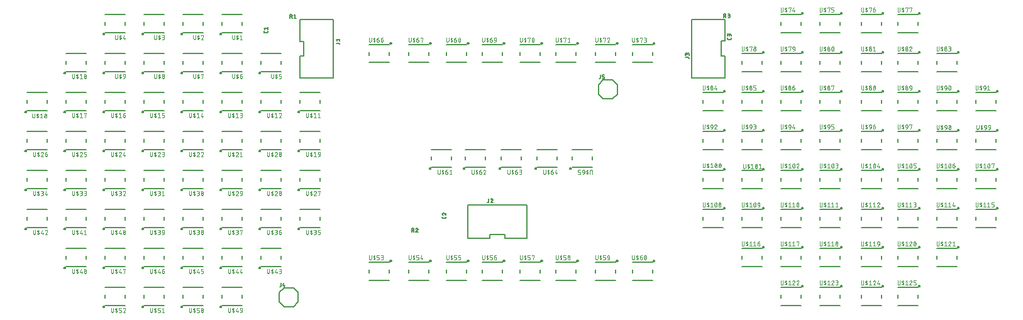
<source format=gbr>
G04 EAGLE Gerber RS-274X export*
G75*
%MOMM*%
%FSLAX34Y34*%
%LPD*%
%INSilkscreen Top*%
%IPPOS*%
%AMOC8*
5,1,8,0,0,1.08239X$1,22.5*%
G01*
%ADD10C,0.203200*%
%ADD11C,0.127000*%
%ADD12C,0.050800*%


D10*
X365400Y414200D02*
X410400Y414200D01*
X410400Y335200D01*
X365400Y335200D01*
X365400Y364700D01*
X365400Y384700D02*
X365400Y414200D01*
X370400Y384700D02*
X370400Y364700D01*
X365400Y364700D01*
X365400Y384700D02*
X370400Y384700D01*
D11*
X413935Y382406D02*
X417689Y382406D01*
X417754Y382404D01*
X417818Y382398D01*
X417882Y382388D01*
X417946Y382375D01*
X418008Y382357D01*
X418069Y382336D01*
X418129Y382312D01*
X418187Y382283D01*
X418244Y382251D01*
X418298Y382216D01*
X418350Y382178D01*
X418400Y382136D01*
X418447Y382092D01*
X418491Y382045D01*
X418533Y381995D01*
X418571Y381943D01*
X418606Y381889D01*
X418638Y381832D01*
X418667Y381774D01*
X418691Y381714D01*
X418712Y381653D01*
X418730Y381591D01*
X418743Y381527D01*
X418753Y381463D01*
X418759Y381399D01*
X418761Y381334D01*
X418761Y380797D01*
X415007Y385354D02*
X413935Y386694D01*
X418761Y386694D01*
X418761Y385354D02*
X418761Y388035D01*
X287250Y420750D02*
X260250Y420750D01*
X260250Y396750D02*
X287250Y396750D01*
X287250Y406750D02*
X287250Y410750D01*
X260250Y410750D02*
X260250Y406750D01*
X257250Y394750D02*
X257252Y394813D01*
X257258Y394875D01*
X257268Y394937D01*
X257281Y394999D01*
X257299Y395059D01*
X257320Y395118D01*
X257345Y395176D01*
X257374Y395232D01*
X257406Y395286D01*
X257441Y395338D01*
X257479Y395387D01*
X257521Y395435D01*
X257565Y395479D01*
X257613Y395521D01*
X257662Y395559D01*
X257714Y395594D01*
X257768Y395626D01*
X257824Y395655D01*
X257882Y395680D01*
X257941Y395701D01*
X258001Y395719D01*
X258063Y395732D01*
X258125Y395742D01*
X258187Y395748D01*
X258250Y395750D01*
X258313Y395748D01*
X258375Y395742D01*
X258437Y395732D01*
X258499Y395719D01*
X258559Y395701D01*
X258618Y395680D01*
X258676Y395655D01*
X258732Y395626D01*
X258786Y395594D01*
X258838Y395559D01*
X258887Y395521D01*
X258935Y395479D01*
X258979Y395435D01*
X259021Y395387D01*
X259059Y395338D01*
X259094Y395286D01*
X259126Y395232D01*
X259155Y395176D01*
X259180Y395118D01*
X259201Y395059D01*
X259219Y394999D01*
X259232Y394937D01*
X259242Y394875D01*
X259248Y394813D01*
X259250Y394750D01*
X259248Y394687D01*
X259242Y394625D01*
X259232Y394563D01*
X259219Y394501D01*
X259201Y394441D01*
X259180Y394382D01*
X259155Y394324D01*
X259126Y394268D01*
X259094Y394214D01*
X259059Y394162D01*
X259021Y394113D01*
X258979Y394065D01*
X258935Y394021D01*
X258887Y393979D01*
X258838Y393941D01*
X258786Y393906D01*
X258732Y393874D01*
X258676Y393845D01*
X258618Y393820D01*
X258559Y393799D01*
X258499Y393781D01*
X258437Y393768D01*
X258375Y393758D01*
X258313Y393752D01*
X258250Y393750D01*
X258187Y393752D01*
X258125Y393758D01*
X258063Y393768D01*
X258001Y393781D01*
X257941Y393799D01*
X257882Y393820D01*
X257824Y393845D01*
X257768Y393874D01*
X257714Y393906D01*
X257662Y393941D01*
X257613Y393979D01*
X257565Y394021D01*
X257521Y394065D01*
X257479Y394113D01*
X257441Y394162D01*
X257406Y394214D01*
X257374Y394268D01*
X257345Y394324D01*
X257320Y394382D01*
X257299Y394441D01*
X257281Y394501D01*
X257268Y394563D01*
X257258Y394625D01*
X257252Y394687D01*
X257250Y394750D01*
D12*
X273975Y393064D02*
X273975Y389028D01*
X273976Y389028D02*
X273978Y388951D01*
X273984Y388873D01*
X273993Y388797D01*
X274007Y388720D01*
X274024Y388645D01*
X274045Y388571D01*
X274070Y388497D01*
X274098Y388425D01*
X274130Y388355D01*
X274165Y388286D01*
X274204Y388219D01*
X274246Y388154D01*
X274291Y388091D01*
X274339Y388030D01*
X274390Y387972D01*
X274444Y387917D01*
X274501Y387864D01*
X274560Y387815D01*
X274622Y387768D01*
X274686Y387724D01*
X274752Y387684D01*
X274820Y387647D01*
X274890Y387613D01*
X274961Y387583D01*
X275034Y387557D01*
X275108Y387534D01*
X275183Y387515D01*
X275258Y387500D01*
X275335Y387488D01*
X275412Y387480D01*
X275489Y387476D01*
X275567Y387476D01*
X275644Y387480D01*
X275721Y387488D01*
X275798Y387500D01*
X275873Y387515D01*
X275948Y387534D01*
X276022Y387557D01*
X276095Y387583D01*
X276166Y387613D01*
X276236Y387647D01*
X276304Y387684D01*
X276370Y387724D01*
X276434Y387768D01*
X276496Y387815D01*
X276555Y387864D01*
X276612Y387917D01*
X276666Y387972D01*
X276717Y388030D01*
X276765Y388091D01*
X276810Y388154D01*
X276852Y388219D01*
X276891Y388286D01*
X276926Y388355D01*
X276958Y388425D01*
X276986Y388497D01*
X277011Y388571D01*
X277032Y388645D01*
X277049Y388720D01*
X277063Y388797D01*
X277072Y388873D01*
X277078Y388951D01*
X277080Y389028D01*
X277080Y393064D01*
X280831Y393064D02*
X280831Y387476D01*
X280831Y390270D02*
X280055Y390736D01*
X280004Y390769D01*
X279955Y390805D01*
X279909Y390844D01*
X279866Y390887D01*
X279825Y390931D01*
X279787Y390979D01*
X279753Y391029D01*
X279722Y391081D01*
X279694Y391135D01*
X279670Y391190D01*
X279649Y391248D01*
X279633Y391306D01*
X279620Y391365D01*
X279611Y391425D01*
X279606Y391485D01*
X279605Y391546D01*
X279608Y391607D01*
X279615Y391667D01*
X279626Y391727D01*
X279641Y391785D01*
X279659Y391843D01*
X279681Y391900D01*
X279707Y391954D01*
X279737Y392007D01*
X279770Y392058D01*
X279806Y392107D01*
X279845Y392153D01*
X279887Y392197D01*
X279932Y392238D01*
X279979Y392275D01*
X280029Y392310D01*
X280081Y392341D01*
X280135Y392369D01*
X280191Y392393D01*
X280248Y392413D01*
X280306Y392430D01*
X280365Y392443D01*
X280366Y392443D02*
X280463Y392459D01*
X280561Y392471D01*
X280659Y392478D01*
X280758Y392482D01*
X280856Y392483D01*
X280955Y392479D01*
X281053Y392471D01*
X281151Y392459D01*
X281248Y392443D01*
X281344Y392424D01*
X281440Y392400D01*
X281535Y392373D01*
X281628Y392342D01*
X281720Y392307D01*
X281811Y392269D01*
X281900Y392227D01*
X281988Y392182D01*
X282073Y392133D01*
X280831Y390270D02*
X281607Y389804D01*
X281658Y389771D01*
X281707Y389735D01*
X281753Y389696D01*
X281796Y389653D01*
X281837Y389609D01*
X281875Y389561D01*
X281909Y389511D01*
X281940Y389459D01*
X281968Y389405D01*
X281992Y389350D01*
X282013Y389292D01*
X282029Y389234D01*
X282042Y389175D01*
X282051Y389115D01*
X282056Y389055D01*
X282057Y388994D01*
X282054Y388933D01*
X282047Y388873D01*
X282036Y388813D01*
X282021Y388755D01*
X282003Y388697D01*
X281981Y388640D01*
X281955Y388586D01*
X281925Y388533D01*
X281892Y388482D01*
X281856Y388433D01*
X281817Y388387D01*
X281775Y388343D01*
X281730Y388302D01*
X281683Y388265D01*
X281633Y388230D01*
X281581Y388199D01*
X281527Y388171D01*
X281471Y388147D01*
X281414Y388127D01*
X281356Y388110D01*
X281297Y388097D01*
X281200Y388081D01*
X281102Y388069D01*
X281004Y388062D01*
X280905Y388058D01*
X280807Y388057D01*
X280708Y388061D01*
X280610Y388069D01*
X280512Y388081D01*
X280415Y388097D01*
X280319Y388116D01*
X280223Y388140D01*
X280128Y388167D01*
X280035Y388198D01*
X279943Y388233D01*
X279852Y388271D01*
X279763Y388313D01*
X279675Y388358D01*
X279590Y388407D01*
X284400Y391822D02*
X285952Y393064D01*
X285952Y387476D01*
X284400Y387476D02*
X287504Y387476D01*
D11*
X77250Y368250D02*
X50250Y368250D01*
X50250Y344250D02*
X77250Y344250D01*
X77250Y354250D02*
X77250Y358250D01*
X50250Y358250D02*
X50250Y354250D01*
X47250Y342250D02*
X47252Y342313D01*
X47258Y342375D01*
X47268Y342437D01*
X47281Y342499D01*
X47299Y342559D01*
X47320Y342618D01*
X47345Y342676D01*
X47374Y342732D01*
X47406Y342786D01*
X47441Y342838D01*
X47479Y342887D01*
X47521Y342935D01*
X47565Y342979D01*
X47613Y343021D01*
X47662Y343059D01*
X47714Y343094D01*
X47768Y343126D01*
X47824Y343155D01*
X47882Y343180D01*
X47941Y343201D01*
X48001Y343219D01*
X48063Y343232D01*
X48125Y343242D01*
X48187Y343248D01*
X48250Y343250D01*
X48313Y343248D01*
X48375Y343242D01*
X48437Y343232D01*
X48499Y343219D01*
X48559Y343201D01*
X48618Y343180D01*
X48676Y343155D01*
X48732Y343126D01*
X48786Y343094D01*
X48838Y343059D01*
X48887Y343021D01*
X48935Y342979D01*
X48979Y342935D01*
X49021Y342887D01*
X49059Y342838D01*
X49094Y342786D01*
X49126Y342732D01*
X49155Y342676D01*
X49180Y342618D01*
X49201Y342559D01*
X49219Y342499D01*
X49232Y342437D01*
X49242Y342375D01*
X49248Y342313D01*
X49250Y342250D01*
X49248Y342187D01*
X49242Y342125D01*
X49232Y342063D01*
X49219Y342001D01*
X49201Y341941D01*
X49180Y341882D01*
X49155Y341824D01*
X49126Y341768D01*
X49094Y341714D01*
X49059Y341662D01*
X49021Y341613D01*
X48979Y341565D01*
X48935Y341521D01*
X48887Y341479D01*
X48838Y341441D01*
X48786Y341406D01*
X48732Y341374D01*
X48676Y341345D01*
X48618Y341320D01*
X48559Y341299D01*
X48499Y341281D01*
X48437Y341268D01*
X48375Y341258D01*
X48313Y341252D01*
X48250Y341250D01*
X48187Y341252D01*
X48125Y341258D01*
X48063Y341268D01*
X48001Y341281D01*
X47941Y341299D01*
X47882Y341320D01*
X47824Y341345D01*
X47768Y341374D01*
X47714Y341406D01*
X47662Y341441D01*
X47613Y341479D01*
X47565Y341521D01*
X47521Y341565D01*
X47479Y341613D01*
X47441Y341662D01*
X47406Y341714D01*
X47374Y341768D01*
X47345Y341824D01*
X47320Y341882D01*
X47299Y341941D01*
X47281Y342001D01*
X47268Y342063D01*
X47258Y342125D01*
X47252Y342187D01*
X47250Y342250D01*
D12*
X58489Y340564D02*
X58489Y336528D01*
X58491Y336451D01*
X58497Y336373D01*
X58506Y336297D01*
X58520Y336220D01*
X58537Y336145D01*
X58558Y336071D01*
X58583Y335997D01*
X58611Y335925D01*
X58643Y335855D01*
X58678Y335786D01*
X58717Y335719D01*
X58759Y335654D01*
X58804Y335591D01*
X58852Y335530D01*
X58903Y335472D01*
X58957Y335417D01*
X59014Y335364D01*
X59073Y335315D01*
X59135Y335268D01*
X59199Y335224D01*
X59265Y335184D01*
X59333Y335147D01*
X59403Y335113D01*
X59474Y335083D01*
X59547Y335057D01*
X59621Y335034D01*
X59696Y335015D01*
X59771Y335000D01*
X59848Y334988D01*
X59925Y334980D01*
X60002Y334976D01*
X60080Y334976D01*
X60157Y334980D01*
X60234Y334988D01*
X60311Y335000D01*
X60386Y335015D01*
X60461Y335034D01*
X60535Y335057D01*
X60608Y335083D01*
X60679Y335113D01*
X60749Y335147D01*
X60817Y335184D01*
X60883Y335224D01*
X60947Y335268D01*
X61009Y335315D01*
X61068Y335364D01*
X61125Y335417D01*
X61179Y335472D01*
X61230Y335530D01*
X61278Y335591D01*
X61323Y335654D01*
X61365Y335719D01*
X61404Y335786D01*
X61439Y335855D01*
X61471Y335925D01*
X61499Y335997D01*
X61524Y336071D01*
X61545Y336145D01*
X61562Y336220D01*
X61576Y336297D01*
X61585Y336373D01*
X61591Y336451D01*
X61593Y336528D01*
X61594Y336528D02*
X61594Y340564D01*
X65345Y340564D02*
X65345Y334976D01*
X65345Y337770D02*
X64569Y338236D01*
X64518Y338269D01*
X64469Y338305D01*
X64423Y338344D01*
X64380Y338387D01*
X64339Y338431D01*
X64301Y338479D01*
X64267Y338529D01*
X64236Y338581D01*
X64208Y338635D01*
X64184Y338690D01*
X64163Y338748D01*
X64147Y338806D01*
X64134Y338865D01*
X64125Y338925D01*
X64120Y338985D01*
X64119Y339046D01*
X64122Y339107D01*
X64129Y339167D01*
X64140Y339227D01*
X64155Y339285D01*
X64173Y339343D01*
X64195Y339400D01*
X64221Y339454D01*
X64251Y339507D01*
X64284Y339558D01*
X64320Y339607D01*
X64359Y339653D01*
X64401Y339697D01*
X64446Y339738D01*
X64493Y339775D01*
X64543Y339810D01*
X64595Y339841D01*
X64649Y339869D01*
X64705Y339893D01*
X64762Y339913D01*
X64820Y339930D01*
X64879Y339943D01*
X64976Y339959D01*
X65074Y339971D01*
X65172Y339978D01*
X65271Y339982D01*
X65369Y339983D01*
X65468Y339979D01*
X65566Y339971D01*
X65664Y339959D01*
X65761Y339943D01*
X65857Y339924D01*
X65953Y339900D01*
X66048Y339873D01*
X66141Y339842D01*
X66233Y339807D01*
X66324Y339769D01*
X66413Y339727D01*
X66501Y339682D01*
X66586Y339633D01*
X65345Y337770D02*
X66121Y337304D01*
X66172Y337271D01*
X66221Y337235D01*
X66267Y337196D01*
X66310Y337153D01*
X66351Y337109D01*
X66389Y337061D01*
X66423Y337011D01*
X66454Y336959D01*
X66482Y336905D01*
X66506Y336850D01*
X66527Y336792D01*
X66543Y336734D01*
X66556Y336675D01*
X66565Y336615D01*
X66570Y336555D01*
X66571Y336494D01*
X66568Y336433D01*
X66561Y336373D01*
X66550Y336313D01*
X66535Y336255D01*
X66517Y336197D01*
X66495Y336140D01*
X66469Y336086D01*
X66439Y336033D01*
X66406Y335982D01*
X66370Y335933D01*
X66331Y335887D01*
X66289Y335843D01*
X66244Y335802D01*
X66197Y335765D01*
X66147Y335730D01*
X66095Y335699D01*
X66041Y335671D01*
X65985Y335647D01*
X65928Y335627D01*
X65870Y335610D01*
X65811Y335597D01*
X65810Y335597D02*
X65713Y335581D01*
X65615Y335569D01*
X65517Y335562D01*
X65418Y335558D01*
X65320Y335557D01*
X65221Y335561D01*
X65123Y335569D01*
X65025Y335581D01*
X64928Y335597D01*
X64832Y335616D01*
X64736Y335640D01*
X64641Y335667D01*
X64548Y335698D01*
X64456Y335733D01*
X64365Y335771D01*
X64276Y335813D01*
X64188Y335858D01*
X64103Y335907D01*
X68913Y339322D02*
X70465Y340564D01*
X70465Y334976D01*
X68913Y334976D02*
X72018Y334976D01*
X74400Y337770D02*
X74402Y337901D01*
X74407Y338031D01*
X74417Y338161D01*
X74430Y338291D01*
X74446Y338421D01*
X74466Y338550D01*
X74490Y338678D01*
X74518Y338805D01*
X74549Y338932D01*
X74584Y339058D01*
X74622Y339183D01*
X74664Y339307D01*
X74709Y339429D01*
X74758Y339550D01*
X74810Y339670D01*
X74866Y339788D01*
X74865Y339788D02*
X74888Y339848D01*
X74914Y339908D01*
X74943Y339965D01*
X74976Y340021D01*
X75012Y340075D01*
X75050Y340127D01*
X75092Y340177D01*
X75136Y340224D01*
X75183Y340269D01*
X75233Y340311D01*
X75284Y340350D01*
X75338Y340386D01*
X75394Y340419D01*
X75451Y340449D01*
X75510Y340476D01*
X75571Y340499D01*
X75632Y340519D01*
X75695Y340535D01*
X75759Y340548D01*
X75823Y340557D01*
X75887Y340562D01*
X75952Y340564D01*
X76017Y340562D01*
X76081Y340557D01*
X76145Y340548D01*
X76209Y340535D01*
X76272Y340519D01*
X76333Y340499D01*
X76394Y340476D01*
X76453Y340449D01*
X76510Y340419D01*
X76566Y340386D01*
X76620Y340350D01*
X76671Y340311D01*
X76721Y340269D01*
X76768Y340224D01*
X76812Y340177D01*
X76854Y340127D01*
X76892Y340075D01*
X76928Y340021D01*
X76961Y339965D01*
X76990Y339908D01*
X77016Y339848D01*
X77039Y339788D01*
X77038Y339788D02*
X77094Y339670D01*
X77146Y339550D01*
X77195Y339429D01*
X77240Y339307D01*
X77282Y339183D01*
X77320Y339058D01*
X77355Y338932D01*
X77386Y338806D01*
X77414Y338678D01*
X77438Y338550D01*
X77458Y338421D01*
X77474Y338291D01*
X77487Y338161D01*
X77497Y338031D01*
X77502Y337901D01*
X77504Y337770D01*
X74400Y337770D02*
X74402Y337639D01*
X74407Y337509D01*
X74417Y337379D01*
X74430Y337249D01*
X74446Y337119D01*
X74466Y336990D01*
X74490Y336862D01*
X74518Y336735D01*
X74549Y336608D01*
X74584Y336482D01*
X74622Y336357D01*
X74664Y336233D01*
X74709Y336111D01*
X74758Y335990D01*
X74810Y335870D01*
X74866Y335752D01*
X74865Y335752D02*
X74888Y335692D01*
X74914Y335632D01*
X74943Y335575D01*
X74976Y335519D01*
X75012Y335465D01*
X75050Y335413D01*
X75092Y335363D01*
X75136Y335316D01*
X75183Y335271D01*
X75233Y335229D01*
X75284Y335190D01*
X75338Y335154D01*
X75394Y335121D01*
X75451Y335091D01*
X75510Y335064D01*
X75571Y335041D01*
X75632Y335021D01*
X75695Y335005D01*
X75759Y334992D01*
X75823Y334983D01*
X75887Y334978D01*
X75952Y334976D01*
X77038Y335752D02*
X77094Y335870D01*
X77146Y335990D01*
X77195Y336111D01*
X77240Y336233D01*
X77282Y336357D01*
X77320Y336482D01*
X77355Y336608D01*
X77386Y336734D01*
X77414Y336862D01*
X77438Y336990D01*
X77458Y337119D01*
X77474Y337249D01*
X77487Y337379D01*
X77497Y337509D01*
X77502Y337639D01*
X77504Y337770D01*
X77039Y335752D02*
X77016Y335692D01*
X76990Y335632D01*
X76961Y335575D01*
X76928Y335519D01*
X76892Y335465D01*
X76854Y335413D01*
X76812Y335363D01*
X76768Y335316D01*
X76721Y335271D01*
X76671Y335229D01*
X76620Y335190D01*
X76566Y335154D01*
X76510Y335121D01*
X76453Y335091D01*
X76394Y335064D01*
X76333Y335041D01*
X76272Y335021D01*
X76209Y335005D01*
X76145Y334992D01*
X76081Y334983D01*
X76017Y334978D01*
X75952Y334976D01*
X74710Y336218D02*
X77194Y339322D01*
D11*
X207750Y420750D02*
X234750Y420750D01*
X234750Y396750D02*
X207750Y396750D01*
X234750Y406750D02*
X234750Y410750D01*
X207750Y410750D02*
X207750Y406750D01*
X204750Y394750D02*
X204752Y394813D01*
X204758Y394875D01*
X204768Y394937D01*
X204781Y394999D01*
X204799Y395059D01*
X204820Y395118D01*
X204845Y395176D01*
X204874Y395232D01*
X204906Y395286D01*
X204941Y395338D01*
X204979Y395387D01*
X205021Y395435D01*
X205065Y395479D01*
X205113Y395521D01*
X205162Y395559D01*
X205214Y395594D01*
X205268Y395626D01*
X205324Y395655D01*
X205382Y395680D01*
X205441Y395701D01*
X205501Y395719D01*
X205563Y395732D01*
X205625Y395742D01*
X205687Y395748D01*
X205750Y395750D01*
X205813Y395748D01*
X205875Y395742D01*
X205937Y395732D01*
X205999Y395719D01*
X206059Y395701D01*
X206118Y395680D01*
X206176Y395655D01*
X206232Y395626D01*
X206286Y395594D01*
X206338Y395559D01*
X206387Y395521D01*
X206435Y395479D01*
X206479Y395435D01*
X206521Y395387D01*
X206559Y395338D01*
X206594Y395286D01*
X206626Y395232D01*
X206655Y395176D01*
X206680Y395118D01*
X206701Y395059D01*
X206719Y394999D01*
X206732Y394937D01*
X206742Y394875D01*
X206748Y394813D01*
X206750Y394750D01*
X206748Y394687D01*
X206742Y394625D01*
X206732Y394563D01*
X206719Y394501D01*
X206701Y394441D01*
X206680Y394382D01*
X206655Y394324D01*
X206626Y394268D01*
X206594Y394214D01*
X206559Y394162D01*
X206521Y394113D01*
X206479Y394065D01*
X206435Y394021D01*
X206387Y393979D01*
X206338Y393941D01*
X206286Y393906D01*
X206232Y393874D01*
X206176Y393845D01*
X206118Y393820D01*
X206059Y393799D01*
X205999Y393781D01*
X205937Y393768D01*
X205875Y393758D01*
X205813Y393752D01*
X205750Y393750D01*
X205687Y393752D01*
X205625Y393758D01*
X205563Y393768D01*
X205501Y393781D01*
X205441Y393799D01*
X205382Y393820D01*
X205324Y393845D01*
X205268Y393874D01*
X205214Y393906D01*
X205162Y393941D01*
X205113Y393979D01*
X205065Y394021D01*
X205021Y394065D01*
X204979Y394113D01*
X204941Y394162D01*
X204906Y394214D01*
X204874Y394268D01*
X204845Y394324D01*
X204820Y394382D01*
X204799Y394441D01*
X204781Y394501D01*
X204768Y394563D01*
X204758Y394625D01*
X204752Y394687D01*
X204750Y394750D01*
D12*
X221475Y393064D02*
X221475Y389028D01*
X221476Y389028D02*
X221478Y388951D01*
X221484Y388873D01*
X221493Y388797D01*
X221507Y388720D01*
X221524Y388645D01*
X221545Y388571D01*
X221570Y388497D01*
X221598Y388425D01*
X221630Y388355D01*
X221665Y388286D01*
X221704Y388219D01*
X221746Y388154D01*
X221791Y388091D01*
X221839Y388030D01*
X221890Y387972D01*
X221944Y387917D01*
X222001Y387864D01*
X222060Y387815D01*
X222122Y387768D01*
X222186Y387724D01*
X222252Y387684D01*
X222320Y387647D01*
X222390Y387613D01*
X222461Y387583D01*
X222534Y387557D01*
X222608Y387534D01*
X222683Y387515D01*
X222758Y387500D01*
X222835Y387488D01*
X222912Y387480D01*
X222989Y387476D01*
X223067Y387476D01*
X223144Y387480D01*
X223221Y387488D01*
X223298Y387500D01*
X223373Y387515D01*
X223448Y387534D01*
X223522Y387557D01*
X223595Y387583D01*
X223666Y387613D01*
X223736Y387647D01*
X223804Y387684D01*
X223870Y387724D01*
X223934Y387768D01*
X223996Y387815D01*
X224055Y387864D01*
X224112Y387917D01*
X224166Y387972D01*
X224217Y388030D01*
X224265Y388091D01*
X224310Y388154D01*
X224352Y388219D01*
X224391Y388286D01*
X224426Y388355D01*
X224458Y388425D01*
X224486Y388497D01*
X224511Y388571D01*
X224532Y388645D01*
X224549Y388720D01*
X224563Y388797D01*
X224572Y388873D01*
X224578Y388951D01*
X224580Y389028D01*
X224580Y393064D01*
X228331Y393064D02*
X228331Y387476D01*
X228331Y390270D02*
X227555Y390736D01*
X227504Y390769D01*
X227455Y390805D01*
X227409Y390844D01*
X227366Y390887D01*
X227325Y390931D01*
X227287Y390979D01*
X227253Y391029D01*
X227222Y391081D01*
X227194Y391135D01*
X227170Y391190D01*
X227149Y391248D01*
X227133Y391306D01*
X227120Y391365D01*
X227111Y391425D01*
X227106Y391485D01*
X227105Y391546D01*
X227108Y391607D01*
X227115Y391667D01*
X227126Y391727D01*
X227141Y391785D01*
X227159Y391843D01*
X227181Y391900D01*
X227207Y391954D01*
X227237Y392007D01*
X227270Y392058D01*
X227306Y392107D01*
X227345Y392153D01*
X227387Y392197D01*
X227432Y392238D01*
X227479Y392275D01*
X227529Y392310D01*
X227581Y392341D01*
X227635Y392369D01*
X227691Y392393D01*
X227748Y392413D01*
X227806Y392430D01*
X227865Y392443D01*
X227866Y392443D02*
X227963Y392459D01*
X228061Y392471D01*
X228159Y392478D01*
X228258Y392482D01*
X228356Y392483D01*
X228455Y392479D01*
X228553Y392471D01*
X228651Y392459D01*
X228748Y392443D01*
X228844Y392424D01*
X228940Y392400D01*
X229035Y392373D01*
X229128Y392342D01*
X229220Y392307D01*
X229311Y392269D01*
X229400Y392227D01*
X229488Y392182D01*
X229573Y392133D01*
X228331Y390270D02*
X229107Y389804D01*
X229158Y389771D01*
X229207Y389735D01*
X229253Y389696D01*
X229296Y389653D01*
X229337Y389609D01*
X229375Y389561D01*
X229409Y389511D01*
X229440Y389459D01*
X229468Y389405D01*
X229492Y389350D01*
X229513Y389292D01*
X229529Y389234D01*
X229542Y389175D01*
X229551Y389115D01*
X229556Y389055D01*
X229557Y388994D01*
X229554Y388933D01*
X229547Y388873D01*
X229536Y388813D01*
X229521Y388755D01*
X229503Y388697D01*
X229481Y388640D01*
X229455Y388586D01*
X229425Y388533D01*
X229392Y388482D01*
X229356Y388433D01*
X229317Y388387D01*
X229275Y388343D01*
X229230Y388302D01*
X229183Y388265D01*
X229133Y388230D01*
X229081Y388199D01*
X229027Y388171D01*
X228971Y388147D01*
X228914Y388127D01*
X228856Y388110D01*
X228797Y388097D01*
X228700Y388081D01*
X228602Y388069D01*
X228504Y388062D01*
X228405Y388058D01*
X228307Y388057D01*
X228208Y388061D01*
X228110Y388069D01*
X228012Y388081D01*
X227915Y388097D01*
X227819Y388116D01*
X227723Y388140D01*
X227628Y388167D01*
X227535Y388198D01*
X227443Y388233D01*
X227352Y388271D01*
X227263Y388313D01*
X227175Y388358D01*
X227090Y388407D01*
X233607Y393064D02*
X233680Y393062D01*
X233753Y393056D01*
X233826Y393047D01*
X233897Y393033D01*
X233969Y393016D01*
X234039Y392996D01*
X234108Y392971D01*
X234175Y392943D01*
X234241Y392912D01*
X234306Y392877D01*
X234368Y392839D01*
X234428Y392797D01*
X234486Y392753D01*
X234542Y392705D01*
X234595Y392655D01*
X234645Y392602D01*
X234693Y392546D01*
X234737Y392488D01*
X234779Y392428D01*
X234817Y392366D01*
X234852Y392301D01*
X234883Y392235D01*
X234911Y392168D01*
X234936Y392099D01*
X234956Y392029D01*
X234973Y391957D01*
X234987Y391886D01*
X234996Y391813D01*
X235002Y391740D01*
X235004Y391667D01*
X233607Y393064D02*
X233523Y393062D01*
X233440Y393056D01*
X233357Y393047D01*
X233275Y393033D01*
X233193Y393016D01*
X233112Y392994D01*
X233032Y392969D01*
X232954Y392941D01*
X232876Y392909D01*
X232801Y392873D01*
X232727Y392834D01*
X232655Y392791D01*
X232585Y392745D01*
X232518Y392696D01*
X232452Y392643D01*
X232390Y392588D01*
X232330Y392530D01*
X232272Y392469D01*
X232218Y392406D01*
X232166Y392340D01*
X232118Y392272D01*
X232073Y392201D01*
X232031Y392129D01*
X231993Y392054D01*
X231958Y391978D01*
X231927Y391901D01*
X231899Y391822D01*
X234538Y390581D02*
X234592Y390634D01*
X234643Y390691D01*
X234691Y390750D01*
X234736Y390811D01*
X234777Y390874D01*
X234816Y390940D01*
X234851Y391007D01*
X234883Y391076D01*
X234911Y391147D01*
X234935Y391218D01*
X234956Y391291D01*
X234973Y391365D01*
X234987Y391440D01*
X234996Y391515D01*
X235002Y391591D01*
X235004Y391667D01*
X234538Y390580D02*
X231900Y387476D01*
X235004Y387476D01*
D11*
X182250Y420750D02*
X155250Y420750D01*
X155250Y396750D02*
X182250Y396750D01*
X182250Y406750D02*
X182250Y410750D01*
X155250Y410750D02*
X155250Y406750D01*
X152250Y394750D02*
X152252Y394813D01*
X152258Y394875D01*
X152268Y394937D01*
X152281Y394999D01*
X152299Y395059D01*
X152320Y395118D01*
X152345Y395176D01*
X152374Y395232D01*
X152406Y395286D01*
X152441Y395338D01*
X152479Y395387D01*
X152521Y395435D01*
X152565Y395479D01*
X152613Y395521D01*
X152662Y395559D01*
X152714Y395594D01*
X152768Y395626D01*
X152824Y395655D01*
X152882Y395680D01*
X152941Y395701D01*
X153001Y395719D01*
X153063Y395732D01*
X153125Y395742D01*
X153187Y395748D01*
X153250Y395750D01*
X153313Y395748D01*
X153375Y395742D01*
X153437Y395732D01*
X153499Y395719D01*
X153559Y395701D01*
X153618Y395680D01*
X153676Y395655D01*
X153732Y395626D01*
X153786Y395594D01*
X153838Y395559D01*
X153887Y395521D01*
X153935Y395479D01*
X153979Y395435D01*
X154021Y395387D01*
X154059Y395338D01*
X154094Y395286D01*
X154126Y395232D01*
X154155Y395176D01*
X154180Y395118D01*
X154201Y395059D01*
X154219Y394999D01*
X154232Y394937D01*
X154242Y394875D01*
X154248Y394813D01*
X154250Y394750D01*
X154248Y394687D01*
X154242Y394625D01*
X154232Y394563D01*
X154219Y394501D01*
X154201Y394441D01*
X154180Y394382D01*
X154155Y394324D01*
X154126Y394268D01*
X154094Y394214D01*
X154059Y394162D01*
X154021Y394113D01*
X153979Y394065D01*
X153935Y394021D01*
X153887Y393979D01*
X153838Y393941D01*
X153786Y393906D01*
X153732Y393874D01*
X153676Y393845D01*
X153618Y393820D01*
X153559Y393799D01*
X153499Y393781D01*
X153437Y393768D01*
X153375Y393758D01*
X153313Y393752D01*
X153250Y393750D01*
X153187Y393752D01*
X153125Y393758D01*
X153063Y393768D01*
X153001Y393781D01*
X152941Y393799D01*
X152882Y393820D01*
X152824Y393845D01*
X152768Y393874D01*
X152714Y393906D01*
X152662Y393941D01*
X152613Y393979D01*
X152565Y394021D01*
X152521Y394065D01*
X152479Y394113D01*
X152441Y394162D01*
X152406Y394214D01*
X152374Y394268D01*
X152345Y394324D01*
X152320Y394382D01*
X152299Y394441D01*
X152281Y394501D01*
X152268Y394563D01*
X152258Y394625D01*
X152252Y394687D01*
X152250Y394750D01*
D12*
X168975Y393064D02*
X168975Y389028D01*
X168976Y389028D02*
X168978Y388951D01*
X168984Y388873D01*
X168993Y388797D01*
X169007Y388720D01*
X169024Y388645D01*
X169045Y388571D01*
X169070Y388497D01*
X169098Y388425D01*
X169130Y388355D01*
X169165Y388286D01*
X169204Y388219D01*
X169246Y388154D01*
X169291Y388091D01*
X169339Y388030D01*
X169390Y387972D01*
X169444Y387917D01*
X169501Y387864D01*
X169560Y387815D01*
X169622Y387768D01*
X169686Y387724D01*
X169752Y387684D01*
X169820Y387647D01*
X169890Y387613D01*
X169961Y387583D01*
X170034Y387557D01*
X170108Y387534D01*
X170183Y387515D01*
X170258Y387500D01*
X170335Y387488D01*
X170412Y387480D01*
X170489Y387476D01*
X170567Y387476D01*
X170644Y387480D01*
X170721Y387488D01*
X170798Y387500D01*
X170873Y387515D01*
X170948Y387534D01*
X171022Y387557D01*
X171095Y387583D01*
X171166Y387613D01*
X171236Y387647D01*
X171304Y387684D01*
X171370Y387724D01*
X171434Y387768D01*
X171496Y387815D01*
X171555Y387864D01*
X171612Y387917D01*
X171666Y387972D01*
X171717Y388030D01*
X171765Y388091D01*
X171810Y388154D01*
X171852Y388219D01*
X171891Y388286D01*
X171926Y388355D01*
X171958Y388425D01*
X171986Y388497D01*
X172011Y388571D01*
X172032Y388645D01*
X172049Y388720D01*
X172063Y388797D01*
X172072Y388873D01*
X172078Y388951D01*
X172080Y389028D01*
X172080Y393064D01*
X175831Y393064D02*
X175831Y387476D01*
X175831Y390270D02*
X175055Y390736D01*
X175004Y390769D01*
X174955Y390805D01*
X174909Y390844D01*
X174866Y390887D01*
X174825Y390931D01*
X174787Y390979D01*
X174753Y391029D01*
X174722Y391081D01*
X174694Y391135D01*
X174670Y391190D01*
X174649Y391248D01*
X174633Y391306D01*
X174620Y391365D01*
X174611Y391425D01*
X174606Y391485D01*
X174605Y391546D01*
X174608Y391607D01*
X174615Y391667D01*
X174626Y391727D01*
X174641Y391785D01*
X174659Y391843D01*
X174681Y391900D01*
X174707Y391954D01*
X174737Y392007D01*
X174770Y392058D01*
X174806Y392107D01*
X174845Y392153D01*
X174887Y392197D01*
X174932Y392238D01*
X174979Y392275D01*
X175029Y392310D01*
X175081Y392341D01*
X175135Y392369D01*
X175191Y392393D01*
X175248Y392413D01*
X175306Y392430D01*
X175365Y392443D01*
X175366Y392443D02*
X175463Y392459D01*
X175561Y392471D01*
X175659Y392478D01*
X175758Y392482D01*
X175856Y392483D01*
X175955Y392479D01*
X176053Y392471D01*
X176151Y392459D01*
X176248Y392443D01*
X176344Y392424D01*
X176440Y392400D01*
X176535Y392373D01*
X176628Y392342D01*
X176720Y392307D01*
X176811Y392269D01*
X176900Y392227D01*
X176988Y392182D01*
X177073Y392133D01*
X175831Y390270D02*
X176607Y389804D01*
X176658Y389771D01*
X176707Y389735D01*
X176753Y389696D01*
X176796Y389653D01*
X176837Y389609D01*
X176875Y389561D01*
X176909Y389511D01*
X176940Y389459D01*
X176968Y389405D01*
X176992Y389350D01*
X177013Y389292D01*
X177029Y389234D01*
X177042Y389175D01*
X177051Y389115D01*
X177056Y389055D01*
X177057Y388994D01*
X177054Y388933D01*
X177047Y388873D01*
X177036Y388813D01*
X177021Y388755D01*
X177003Y388697D01*
X176981Y388640D01*
X176955Y388586D01*
X176925Y388533D01*
X176892Y388482D01*
X176856Y388433D01*
X176817Y388387D01*
X176775Y388343D01*
X176730Y388302D01*
X176683Y388265D01*
X176633Y388230D01*
X176581Y388199D01*
X176527Y388171D01*
X176471Y388147D01*
X176414Y388127D01*
X176356Y388110D01*
X176297Y388097D01*
X176200Y388081D01*
X176102Y388069D01*
X176004Y388062D01*
X175905Y388058D01*
X175807Y388057D01*
X175708Y388061D01*
X175610Y388069D01*
X175512Y388081D01*
X175415Y388097D01*
X175319Y388116D01*
X175223Y388140D01*
X175128Y388167D01*
X175035Y388198D01*
X174943Y388233D01*
X174852Y388271D01*
X174763Y388313D01*
X174675Y388358D01*
X174590Y388407D01*
X179400Y387476D02*
X180952Y387476D01*
X181029Y387478D01*
X181107Y387484D01*
X181183Y387493D01*
X181260Y387507D01*
X181335Y387524D01*
X181409Y387545D01*
X181483Y387570D01*
X181555Y387598D01*
X181625Y387630D01*
X181694Y387665D01*
X181761Y387704D01*
X181826Y387746D01*
X181889Y387791D01*
X181950Y387839D01*
X182008Y387890D01*
X182063Y387944D01*
X182116Y388001D01*
X182165Y388060D01*
X182212Y388122D01*
X182256Y388186D01*
X182296Y388252D01*
X182333Y388320D01*
X182367Y388390D01*
X182397Y388461D01*
X182423Y388534D01*
X182446Y388608D01*
X182465Y388683D01*
X182480Y388758D01*
X182492Y388835D01*
X182500Y388912D01*
X182504Y388989D01*
X182504Y389067D01*
X182500Y389144D01*
X182492Y389221D01*
X182480Y389298D01*
X182465Y389373D01*
X182446Y389448D01*
X182423Y389522D01*
X182397Y389595D01*
X182367Y389666D01*
X182333Y389736D01*
X182296Y389804D01*
X182256Y389870D01*
X182212Y389934D01*
X182165Y389996D01*
X182116Y390055D01*
X182063Y390112D01*
X182008Y390166D01*
X181950Y390217D01*
X181889Y390265D01*
X181826Y390310D01*
X181761Y390352D01*
X181694Y390391D01*
X181625Y390426D01*
X181555Y390458D01*
X181483Y390486D01*
X181409Y390511D01*
X181335Y390532D01*
X181260Y390549D01*
X181183Y390563D01*
X181107Y390572D01*
X181029Y390578D01*
X180952Y390580D01*
X181262Y393064D02*
X179400Y393064D01*
X181262Y393064D02*
X181332Y393062D01*
X181401Y393056D01*
X181470Y393046D01*
X181538Y393033D01*
X181606Y393015D01*
X181672Y392994D01*
X181737Y392969D01*
X181801Y392941D01*
X181863Y392909D01*
X181923Y392874D01*
X181981Y392835D01*
X182036Y392793D01*
X182090Y392748D01*
X182140Y392700D01*
X182188Y392650D01*
X182233Y392596D01*
X182275Y392541D01*
X182314Y392483D01*
X182349Y392423D01*
X182381Y392361D01*
X182409Y392297D01*
X182434Y392232D01*
X182455Y392166D01*
X182473Y392098D01*
X182486Y392030D01*
X182496Y391961D01*
X182502Y391892D01*
X182504Y391822D01*
X182502Y391752D01*
X182496Y391683D01*
X182486Y391614D01*
X182473Y391546D01*
X182455Y391478D01*
X182434Y391412D01*
X182409Y391347D01*
X182381Y391283D01*
X182349Y391221D01*
X182314Y391161D01*
X182275Y391103D01*
X182233Y391048D01*
X182188Y390994D01*
X182140Y390944D01*
X182090Y390896D01*
X182036Y390851D01*
X181981Y390809D01*
X181923Y390770D01*
X181863Y390735D01*
X181801Y390703D01*
X181737Y390675D01*
X181672Y390650D01*
X181606Y390629D01*
X181538Y390611D01*
X181470Y390598D01*
X181401Y390588D01*
X181332Y390582D01*
X181262Y390580D01*
X180020Y390580D01*
D11*
X129750Y420750D02*
X102750Y420750D01*
X102750Y396750D02*
X129750Y396750D01*
X129750Y406750D02*
X129750Y410750D01*
X102750Y410750D02*
X102750Y406750D01*
X99750Y394750D02*
X99752Y394813D01*
X99758Y394875D01*
X99768Y394937D01*
X99781Y394999D01*
X99799Y395059D01*
X99820Y395118D01*
X99845Y395176D01*
X99874Y395232D01*
X99906Y395286D01*
X99941Y395338D01*
X99979Y395387D01*
X100021Y395435D01*
X100065Y395479D01*
X100113Y395521D01*
X100162Y395559D01*
X100214Y395594D01*
X100268Y395626D01*
X100324Y395655D01*
X100382Y395680D01*
X100441Y395701D01*
X100501Y395719D01*
X100563Y395732D01*
X100625Y395742D01*
X100687Y395748D01*
X100750Y395750D01*
X100813Y395748D01*
X100875Y395742D01*
X100937Y395732D01*
X100999Y395719D01*
X101059Y395701D01*
X101118Y395680D01*
X101176Y395655D01*
X101232Y395626D01*
X101286Y395594D01*
X101338Y395559D01*
X101387Y395521D01*
X101435Y395479D01*
X101479Y395435D01*
X101521Y395387D01*
X101559Y395338D01*
X101594Y395286D01*
X101626Y395232D01*
X101655Y395176D01*
X101680Y395118D01*
X101701Y395059D01*
X101719Y394999D01*
X101732Y394937D01*
X101742Y394875D01*
X101748Y394813D01*
X101750Y394750D01*
X101748Y394687D01*
X101742Y394625D01*
X101732Y394563D01*
X101719Y394501D01*
X101701Y394441D01*
X101680Y394382D01*
X101655Y394324D01*
X101626Y394268D01*
X101594Y394214D01*
X101559Y394162D01*
X101521Y394113D01*
X101479Y394065D01*
X101435Y394021D01*
X101387Y393979D01*
X101338Y393941D01*
X101286Y393906D01*
X101232Y393874D01*
X101176Y393845D01*
X101118Y393820D01*
X101059Y393799D01*
X100999Y393781D01*
X100937Y393768D01*
X100875Y393758D01*
X100813Y393752D01*
X100750Y393750D01*
X100687Y393752D01*
X100625Y393758D01*
X100563Y393768D01*
X100501Y393781D01*
X100441Y393799D01*
X100382Y393820D01*
X100324Y393845D01*
X100268Y393874D01*
X100214Y393906D01*
X100162Y393941D01*
X100113Y393979D01*
X100065Y394021D01*
X100021Y394065D01*
X99979Y394113D01*
X99941Y394162D01*
X99906Y394214D01*
X99874Y394268D01*
X99845Y394324D01*
X99820Y394382D01*
X99799Y394441D01*
X99781Y394501D01*
X99768Y394563D01*
X99758Y394625D01*
X99752Y394687D01*
X99750Y394750D01*
D12*
X116475Y393064D02*
X116475Y389028D01*
X116476Y389028D02*
X116478Y388951D01*
X116484Y388873D01*
X116493Y388797D01*
X116507Y388720D01*
X116524Y388645D01*
X116545Y388571D01*
X116570Y388497D01*
X116598Y388425D01*
X116630Y388355D01*
X116665Y388286D01*
X116704Y388219D01*
X116746Y388154D01*
X116791Y388091D01*
X116839Y388030D01*
X116890Y387972D01*
X116944Y387917D01*
X117001Y387864D01*
X117060Y387815D01*
X117122Y387768D01*
X117186Y387724D01*
X117252Y387684D01*
X117320Y387647D01*
X117390Y387613D01*
X117461Y387583D01*
X117534Y387557D01*
X117608Y387534D01*
X117683Y387515D01*
X117758Y387500D01*
X117835Y387488D01*
X117912Y387480D01*
X117989Y387476D01*
X118067Y387476D01*
X118144Y387480D01*
X118221Y387488D01*
X118298Y387500D01*
X118373Y387515D01*
X118448Y387534D01*
X118522Y387557D01*
X118595Y387583D01*
X118666Y387613D01*
X118736Y387647D01*
X118804Y387684D01*
X118870Y387724D01*
X118934Y387768D01*
X118996Y387815D01*
X119055Y387864D01*
X119112Y387917D01*
X119166Y387972D01*
X119217Y388030D01*
X119265Y388091D01*
X119310Y388154D01*
X119352Y388219D01*
X119391Y388286D01*
X119426Y388355D01*
X119458Y388425D01*
X119486Y388497D01*
X119511Y388571D01*
X119532Y388645D01*
X119549Y388720D01*
X119563Y388797D01*
X119572Y388873D01*
X119578Y388951D01*
X119580Y389028D01*
X119580Y393064D01*
X123331Y393064D02*
X123331Y387476D01*
X123331Y390270D02*
X122555Y390736D01*
X122504Y390769D01*
X122455Y390805D01*
X122409Y390844D01*
X122366Y390887D01*
X122325Y390931D01*
X122287Y390979D01*
X122253Y391029D01*
X122222Y391081D01*
X122194Y391135D01*
X122170Y391190D01*
X122149Y391248D01*
X122133Y391306D01*
X122120Y391365D01*
X122111Y391425D01*
X122106Y391485D01*
X122105Y391546D01*
X122108Y391607D01*
X122115Y391667D01*
X122126Y391727D01*
X122141Y391785D01*
X122159Y391843D01*
X122181Y391900D01*
X122207Y391954D01*
X122237Y392007D01*
X122270Y392058D01*
X122306Y392107D01*
X122345Y392153D01*
X122387Y392197D01*
X122432Y392238D01*
X122479Y392275D01*
X122529Y392310D01*
X122581Y392341D01*
X122635Y392369D01*
X122691Y392393D01*
X122748Y392413D01*
X122806Y392430D01*
X122865Y392443D01*
X122866Y392443D02*
X122963Y392459D01*
X123061Y392471D01*
X123159Y392478D01*
X123258Y392482D01*
X123356Y392483D01*
X123455Y392479D01*
X123553Y392471D01*
X123651Y392459D01*
X123748Y392443D01*
X123844Y392424D01*
X123940Y392400D01*
X124035Y392373D01*
X124128Y392342D01*
X124220Y392307D01*
X124311Y392269D01*
X124400Y392227D01*
X124488Y392182D01*
X124573Y392133D01*
X123331Y390270D02*
X124107Y389804D01*
X124158Y389771D01*
X124207Y389735D01*
X124253Y389696D01*
X124296Y389653D01*
X124337Y389609D01*
X124375Y389561D01*
X124409Y389511D01*
X124440Y389459D01*
X124468Y389405D01*
X124492Y389350D01*
X124513Y389292D01*
X124529Y389234D01*
X124542Y389175D01*
X124551Y389115D01*
X124556Y389055D01*
X124557Y388994D01*
X124554Y388933D01*
X124547Y388873D01*
X124536Y388813D01*
X124521Y388755D01*
X124503Y388697D01*
X124481Y388640D01*
X124455Y388586D01*
X124425Y388533D01*
X124392Y388482D01*
X124356Y388433D01*
X124317Y388387D01*
X124275Y388343D01*
X124230Y388302D01*
X124183Y388265D01*
X124133Y388230D01*
X124081Y388199D01*
X124027Y388171D01*
X123971Y388147D01*
X123914Y388127D01*
X123856Y388110D01*
X123797Y388097D01*
X123700Y388081D01*
X123602Y388069D01*
X123504Y388062D01*
X123405Y388058D01*
X123307Y388057D01*
X123208Y388061D01*
X123110Y388069D01*
X123012Y388081D01*
X122915Y388097D01*
X122819Y388116D01*
X122723Y388140D01*
X122628Y388167D01*
X122535Y388198D01*
X122443Y388233D01*
X122352Y388271D01*
X122263Y388313D01*
X122175Y388358D01*
X122090Y388407D01*
X126900Y388718D02*
X128141Y393064D01*
X126900Y388718D02*
X130004Y388718D01*
X129073Y389960D02*
X129073Y387476D01*
D11*
X312750Y368250D02*
X339750Y368250D01*
X339750Y344250D02*
X312750Y344250D01*
X339750Y354250D02*
X339750Y358250D01*
X312750Y358250D02*
X312750Y354250D01*
X309750Y342250D02*
X309752Y342313D01*
X309758Y342375D01*
X309768Y342437D01*
X309781Y342499D01*
X309799Y342559D01*
X309820Y342618D01*
X309845Y342676D01*
X309874Y342732D01*
X309906Y342786D01*
X309941Y342838D01*
X309979Y342887D01*
X310021Y342935D01*
X310065Y342979D01*
X310113Y343021D01*
X310162Y343059D01*
X310214Y343094D01*
X310268Y343126D01*
X310324Y343155D01*
X310382Y343180D01*
X310441Y343201D01*
X310501Y343219D01*
X310563Y343232D01*
X310625Y343242D01*
X310687Y343248D01*
X310750Y343250D01*
X310813Y343248D01*
X310875Y343242D01*
X310937Y343232D01*
X310999Y343219D01*
X311059Y343201D01*
X311118Y343180D01*
X311176Y343155D01*
X311232Y343126D01*
X311286Y343094D01*
X311338Y343059D01*
X311387Y343021D01*
X311435Y342979D01*
X311479Y342935D01*
X311521Y342887D01*
X311559Y342838D01*
X311594Y342786D01*
X311626Y342732D01*
X311655Y342676D01*
X311680Y342618D01*
X311701Y342559D01*
X311719Y342499D01*
X311732Y342437D01*
X311742Y342375D01*
X311748Y342313D01*
X311750Y342250D01*
X311748Y342187D01*
X311742Y342125D01*
X311732Y342063D01*
X311719Y342001D01*
X311701Y341941D01*
X311680Y341882D01*
X311655Y341824D01*
X311626Y341768D01*
X311594Y341714D01*
X311559Y341662D01*
X311521Y341613D01*
X311479Y341565D01*
X311435Y341521D01*
X311387Y341479D01*
X311338Y341441D01*
X311286Y341406D01*
X311232Y341374D01*
X311176Y341345D01*
X311118Y341320D01*
X311059Y341299D01*
X310999Y341281D01*
X310937Y341268D01*
X310875Y341258D01*
X310813Y341252D01*
X310750Y341250D01*
X310687Y341252D01*
X310625Y341258D01*
X310563Y341268D01*
X310501Y341281D01*
X310441Y341299D01*
X310382Y341320D01*
X310324Y341345D01*
X310268Y341374D01*
X310214Y341406D01*
X310162Y341441D01*
X310113Y341479D01*
X310065Y341521D01*
X310021Y341565D01*
X309979Y341613D01*
X309941Y341662D01*
X309906Y341714D01*
X309874Y341768D01*
X309845Y341824D01*
X309820Y341882D01*
X309799Y341941D01*
X309781Y342001D01*
X309768Y342063D01*
X309758Y342125D01*
X309752Y342187D01*
X309750Y342250D01*
D12*
X326475Y340564D02*
X326475Y336528D01*
X326476Y336528D02*
X326478Y336451D01*
X326484Y336373D01*
X326493Y336297D01*
X326507Y336220D01*
X326524Y336145D01*
X326545Y336071D01*
X326570Y335997D01*
X326598Y335925D01*
X326630Y335855D01*
X326665Y335786D01*
X326704Y335719D01*
X326746Y335654D01*
X326791Y335591D01*
X326839Y335530D01*
X326890Y335472D01*
X326944Y335417D01*
X327001Y335364D01*
X327060Y335315D01*
X327122Y335268D01*
X327186Y335224D01*
X327252Y335184D01*
X327320Y335147D01*
X327390Y335113D01*
X327461Y335083D01*
X327534Y335057D01*
X327608Y335034D01*
X327683Y335015D01*
X327758Y335000D01*
X327835Y334988D01*
X327912Y334980D01*
X327989Y334976D01*
X328067Y334976D01*
X328144Y334980D01*
X328221Y334988D01*
X328298Y335000D01*
X328373Y335015D01*
X328448Y335034D01*
X328522Y335057D01*
X328595Y335083D01*
X328666Y335113D01*
X328736Y335147D01*
X328804Y335184D01*
X328870Y335224D01*
X328934Y335268D01*
X328996Y335315D01*
X329055Y335364D01*
X329112Y335417D01*
X329166Y335472D01*
X329217Y335530D01*
X329265Y335591D01*
X329310Y335654D01*
X329352Y335719D01*
X329391Y335786D01*
X329426Y335855D01*
X329458Y335925D01*
X329486Y335997D01*
X329511Y336071D01*
X329532Y336145D01*
X329549Y336220D01*
X329563Y336297D01*
X329572Y336373D01*
X329578Y336451D01*
X329580Y336528D01*
X329580Y340564D01*
X333331Y340564D02*
X333331Y334976D01*
X333331Y337770D02*
X332555Y338236D01*
X332504Y338269D01*
X332455Y338305D01*
X332409Y338344D01*
X332366Y338387D01*
X332325Y338431D01*
X332287Y338479D01*
X332253Y338529D01*
X332222Y338581D01*
X332194Y338635D01*
X332170Y338690D01*
X332149Y338748D01*
X332133Y338806D01*
X332120Y338865D01*
X332111Y338925D01*
X332106Y338985D01*
X332105Y339046D01*
X332108Y339107D01*
X332115Y339167D01*
X332126Y339227D01*
X332141Y339285D01*
X332159Y339343D01*
X332181Y339400D01*
X332207Y339454D01*
X332237Y339507D01*
X332270Y339558D01*
X332306Y339607D01*
X332345Y339653D01*
X332387Y339697D01*
X332432Y339738D01*
X332479Y339775D01*
X332529Y339810D01*
X332581Y339841D01*
X332635Y339869D01*
X332691Y339893D01*
X332748Y339913D01*
X332806Y339930D01*
X332865Y339943D01*
X332866Y339943D02*
X332963Y339959D01*
X333061Y339971D01*
X333159Y339978D01*
X333258Y339982D01*
X333356Y339983D01*
X333455Y339979D01*
X333553Y339971D01*
X333651Y339959D01*
X333748Y339943D01*
X333844Y339924D01*
X333940Y339900D01*
X334035Y339873D01*
X334128Y339842D01*
X334220Y339807D01*
X334311Y339769D01*
X334400Y339727D01*
X334488Y339682D01*
X334573Y339633D01*
X333331Y337770D02*
X334107Y337304D01*
X334158Y337271D01*
X334207Y337235D01*
X334253Y337196D01*
X334296Y337153D01*
X334337Y337109D01*
X334375Y337061D01*
X334409Y337011D01*
X334440Y336959D01*
X334468Y336905D01*
X334492Y336850D01*
X334513Y336792D01*
X334529Y336734D01*
X334542Y336675D01*
X334551Y336615D01*
X334556Y336555D01*
X334557Y336494D01*
X334554Y336433D01*
X334547Y336373D01*
X334536Y336313D01*
X334521Y336255D01*
X334503Y336197D01*
X334481Y336140D01*
X334455Y336086D01*
X334425Y336033D01*
X334392Y335982D01*
X334356Y335933D01*
X334317Y335887D01*
X334275Y335843D01*
X334230Y335802D01*
X334183Y335765D01*
X334133Y335730D01*
X334081Y335699D01*
X334027Y335671D01*
X333971Y335647D01*
X333914Y335627D01*
X333856Y335610D01*
X333797Y335597D01*
X333700Y335581D01*
X333602Y335569D01*
X333504Y335562D01*
X333405Y335558D01*
X333307Y335557D01*
X333208Y335561D01*
X333110Y335569D01*
X333012Y335581D01*
X332915Y335597D01*
X332819Y335616D01*
X332723Y335640D01*
X332628Y335667D01*
X332535Y335698D01*
X332443Y335733D01*
X332352Y335771D01*
X332263Y335813D01*
X332175Y335858D01*
X332090Y335907D01*
X336900Y334976D02*
X338762Y334976D01*
X338832Y334978D01*
X338901Y334984D01*
X338970Y334994D01*
X339038Y335007D01*
X339106Y335025D01*
X339172Y335046D01*
X339237Y335071D01*
X339301Y335099D01*
X339363Y335131D01*
X339423Y335166D01*
X339481Y335205D01*
X339536Y335247D01*
X339590Y335292D01*
X339640Y335340D01*
X339688Y335390D01*
X339733Y335444D01*
X339775Y335499D01*
X339814Y335557D01*
X339849Y335617D01*
X339881Y335679D01*
X339909Y335743D01*
X339934Y335808D01*
X339955Y335874D01*
X339973Y335942D01*
X339986Y336010D01*
X339996Y336079D01*
X340002Y336148D01*
X340004Y336218D01*
X340004Y336839D01*
X340002Y336909D01*
X339996Y336978D01*
X339986Y337047D01*
X339973Y337115D01*
X339955Y337183D01*
X339934Y337249D01*
X339909Y337314D01*
X339881Y337378D01*
X339849Y337440D01*
X339814Y337500D01*
X339775Y337558D01*
X339733Y337613D01*
X339688Y337667D01*
X339640Y337717D01*
X339590Y337765D01*
X339536Y337810D01*
X339481Y337852D01*
X339423Y337891D01*
X339363Y337926D01*
X339301Y337958D01*
X339237Y337986D01*
X339172Y338011D01*
X339106Y338032D01*
X339038Y338050D01*
X338970Y338063D01*
X338901Y338073D01*
X338832Y338079D01*
X338762Y338081D01*
X338762Y338080D02*
X336900Y338080D01*
X336900Y340564D01*
X340004Y340564D01*
D11*
X287250Y368250D02*
X260250Y368250D01*
X260250Y344250D02*
X287250Y344250D01*
X287250Y354250D02*
X287250Y358250D01*
X260250Y358250D02*
X260250Y354250D01*
X257250Y342250D02*
X257252Y342313D01*
X257258Y342375D01*
X257268Y342437D01*
X257281Y342499D01*
X257299Y342559D01*
X257320Y342618D01*
X257345Y342676D01*
X257374Y342732D01*
X257406Y342786D01*
X257441Y342838D01*
X257479Y342887D01*
X257521Y342935D01*
X257565Y342979D01*
X257613Y343021D01*
X257662Y343059D01*
X257714Y343094D01*
X257768Y343126D01*
X257824Y343155D01*
X257882Y343180D01*
X257941Y343201D01*
X258001Y343219D01*
X258063Y343232D01*
X258125Y343242D01*
X258187Y343248D01*
X258250Y343250D01*
X258313Y343248D01*
X258375Y343242D01*
X258437Y343232D01*
X258499Y343219D01*
X258559Y343201D01*
X258618Y343180D01*
X258676Y343155D01*
X258732Y343126D01*
X258786Y343094D01*
X258838Y343059D01*
X258887Y343021D01*
X258935Y342979D01*
X258979Y342935D01*
X259021Y342887D01*
X259059Y342838D01*
X259094Y342786D01*
X259126Y342732D01*
X259155Y342676D01*
X259180Y342618D01*
X259201Y342559D01*
X259219Y342499D01*
X259232Y342437D01*
X259242Y342375D01*
X259248Y342313D01*
X259250Y342250D01*
X259248Y342187D01*
X259242Y342125D01*
X259232Y342063D01*
X259219Y342001D01*
X259201Y341941D01*
X259180Y341882D01*
X259155Y341824D01*
X259126Y341768D01*
X259094Y341714D01*
X259059Y341662D01*
X259021Y341613D01*
X258979Y341565D01*
X258935Y341521D01*
X258887Y341479D01*
X258838Y341441D01*
X258786Y341406D01*
X258732Y341374D01*
X258676Y341345D01*
X258618Y341320D01*
X258559Y341299D01*
X258499Y341281D01*
X258437Y341268D01*
X258375Y341258D01*
X258313Y341252D01*
X258250Y341250D01*
X258187Y341252D01*
X258125Y341258D01*
X258063Y341268D01*
X258001Y341281D01*
X257941Y341299D01*
X257882Y341320D01*
X257824Y341345D01*
X257768Y341374D01*
X257714Y341406D01*
X257662Y341441D01*
X257613Y341479D01*
X257565Y341521D01*
X257521Y341565D01*
X257479Y341613D01*
X257441Y341662D01*
X257406Y341714D01*
X257374Y341768D01*
X257345Y341824D01*
X257320Y341882D01*
X257299Y341941D01*
X257281Y342001D01*
X257268Y342063D01*
X257258Y342125D01*
X257252Y342187D01*
X257250Y342250D01*
D12*
X273975Y340564D02*
X273975Y336528D01*
X273976Y336528D02*
X273978Y336451D01*
X273984Y336373D01*
X273993Y336297D01*
X274007Y336220D01*
X274024Y336145D01*
X274045Y336071D01*
X274070Y335997D01*
X274098Y335925D01*
X274130Y335855D01*
X274165Y335786D01*
X274204Y335719D01*
X274246Y335654D01*
X274291Y335591D01*
X274339Y335530D01*
X274390Y335472D01*
X274444Y335417D01*
X274501Y335364D01*
X274560Y335315D01*
X274622Y335268D01*
X274686Y335224D01*
X274752Y335184D01*
X274820Y335147D01*
X274890Y335113D01*
X274961Y335083D01*
X275034Y335057D01*
X275108Y335034D01*
X275183Y335015D01*
X275258Y335000D01*
X275335Y334988D01*
X275412Y334980D01*
X275489Y334976D01*
X275567Y334976D01*
X275644Y334980D01*
X275721Y334988D01*
X275798Y335000D01*
X275873Y335015D01*
X275948Y335034D01*
X276022Y335057D01*
X276095Y335083D01*
X276166Y335113D01*
X276236Y335147D01*
X276304Y335184D01*
X276370Y335224D01*
X276434Y335268D01*
X276496Y335315D01*
X276555Y335364D01*
X276612Y335417D01*
X276666Y335472D01*
X276717Y335530D01*
X276765Y335591D01*
X276810Y335654D01*
X276852Y335719D01*
X276891Y335786D01*
X276926Y335855D01*
X276958Y335925D01*
X276986Y335997D01*
X277011Y336071D01*
X277032Y336145D01*
X277049Y336220D01*
X277063Y336297D01*
X277072Y336373D01*
X277078Y336451D01*
X277080Y336528D01*
X277080Y340564D01*
X280831Y340564D02*
X280831Y334976D01*
X280831Y337770D02*
X280055Y338236D01*
X280004Y338269D01*
X279955Y338305D01*
X279909Y338344D01*
X279866Y338387D01*
X279825Y338431D01*
X279787Y338479D01*
X279753Y338529D01*
X279722Y338581D01*
X279694Y338635D01*
X279670Y338690D01*
X279649Y338748D01*
X279633Y338806D01*
X279620Y338865D01*
X279611Y338925D01*
X279606Y338985D01*
X279605Y339046D01*
X279608Y339107D01*
X279615Y339167D01*
X279626Y339227D01*
X279641Y339285D01*
X279659Y339343D01*
X279681Y339400D01*
X279707Y339454D01*
X279737Y339507D01*
X279770Y339558D01*
X279806Y339607D01*
X279845Y339653D01*
X279887Y339697D01*
X279932Y339738D01*
X279979Y339775D01*
X280029Y339810D01*
X280081Y339841D01*
X280135Y339869D01*
X280191Y339893D01*
X280248Y339913D01*
X280306Y339930D01*
X280365Y339943D01*
X280366Y339943D02*
X280463Y339959D01*
X280561Y339971D01*
X280659Y339978D01*
X280758Y339982D01*
X280856Y339983D01*
X280955Y339979D01*
X281053Y339971D01*
X281151Y339959D01*
X281248Y339943D01*
X281344Y339924D01*
X281440Y339900D01*
X281535Y339873D01*
X281628Y339842D01*
X281720Y339807D01*
X281811Y339769D01*
X281900Y339727D01*
X281988Y339682D01*
X282073Y339633D01*
X280831Y337770D02*
X281607Y337304D01*
X281658Y337271D01*
X281707Y337235D01*
X281753Y337196D01*
X281796Y337153D01*
X281837Y337109D01*
X281875Y337061D01*
X281909Y337011D01*
X281940Y336959D01*
X281968Y336905D01*
X281992Y336850D01*
X282013Y336792D01*
X282029Y336734D01*
X282042Y336675D01*
X282051Y336615D01*
X282056Y336555D01*
X282057Y336494D01*
X282054Y336433D01*
X282047Y336373D01*
X282036Y336313D01*
X282021Y336255D01*
X282003Y336197D01*
X281981Y336140D01*
X281955Y336086D01*
X281925Y336033D01*
X281892Y335982D01*
X281856Y335933D01*
X281817Y335887D01*
X281775Y335843D01*
X281730Y335802D01*
X281683Y335765D01*
X281633Y335730D01*
X281581Y335699D01*
X281527Y335671D01*
X281471Y335647D01*
X281414Y335627D01*
X281356Y335610D01*
X281297Y335597D01*
X281200Y335581D01*
X281102Y335569D01*
X281004Y335562D01*
X280905Y335558D01*
X280807Y335557D01*
X280708Y335561D01*
X280610Y335569D01*
X280512Y335581D01*
X280415Y335597D01*
X280319Y335616D01*
X280223Y335640D01*
X280128Y335667D01*
X280035Y335698D01*
X279943Y335733D01*
X279852Y335771D01*
X279763Y335813D01*
X279675Y335858D01*
X279590Y335907D01*
X284400Y338080D02*
X286262Y338080D01*
X286262Y338081D02*
X286332Y338079D01*
X286401Y338073D01*
X286470Y338063D01*
X286538Y338050D01*
X286606Y338032D01*
X286672Y338011D01*
X286737Y337986D01*
X286801Y337958D01*
X286863Y337926D01*
X286923Y337891D01*
X286981Y337852D01*
X287036Y337810D01*
X287090Y337765D01*
X287140Y337717D01*
X287188Y337667D01*
X287233Y337613D01*
X287275Y337558D01*
X287314Y337500D01*
X287349Y337440D01*
X287381Y337378D01*
X287409Y337314D01*
X287434Y337249D01*
X287455Y337183D01*
X287473Y337115D01*
X287486Y337047D01*
X287496Y336978D01*
X287502Y336909D01*
X287504Y336839D01*
X287504Y336528D01*
X287502Y336451D01*
X287496Y336373D01*
X287487Y336297D01*
X287473Y336220D01*
X287456Y336145D01*
X287435Y336071D01*
X287410Y335997D01*
X287382Y335925D01*
X287350Y335855D01*
X287315Y335786D01*
X287276Y335719D01*
X287234Y335654D01*
X287189Y335591D01*
X287141Y335530D01*
X287090Y335472D01*
X287036Y335417D01*
X286979Y335364D01*
X286920Y335315D01*
X286858Y335268D01*
X286794Y335224D01*
X286728Y335184D01*
X286660Y335147D01*
X286590Y335113D01*
X286519Y335083D01*
X286446Y335057D01*
X286372Y335034D01*
X286297Y335015D01*
X286222Y335000D01*
X286145Y334988D01*
X286068Y334980D01*
X285991Y334976D01*
X285913Y334976D01*
X285836Y334980D01*
X285759Y334988D01*
X285682Y335000D01*
X285607Y335015D01*
X285532Y335034D01*
X285458Y335057D01*
X285385Y335083D01*
X285314Y335113D01*
X285244Y335147D01*
X285176Y335184D01*
X285110Y335224D01*
X285046Y335268D01*
X284984Y335315D01*
X284925Y335364D01*
X284868Y335417D01*
X284814Y335472D01*
X284763Y335530D01*
X284715Y335591D01*
X284670Y335654D01*
X284628Y335719D01*
X284589Y335786D01*
X284554Y335855D01*
X284522Y335925D01*
X284494Y335997D01*
X284469Y336071D01*
X284448Y336145D01*
X284431Y336220D01*
X284417Y336297D01*
X284408Y336373D01*
X284402Y336451D01*
X284400Y336528D01*
X284400Y338080D01*
X284399Y338080D02*
X284401Y338178D01*
X284407Y338275D01*
X284416Y338372D01*
X284430Y338469D01*
X284447Y338565D01*
X284468Y338660D01*
X284492Y338754D01*
X284521Y338848D01*
X284553Y338940D01*
X284588Y339031D01*
X284627Y339120D01*
X284670Y339208D01*
X284716Y339294D01*
X284765Y339378D01*
X284818Y339460D01*
X284873Y339540D01*
X284932Y339618D01*
X284994Y339693D01*
X285059Y339766D01*
X285127Y339836D01*
X285197Y339904D01*
X285270Y339969D01*
X285345Y340031D01*
X285423Y340090D01*
X285503Y340145D01*
X285585Y340198D01*
X285669Y340247D01*
X285755Y340293D01*
X285843Y340336D01*
X285932Y340375D01*
X286023Y340410D01*
X286115Y340442D01*
X286209Y340471D01*
X286303Y340495D01*
X286398Y340516D01*
X286494Y340533D01*
X286591Y340547D01*
X286688Y340556D01*
X286785Y340562D01*
X286883Y340564D01*
D11*
X234750Y368250D02*
X207750Y368250D01*
X207750Y344250D02*
X234750Y344250D01*
X234750Y354250D02*
X234750Y358250D01*
X207750Y358250D02*
X207750Y354250D01*
X204750Y342250D02*
X204752Y342313D01*
X204758Y342375D01*
X204768Y342437D01*
X204781Y342499D01*
X204799Y342559D01*
X204820Y342618D01*
X204845Y342676D01*
X204874Y342732D01*
X204906Y342786D01*
X204941Y342838D01*
X204979Y342887D01*
X205021Y342935D01*
X205065Y342979D01*
X205113Y343021D01*
X205162Y343059D01*
X205214Y343094D01*
X205268Y343126D01*
X205324Y343155D01*
X205382Y343180D01*
X205441Y343201D01*
X205501Y343219D01*
X205563Y343232D01*
X205625Y343242D01*
X205687Y343248D01*
X205750Y343250D01*
X205813Y343248D01*
X205875Y343242D01*
X205937Y343232D01*
X205999Y343219D01*
X206059Y343201D01*
X206118Y343180D01*
X206176Y343155D01*
X206232Y343126D01*
X206286Y343094D01*
X206338Y343059D01*
X206387Y343021D01*
X206435Y342979D01*
X206479Y342935D01*
X206521Y342887D01*
X206559Y342838D01*
X206594Y342786D01*
X206626Y342732D01*
X206655Y342676D01*
X206680Y342618D01*
X206701Y342559D01*
X206719Y342499D01*
X206732Y342437D01*
X206742Y342375D01*
X206748Y342313D01*
X206750Y342250D01*
X206748Y342187D01*
X206742Y342125D01*
X206732Y342063D01*
X206719Y342001D01*
X206701Y341941D01*
X206680Y341882D01*
X206655Y341824D01*
X206626Y341768D01*
X206594Y341714D01*
X206559Y341662D01*
X206521Y341613D01*
X206479Y341565D01*
X206435Y341521D01*
X206387Y341479D01*
X206338Y341441D01*
X206286Y341406D01*
X206232Y341374D01*
X206176Y341345D01*
X206118Y341320D01*
X206059Y341299D01*
X205999Y341281D01*
X205937Y341268D01*
X205875Y341258D01*
X205813Y341252D01*
X205750Y341250D01*
X205687Y341252D01*
X205625Y341258D01*
X205563Y341268D01*
X205501Y341281D01*
X205441Y341299D01*
X205382Y341320D01*
X205324Y341345D01*
X205268Y341374D01*
X205214Y341406D01*
X205162Y341441D01*
X205113Y341479D01*
X205065Y341521D01*
X205021Y341565D01*
X204979Y341613D01*
X204941Y341662D01*
X204906Y341714D01*
X204874Y341768D01*
X204845Y341824D01*
X204820Y341882D01*
X204799Y341941D01*
X204781Y342001D01*
X204768Y342063D01*
X204758Y342125D01*
X204752Y342187D01*
X204750Y342250D01*
D12*
X221475Y340564D02*
X221475Y336528D01*
X221476Y336528D02*
X221478Y336451D01*
X221484Y336373D01*
X221493Y336297D01*
X221507Y336220D01*
X221524Y336145D01*
X221545Y336071D01*
X221570Y335997D01*
X221598Y335925D01*
X221630Y335855D01*
X221665Y335786D01*
X221704Y335719D01*
X221746Y335654D01*
X221791Y335591D01*
X221839Y335530D01*
X221890Y335472D01*
X221944Y335417D01*
X222001Y335364D01*
X222060Y335315D01*
X222122Y335268D01*
X222186Y335224D01*
X222252Y335184D01*
X222320Y335147D01*
X222390Y335113D01*
X222461Y335083D01*
X222534Y335057D01*
X222608Y335034D01*
X222683Y335015D01*
X222758Y335000D01*
X222835Y334988D01*
X222912Y334980D01*
X222989Y334976D01*
X223067Y334976D01*
X223144Y334980D01*
X223221Y334988D01*
X223298Y335000D01*
X223373Y335015D01*
X223448Y335034D01*
X223522Y335057D01*
X223595Y335083D01*
X223666Y335113D01*
X223736Y335147D01*
X223804Y335184D01*
X223870Y335224D01*
X223934Y335268D01*
X223996Y335315D01*
X224055Y335364D01*
X224112Y335417D01*
X224166Y335472D01*
X224217Y335530D01*
X224265Y335591D01*
X224310Y335654D01*
X224352Y335719D01*
X224391Y335786D01*
X224426Y335855D01*
X224458Y335925D01*
X224486Y335997D01*
X224511Y336071D01*
X224532Y336145D01*
X224549Y336220D01*
X224563Y336297D01*
X224572Y336373D01*
X224578Y336451D01*
X224580Y336528D01*
X224580Y340564D01*
X228331Y340564D02*
X228331Y334976D01*
X228331Y337770D02*
X227555Y338236D01*
X227504Y338269D01*
X227455Y338305D01*
X227409Y338344D01*
X227366Y338387D01*
X227325Y338431D01*
X227287Y338479D01*
X227253Y338529D01*
X227222Y338581D01*
X227194Y338635D01*
X227170Y338690D01*
X227149Y338748D01*
X227133Y338806D01*
X227120Y338865D01*
X227111Y338925D01*
X227106Y338985D01*
X227105Y339046D01*
X227108Y339107D01*
X227115Y339167D01*
X227126Y339227D01*
X227141Y339285D01*
X227159Y339343D01*
X227181Y339400D01*
X227207Y339454D01*
X227237Y339507D01*
X227270Y339558D01*
X227306Y339607D01*
X227345Y339653D01*
X227387Y339697D01*
X227432Y339738D01*
X227479Y339775D01*
X227529Y339810D01*
X227581Y339841D01*
X227635Y339869D01*
X227691Y339893D01*
X227748Y339913D01*
X227806Y339930D01*
X227865Y339943D01*
X227866Y339943D02*
X227963Y339959D01*
X228061Y339971D01*
X228159Y339978D01*
X228258Y339982D01*
X228356Y339983D01*
X228455Y339979D01*
X228553Y339971D01*
X228651Y339959D01*
X228748Y339943D01*
X228844Y339924D01*
X228940Y339900D01*
X229035Y339873D01*
X229128Y339842D01*
X229220Y339807D01*
X229311Y339769D01*
X229400Y339727D01*
X229488Y339682D01*
X229573Y339633D01*
X228331Y337770D02*
X229107Y337304D01*
X229158Y337271D01*
X229207Y337235D01*
X229253Y337196D01*
X229296Y337153D01*
X229337Y337109D01*
X229375Y337061D01*
X229409Y337011D01*
X229440Y336959D01*
X229468Y336905D01*
X229492Y336850D01*
X229513Y336792D01*
X229529Y336734D01*
X229542Y336675D01*
X229551Y336615D01*
X229556Y336555D01*
X229557Y336494D01*
X229554Y336433D01*
X229547Y336373D01*
X229536Y336313D01*
X229521Y336255D01*
X229503Y336197D01*
X229481Y336140D01*
X229455Y336086D01*
X229425Y336033D01*
X229392Y335982D01*
X229356Y335933D01*
X229317Y335887D01*
X229275Y335843D01*
X229230Y335802D01*
X229183Y335765D01*
X229133Y335730D01*
X229081Y335699D01*
X229027Y335671D01*
X228971Y335647D01*
X228914Y335627D01*
X228856Y335610D01*
X228797Y335597D01*
X228700Y335581D01*
X228602Y335569D01*
X228504Y335562D01*
X228405Y335558D01*
X228307Y335557D01*
X228208Y335561D01*
X228110Y335569D01*
X228012Y335581D01*
X227915Y335597D01*
X227819Y335616D01*
X227723Y335640D01*
X227628Y335667D01*
X227535Y335698D01*
X227443Y335733D01*
X227352Y335771D01*
X227263Y335813D01*
X227175Y335858D01*
X227090Y335907D01*
X231900Y339943D02*
X231900Y340564D01*
X235004Y340564D01*
X233452Y334976D01*
D11*
X182250Y368250D02*
X155250Y368250D01*
X155250Y344250D02*
X182250Y344250D01*
X182250Y354250D02*
X182250Y358250D01*
X155250Y358250D02*
X155250Y354250D01*
X152250Y342250D02*
X152252Y342313D01*
X152258Y342375D01*
X152268Y342437D01*
X152281Y342499D01*
X152299Y342559D01*
X152320Y342618D01*
X152345Y342676D01*
X152374Y342732D01*
X152406Y342786D01*
X152441Y342838D01*
X152479Y342887D01*
X152521Y342935D01*
X152565Y342979D01*
X152613Y343021D01*
X152662Y343059D01*
X152714Y343094D01*
X152768Y343126D01*
X152824Y343155D01*
X152882Y343180D01*
X152941Y343201D01*
X153001Y343219D01*
X153063Y343232D01*
X153125Y343242D01*
X153187Y343248D01*
X153250Y343250D01*
X153313Y343248D01*
X153375Y343242D01*
X153437Y343232D01*
X153499Y343219D01*
X153559Y343201D01*
X153618Y343180D01*
X153676Y343155D01*
X153732Y343126D01*
X153786Y343094D01*
X153838Y343059D01*
X153887Y343021D01*
X153935Y342979D01*
X153979Y342935D01*
X154021Y342887D01*
X154059Y342838D01*
X154094Y342786D01*
X154126Y342732D01*
X154155Y342676D01*
X154180Y342618D01*
X154201Y342559D01*
X154219Y342499D01*
X154232Y342437D01*
X154242Y342375D01*
X154248Y342313D01*
X154250Y342250D01*
X154248Y342187D01*
X154242Y342125D01*
X154232Y342063D01*
X154219Y342001D01*
X154201Y341941D01*
X154180Y341882D01*
X154155Y341824D01*
X154126Y341768D01*
X154094Y341714D01*
X154059Y341662D01*
X154021Y341613D01*
X153979Y341565D01*
X153935Y341521D01*
X153887Y341479D01*
X153838Y341441D01*
X153786Y341406D01*
X153732Y341374D01*
X153676Y341345D01*
X153618Y341320D01*
X153559Y341299D01*
X153499Y341281D01*
X153437Y341268D01*
X153375Y341258D01*
X153313Y341252D01*
X153250Y341250D01*
X153187Y341252D01*
X153125Y341258D01*
X153063Y341268D01*
X153001Y341281D01*
X152941Y341299D01*
X152882Y341320D01*
X152824Y341345D01*
X152768Y341374D01*
X152714Y341406D01*
X152662Y341441D01*
X152613Y341479D01*
X152565Y341521D01*
X152521Y341565D01*
X152479Y341613D01*
X152441Y341662D01*
X152406Y341714D01*
X152374Y341768D01*
X152345Y341824D01*
X152320Y341882D01*
X152299Y341941D01*
X152281Y342001D01*
X152268Y342063D01*
X152258Y342125D01*
X152252Y342187D01*
X152250Y342250D01*
D12*
X168975Y340564D02*
X168975Y336528D01*
X168976Y336528D02*
X168978Y336451D01*
X168984Y336373D01*
X168993Y336297D01*
X169007Y336220D01*
X169024Y336145D01*
X169045Y336071D01*
X169070Y335997D01*
X169098Y335925D01*
X169130Y335855D01*
X169165Y335786D01*
X169204Y335719D01*
X169246Y335654D01*
X169291Y335591D01*
X169339Y335530D01*
X169390Y335472D01*
X169444Y335417D01*
X169501Y335364D01*
X169560Y335315D01*
X169622Y335268D01*
X169686Y335224D01*
X169752Y335184D01*
X169820Y335147D01*
X169890Y335113D01*
X169961Y335083D01*
X170034Y335057D01*
X170108Y335034D01*
X170183Y335015D01*
X170258Y335000D01*
X170335Y334988D01*
X170412Y334980D01*
X170489Y334976D01*
X170567Y334976D01*
X170644Y334980D01*
X170721Y334988D01*
X170798Y335000D01*
X170873Y335015D01*
X170948Y335034D01*
X171022Y335057D01*
X171095Y335083D01*
X171166Y335113D01*
X171236Y335147D01*
X171304Y335184D01*
X171370Y335224D01*
X171434Y335268D01*
X171496Y335315D01*
X171555Y335364D01*
X171612Y335417D01*
X171666Y335472D01*
X171717Y335530D01*
X171765Y335591D01*
X171810Y335654D01*
X171852Y335719D01*
X171891Y335786D01*
X171926Y335855D01*
X171958Y335925D01*
X171986Y335997D01*
X172011Y336071D01*
X172032Y336145D01*
X172049Y336220D01*
X172063Y336297D01*
X172072Y336373D01*
X172078Y336451D01*
X172080Y336528D01*
X172080Y340564D01*
X175831Y340564D02*
X175831Y334976D01*
X175831Y337770D02*
X175055Y338236D01*
X175004Y338269D01*
X174955Y338305D01*
X174909Y338344D01*
X174866Y338387D01*
X174825Y338431D01*
X174787Y338479D01*
X174753Y338529D01*
X174722Y338581D01*
X174694Y338635D01*
X174670Y338690D01*
X174649Y338748D01*
X174633Y338806D01*
X174620Y338865D01*
X174611Y338925D01*
X174606Y338985D01*
X174605Y339046D01*
X174608Y339107D01*
X174615Y339167D01*
X174626Y339227D01*
X174641Y339285D01*
X174659Y339343D01*
X174681Y339400D01*
X174707Y339454D01*
X174737Y339507D01*
X174770Y339558D01*
X174806Y339607D01*
X174845Y339653D01*
X174887Y339697D01*
X174932Y339738D01*
X174979Y339775D01*
X175029Y339810D01*
X175081Y339841D01*
X175135Y339869D01*
X175191Y339893D01*
X175248Y339913D01*
X175306Y339930D01*
X175365Y339943D01*
X175366Y339943D02*
X175463Y339959D01*
X175561Y339971D01*
X175659Y339978D01*
X175758Y339982D01*
X175856Y339983D01*
X175955Y339979D01*
X176053Y339971D01*
X176151Y339959D01*
X176248Y339943D01*
X176344Y339924D01*
X176440Y339900D01*
X176535Y339873D01*
X176628Y339842D01*
X176720Y339807D01*
X176811Y339769D01*
X176900Y339727D01*
X176988Y339682D01*
X177073Y339633D01*
X175831Y337770D02*
X176607Y337304D01*
X176658Y337271D01*
X176707Y337235D01*
X176753Y337196D01*
X176796Y337153D01*
X176837Y337109D01*
X176875Y337061D01*
X176909Y337011D01*
X176940Y336959D01*
X176968Y336905D01*
X176992Y336850D01*
X177013Y336792D01*
X177029Y336734D01*
X177042Y336675D01*
X177051Y336615D01*
X177056Y336555D01*
X177057Y336494D01*
X177054Y336433D01*
X177047Y336373D01*
X177036Y336313D01*
X177021Y336255D01*
X177003Y336197D01*
X176981Y336140D01*
X176955Y336086D01*
X176925Y336033D01*
X176892Y335982D01*
X176856Y335933D01*
X176817Y335887D01*
X176775Y335843D01*
X176730Y335802D01*
X176683Y335765D01*
X176633Y335730D01*
X176581Y335699D01*
X176527Y335671D01*
X176471Y335647D01*
X176414Y335627D01*
X176356Y335610D01*
X176297Y335597D01*
X176200Y335581D01*
X176102Y335569D01*
X176004Y335562D01*
X175905Y335558D01*
X175807Y335557D01*
X175708Y335561D01*
X175610Y335569D01*
X175512Y335581D01*
X175415Y335597D01*
X175319Y335616D01*
X175223Y335640D01*
X175128Y335667D01*
X175035Y335698D01*
X174943Y335733D01*
X174852Y335771D01*
X174763Y335813D01*
X174675Y335858D01*
X174590Y335907D01*
X179400Y336528D02*
X179402Y336605D01*
X179408Y336683D01*
X179417Y336759D01*
X179431Y336836D01*
X179448Y336911D01*
X179469Y336985D01*
X179494Y337059D01*
X179522Y337131D01*
X179554Y337201D01*
X179589Y337270D01*
X179628Y337337D01*
X179670Y337402D01*
X179715Y337465D01*
X179763Y337526D01*
X179814Y337584D01*
X179868Y337639D01*
X179925Y337692D01*
X179984Y337741D01*
X180046Y337788D01*
X180110Y337832D01*
X180176Y337872D01*
X180244Y337909D01*
X180314Y337943D01*
X180385Y337973D01*
X180458Y337999D01*
X180532Y338022D01*
X180607Y338041D01*
X180682Y338056D01*
X180759Y338068D01*
X180836Y338076D01*
X180913Y338080D01*
X180991Y338080D01*
X181068Y338076D01*
X181145Y338068D01*
X181222Y338056D01*
X181297Y338041D01*
X181372Y338022D01*
X181446Y337999D01*
X181519Y337973D01*
X181590Y337943D01*
X181660Y337909D01*
X181728Y337872D01*
X181794Y337832D01*
X181858Y337788D01*
X181920Y337741D01*
X181979Y337692D01*
X182036Y337639D01*
X182090Y337584D01*
X182141Y337526D01*
X182189Y337465D01*
X182234Y337402D01*
X182276Y337337D01*
X182315Y337270D01*
X182350Y337201D01*
X182382Y337131D01*
X182410Y337059D01*
X182435Y336985D01*
X182456Y336911D01*
X182473Y336836D01*
X182487Y336759D01*
X182496Y336683D01*
X182502Y336605D01*
X182504Y336528D01*
X182502Y336451D01*
X182496Y336373D01*
X182487Y336297D01*
X182473Y336220D01*
X182456Y336145D01*
X182435Y336071D01*
X182410Y335997D01*
X182382Y335925D01*
X182350Y335855D01*
X182315Y335786D01*
X182276Y335719D01*
X182234Y335654D01*
X182189Y335591D01*
X182141Y335530D01*
X182090Y335472D01*
X182036Y335417D01*
X181979Y335364D01*
X181920Y335315D01*
X181858Y335268D01*
X181794Y335224D01*
X181728Y335184D01*
X181660Y335147D01*
X181590Y335113D01*
X181519Y335083D01*
X181446Y335057D01*
X181372Y335034D01*
X181297Y335015D01*
X181222Y335000D01*
X181145Y334988D01*
X181068Y334980D01*
X180991Y334976D01*
X180913Y334976D01*
X180836Y334980D01*
X180759Y334988D01*
X180682Y335000D01*
X180607Y335015D01*
X180532Y335034D01*
X180458Y335057D01*
X180385Y335083D01*
X180314Y335113D01*
X180244Y335147D01*
X180176Y335184D01*
X180110Y335224D01*
X180046Y335268D01*
X179984Y335315D01*
X179925Y335364D01*
X179868Y335417D01*
X179814Y335472D01*
X179763Y335530D01*
X179715Y335591D01*
X179670Y335654D01*
X179628Y335719D01*
X179589Y335786D01*
X179554Y335855D01*
X179522Y335925D01*
X179494Y335997D01*
X179469Y336071D01*
X179448Y336145D01*
X179431Y336220D01*
X179417Y336297D01*
X179408Y336373D01*
X179402Y336451D01*
X179400Y336528D01*
X179710Y339322D02*
X179712Y339392D01*
X179718Y339461D01*
X179728Y339530D01*
X179741Y339598D01*
X179759Y339666D01*
X179780Y339732D01*
X179805Y339797D01*
X179833Y339861D01*
X179865Y339923D01*
X179900Y339983D01*
X179939Y340041D01*
X179981Y340096D01*
X180026Y340150D01*
X180074Y340200D01*
X180124Y340248D01*
X180178Y340293D01*
X180233Y340335D01*
X180291Y340374D01*
X180351Y340409D01*
X180413Y340441D01*
X180477Y340469D01*
X180542Y340494D01*
X180608Y340515D01*
X180676Y340533D01*
X180744Y340546D01*
X180813Y340556D01*
X180882Y340562D01*
X180952Y340564D01*
X181022Y340562D01*
X181091Y340556D01*
X181160Y340546D01*
X181228Y340533D01*
X181296Y340515D01*
X181362Y340494D01*
X181427Y340469D01*
X181491Y340441D01*
X181553Y340409D01*
X181613Y340374D01*
X181671Y340335D01*
X181726Y340293D01*
X181780Y340248D01*
X181830Y340200D01*
X181878Y340150D01*
X181923Y340096D01*
X181965Y340041D01*
X182004Y339983D01*
X182039Y339923D01*
X182071Y339861D01*
X182099Y339797D01*
X182124Y339732D01*
X182145Y339666D01*
X182163Y339598D01*
X182176Y339530D01*
X182186Y339461D01*
X182192Y339392D01*
X182194Y339322D01*
X182192Y339252D01*
X182186Y339183D01*
X182176Y339114D01*
X182163Y339046D01*
X182145Y338978D01*
X182124Y338912D01*
X182099Y338847D01*
X182071Y338783D01*
X182039Y338721D01*
X182004Y338661D01*
X181965Y338603D01*
X181923Y338548D01*
X181878Y338494D01*
X181830Y338444D01*
X181780Y338396D01*
X181726Y338351D01*
X181671Y338309D01*
X181613Y338270D01*
X181553Y338235D01*
X181491Y338203D01*
X181427Y338175D01*
X181362Y338150D01*
X181296Y338129D01*
X181228Y338111D01*
X181160Y338098D01*
X181091Y338088D01*
X181022Y338082D01*
X180952Y338080D01*
X180882Y338082D01*
X180813Y338088D01*
X180744Y338098D01*
X180676Y338111D01*
X180608Y338129D01*
X180542Y338150D01*
X180477Y338175D01*
X180413Y338203D01*
X180351Y338235D01*
X180291Y338270D01*
X180233Y338309D01*
X180178Y338351D01*
X180124Y338396D01*
X180074Y338444D01*
X180026Y338494D01*
X179981Y338548D01*
X179939Y338603D01*
X179900Y338661D01*
X179865Y338721D01*
X179833Y338783D01*
X179805Y338847D01*
X179780Y338912D01*
X179759Y338978D01*
X179741Y339046D01*
X179728Y339114D01*
X179718Y339183D01*
X179712Y339252D01*
X179710Y339322D01*
D11*
X129750Y368250D02*
X102750Y368250D01*
X102750Y344250D02*
X129750Y344250D01*
X129750Y354250D02*
X129750Y358250D01*
X102750Y358250D02*
X102750Y354250D01*
X99750Y342250D02*
X99752Y342313D01*
X99758Y342375D01*
X99768Y342437D01*
X99781Y342499D01*
X99799Y342559D01*
X99820Y342618D01*
X99845Y342676D01*
X99874Y342732D01*
X99906Y342786D01*
X99941Y342838D01*
X99979Y342887D01*
X100021Y342935D01*
X100065Y342979D01*
X100113Y343021D01*
X100162Y343059D01*
X100214Y343094D01*
X100268Y343126D01*
X100324Y343155D01*
X100382Y343180D01*
X100441Y343201D01*
X100501Y343219D01*
X100563Y343232D01*
X100625Y343242D01*
X100687Y343248D01*
X100750Y343250D01*
X100813Y343248D01*
X100875Y343242D01*
X100937Y343232D01*
X100999Y343219D01*
X101059Y343201D01*
X101118Y343180D01*
X101176Y343155D01*
X101232Y343126D01*
X101286Y343094D01*
X101338Y343059D01*
X101387Y343021D01*
X101435Y342979D01*
X101479Y342935D01*
X101521Y342887D01*
X101559Y342838D01*
X101594Y342786D01*
X101626Y342732D01*
X101655Y342676D01*
X101680Y342618D01*
X101701Y342559D01*
X101719Y342499D01*
X101732Y342437D01*
X101742Y342375D01*
X101748Y342313D01*
X101750Y342250D01*
X101748Y342187D01*
X101742Y342125D01*
X101732Y342063D01*
X101719Y342001D01*
X101701Y341941D01*
X101680Y341882D01*
X101655Y341824D01*
X101626Y341768D01*
X101594Y341714D01*
X101559Y341662D01*
X101521Y341613D01*
X101479Y341565D01*
X101435Y341521D01*
X101387Y341479D01*
X101338Y341441D01*
X101286Y341406D01*
X101232Y341374D01*
X101176Y341345D01*
X101118Y341320D01*
X101059Y341299D01*
X100999Y341281D01*
X100937Y341268D01*
X100875Y341258D01*
X100813Y341252D01*
X100750Y341250D01*
X100687Y341252D01*
X100625Y341258D01*
X100563Y341268D01*
X100501Y341281D01*
X100441Y341299D01*
X100382Y341320D01*
X100324Y341345D01*
X100268Y341374D01*
X100214Y341406D01*
X100162Y341441D01*
X100113Y341479D01*
X100065Y341521D01*
X100021Y341565D01*
X99979Y341613D01*
X99941Y341662D01*
X99906Y341714D01*
X99874Y341768D01*
X99845Y341824D01*
X99820Y341882D01*
X99799Y341941D01*
X99781Y342001D01*
X99768Y342063D01*
X99758Y342125D01*
X99752Y342187D01*
X99750Y342250D01*
D12*
X116475Y340564D02*
X116475Y336528D01*
X116476Y336528D02*
X116478Y336451D01*
X116484Y336373D01*
X116493Y336297D01*
X116507Y336220D01*
X116524Y336145D01*
X116545Y336071D01*
X116570Y335997D01*
X116598Y335925D01*
X116630Y335855D01*
X116665Y335786D01*
X116704Y335719D01*
X116746Y335654D01*
X116791Y335591D01*
X116839Y335530D01*
X116890Y335472D01*
X116944Y335417D01*
X117001Y335364D01*
X117060Y335315D01*
X117122Y335268D01*
X117186Y335224D01*
X117252Y335184D01*
X117320Y335147D01*
X117390Y335113D01*
X117461Y335083D01*
X117534Y335057D01*
X117608Y335034D01*
X117683Y335015D01*
X117758Y335000D01*
X117835Y334988D01*
X117912Y334980D01*
X117989Y334976D01*
X118067Y334976D01*
X118144Y334980D01*
X118221Y334988D01*
X118298Y335000D01*
X118373Y335015D01*
X118448Y335034D01*
X118522Y335057D01*
X118595Y335083D01*
X118666Y335113D01*
X118736Y335147D01*
X118804Y335184D01*
X118870Y335224D01*
X118934Y335268D01*
X118996Y335315D01*
X119055Y335364D01*
X119112Y335417D01*
X119166Y335472D01*
X119217Y335530D01*
X119265Y335591D01*
X119310Y335654D01*
X119352Y335719D01*
X119391Y335786D01*
X119426Y335855D01*
X119458Y335925D01*
X119486Y335997D01*
X119511Y336071D01*
X119532Y336145D01*
X119549Y336220D01*
X119563Y336297D01*
X119572Y336373D01*
X119578Y336451D01*
X119580Y336528D01*
X119580Y340564D01*
X123331Y340564D02*
X123331Y334976D01*
X123331Y337770D02*
X122555Y338236D01*
X122504Y338269D01*
X122455Y338305D01*
X122409Y338344D01*
X122366Y338387D01*
X122325Y338431D01*
X122287Y338479D01*
X122253Y338529D01*
X122222Y338581D01*
X122194Y338635D01*
X122170Y338690D01*
X122149Y338748D01*
X122133Y338806D01*
X122120Y338865D01*
X122111Y338925D01*
X122106Y338985D01*
X122105Y339046D01*
X122108Y339107D01*
X122115Y339167D01*
X122126Y339227D01*
X122141Y339285D01*
X122159Y339343D01*
X122181Y339400D01*
X122207Y339454D01*
X122237Y339507D01*
X122270Y339558D01*
X122306Y339607D01*
X122345Y339653D01*
X122387Y339697D01*
X122432Y339738D01*
X122479Y339775D01*
X122529Y339810D01*
X122581Y339841D01*
X122635Y339869D01*
X122691Y339893D01*
X122748Y339913D01*
X122806Y339930D01*
X122865Y339943D01*
X122866Y339943D02*
X122963Y339959D01*
X123061Y339971D01*
X123159Y339978D01*
X123258Y339982D01*
X123356Y339983D01*
X123455Y339979D01*
X123553Y339971D01*
X123651Y339959D01*
X123748Y339943D01*
X123844Y339924D01*
X123940Y339900D01*
X124035Y339873D01*
X124128Y339842D01*
X124220Y339807D01*
X124311Y339769D01*
X124400Y339727D01*
X124488Y339682D01*
X124573Y339633D01*
X123331Y337770D02*
X124107Y337304D01*
X124158Y337271D01*
X124207Y337235D01*
X124253Y337196D01*
X124296Y337153D01*
X124337Y337109D01*
X124375Y337061D01*
X124409Y337011D01*
X124440Y336959D01*
X124468Y336905D01*
X124492Y336850D01*
X124513Y336792D01*
X124529Y336734D01*
X124542Y336675D01*
X124551Y336615D01*
X124556Y336555D01*
X124557Y336494D01*
X124554Y336433D01*
X124547Y336373D01*
X124536Y336313D01*
X124521Y336255D01*
X124503Y336197D01*
X124481Y336140D01*
X124455Y336086D01*
X124425Y336033D01*
X124392Y335982D01*
X124356Y335933D01*
X124317Y335887D01*
X124275Y335843D01*
X124230Y335802D01*
X124183Y335765D01*
X124133Y335730D01*
X124081Y335699D01*
X124027Y335671D01*
X123971Y335647D01*
X123914Y335627D01*
X123856Y335610D01*
X123797Y335597D01*
X123700Y335581D01*
X123602Y335569D01*
X123504Y335562D01*
X123405Y335558D01*
X123307Y335557D01*
X123208Y335561D01*
X123110Y335569D01*
X123012Y335581D01*
X122915Y335597D01*
X122819Y335616D01*
X122723Y335640D01*
X122628Y335667D01*
X122535Y335698D01*
X122443Y335733D01*
X122352Y335771D01*
X122263Y335813D01*
X122175Y335858D01*
X122090Y335907D01*
X128141Y337460D02*
X130004Y337460D01*
X128141Y337459D02*
X128071Y337461D01*
X128002Y337467D01*
X127933Y337477D01*
X127865Y337490D01*
X127797Y337508D01*
X127731Y337529D01*
X127666Y337554D01*
X127602Y337582D01*
X127540Y337614D01*
X127480Y337649D01*
X127422Y337688D01*
X127367Y337730D01*
X127313Y337775D01*
X127263Y337823D01*
X127215Y337873D01*
X127170Y337927D01*
X127128Y337982D01*
X127089Y338040D01*
X127054Y338100D01*
X127022Y338162D01*
X126994Y338226D01*
X126969Y338291D01*
X126948Y338357D01*
X126930Y338425D01*
X126917Y338493D01*
X126907Y338562D01*
X126901Y338631D01*
X126899Y338701D01*
X126900Y338701D02*
X126900Y339012D01*
X126902Y339089D01*
X126908Y339167D01*
X126917Y339243D01*
X126931Y339320D01*
X126948Y339395D01*
X126969Y339469D01*
X126994Y339543D01*
X127022Y339615D01*
X127054Y339685D01*
X127089Y339754D01*
X127128Y339821D01*
X127170Y339886D01*
X127215Y339949D01*
X127263Y340010D01*
X127314Y340068D01*
X127368Y340123D01*
X127425Y340176D01*
X127484Y340225D01*
X127546Y340272D01*
X127610Y340316D01*
X127676Y340356D01*
X127744Y340393D01*
X127814Y340427D01*
X127885Y340457D01*
X127958Y340483D01*
X128032Y340506D01*
X128107Y340525D01*
X128182Y340540D01*
X128259Y340552D01*
X128336Y340560D01*
X128413Y340564D01*
X128491Y340564D01*
X128568Y340560D01*
X128645Y340552D01*
X128722Y340540D01*
X128797Y340525D01*
X128872Y340506D01*
X128946Y340483D01*
X129019Y340457D01*
X129090Y340427D01*
X129160Y340393D01*
X129228Y340356D01*
X129294Y340316D01*
X129358Y340272D01*
X129420Y340225D01*
X129479Y340176D01*
X129536Y340123D01*
X129590Y340068D01*
X129641Y340010D01*
X129689Y339949D01*
X129734Y339886D01*
X129776Y339821D01*
X129815Y339754D01*
X129850Y339685D01*
X129882Y339615D01*
X129910Y339543D01*
X129935Y339469D01*
X129956Y339395D01*
X129973Y339320D01*
X129987Y339243D01*
X129996Y339167D01*
X130002Y339089D01*
X130004Y339012D01*
X130004Y337460D01*
X130002Y337362D01*
X129996Y337265D01*
X129987Y337168D01*
X129973Y337071D01*
X129956Y336975D01*
X129935Y336880D01*
X129911Y336786D01*
X129882Y336692D01*
X129850Y336600D01*
X129815Y336509D01*
X129776Y336420D01*
X129733Y336332D01*
X129687Y336246D01*
X129638Y336162D01*
X129585Y336080D01*
X129530Y336000D01*
X129471Y335922D01*
X129409Y335847D01*
X129344Y335774D01*
X129276Y335704D01*
X129206Y335636D01*
X129133Y335571D01*
X129058Y335509D01*
X128980Y335450D01*
X128900Y335395D01*
X128818Y335342D01*
X128734Y335293D01*
X128648Y335247D01*
X128560Y335204D01*
X128471Y335165D01*
X128380Y335130D01*
X128288Y335098D01*
X128194Y335069D01*
X128100Y335045D01*
X128005Y335024D01*
X127909Y335007D01*
X127812Y334993D01*
X127715Y334984D01*
X127617Y334978D01*
X127520Y334976D01*
D11*
X365250Y315750D02*
X392250Y315750D01*
X392250Y291750D02*
X365250Y291750D01*
X392250Y301750D02*
X392250Y305750D01*
X365250Y305750D02*
X365250Y301750D01*
X362250Y289750D02*
X362252Y289813D01*
X362258Y289875D01*
X362268Y289937D01*
X362281Y289999D01*
X362299Y290059D01*
X362320Y290118D01*
X362345Y290176D01*
X362374Y290232D01*
X362406Y290286D01*
X362441Y290338D01*
X362479Y290387D01*
X362521Y290435D01*
X362565Y290479D01*
X362613Y290521D01*
X362662Y290559D01*
X362714Y290594D01*
X362768Y290626D01*
X362824Y290655D01*
X362882Y290680D01*
X362941Y290701D01*
X363001Y290719D01*
X363063Y290732D01*
X363125Y290742D01*
X363187Y290748D01*
X363250Y290750D01*
X363313Y290748D01*
X363375Y290742D01*
X363437Y290732D01*
X363499Y290719D01*
X363559Y290701D01*
X363618Y290680D01*
X363676Y290655D01*
X363732Y290626D01*
X363786Y290594D01*
X363838Y290559D01*
X363887Y290521D01*
X363935Y290479D01*
X363979Y290435D01*
X364021Y290387D01*
X364059Y290338D01*
X364094Y290286D01*
X364126Y290232D01*
X364155Y290176D01*
X364180Y290118D01*
X364201Y290059D01*
X364219Y289999D01*
X364232Y289937D01*
X364242Y289875D01*
X364248Y289813D01*
X364250Y289750D01*
X364248Y289687D01*
X364242Y289625D01*
X364232Y289563D01*
X364219Y289501D01*
X364201Y289441D01*
X364180Y289382D01*
X364155Y289324D01*
X364126Y289268D01*
X364094Y289214D01*
X364059Y289162D01*
X364021Y289113D01*
X363979Y289065D01*
X363935Y289021D01*
X363887Y288979D01*
X363838Y288941D01*
X363786Y288906D01*
X363732Y288874D01*
X363676Y288845D01*
X363618Y288820D01*
X363559Y288799D01*
X363499Y288781D01*
X363437Y288768D01*
X363375Y288758D01*
X363313Y288752D01*
X363250Y288750D01*
X363187Y288752D01*
X363125Y288758D01*
X363063Y288768D01*
X363001Y288781D01*
X362941Y288799D01*
X362882Y288820D01*
X362824Y288845D01*
X362768Y288874D01*
X362714Y288906D01*
X362662Y288941D01*
X362613Y288979D01*
X362565Y289021D01*
X362521Y289065D01*
X362479Y289113D01*
X362441Y289162D01*
X362406Y289214D01*
X362374Y289268D01*
X362345Y289324D01*
X362320Y289382D01*
X362299Y289441D01*
X362281Y289501D01*
X362268Y289563D01*
X362258Y289625D01*
X362252Y289687D01*
X362250Y289750D01*
D12*
X373489Y288064D02*
X373489Y284028D01*
X373491Y283951D01*
X373497Y283873D01*
X373506Y283797D01*
X373520Y283720D01*
X373537Y283645D01*
X373558Y283571D01*
X373583Y283497D01*
X373611Y283425D01*
X373643Y283355D01*
X373678Y283286D01*
X373717Y283219D01*
X373759Y283154D01*
X373804Y283091D01*
X373852Y283030D01*
X373903Y282972D01*
X373957Y282917D01*
X374014Y282864D01*
X374073Y282815D01*
X374135Y282768D01*
X374199Y282724D01*
X374265Y282684D01*
X374333Y282647D01*
X374403Y282613D01*
X374474Y282583D01*
X374547Y282557D01*
X374621Y282534D01*
X374696Y282515D01*
X374771Y282500D01*
X374848Y282488D01*
X374925Y282480D01*
X375002Y282476D01*
X375080Y282476D01*
X375157Y282480D01*
X375234Y282488D01*
X375311Y282500D01*
X375386Y282515D01*
X375461Y282534D01*
X375535Y282557D01*
X375608Y282583D01*
X375679Y282613D01*
X375749Y282647D01*
X375817Y282684D01*
X375883Y282724D01*
X375947Y282768D01*
X376009Y282815D01*
X376068Y282864D01*
X376125Y282917D01*
X376179Y282972D01*
X376230Y283030D01*
X376278Y283091D01*
X376323Y283154D01*
X376365Y283219D01*
X376404Y283286D01*
X376439Y283355D01*
X376471Y283425D01*
X376499Y283497D01*
X376524Y283571D01*
X376545Y283645D01*
X376562Y283720D01*
X376576Y283797D01*
X376585Y283873D01*
X376591Y283951D01*
X376593Y284028D01*
X376594Y284028D02*
X376594Y288064D01*
X380345Y288064D02*
X380345Y282476D01*
X380345Y285270D02*
X379569Y285736D01*
X379518Y285769D01*
X379469Y285805D01*
X379423Y285844D01*
X379380Y285887D01*
X379339Y285931D01*
X379301Y285979D01*
X379267Y286029D01*
X379236Y286081D01*
X379208Y286135D01*
X379184Y286190D01*
X379163Y286248D01*
X379147Y286306D01*
X379134Y286365D01*
X379125Y286425D01*
X379120Y286485D01*
X379119Y286546D01*
X379122Y286607D01*
X379129Y286667D01*
X379140Y286727D01*
X379155Y286785D01*
X379173Y286843D01*
X379195Y286900D01*
X379221Y286954D01*
X379251Y287007D01*
X379284Y287058D01*
X379320Y287107D01*
X379359Y287153D01*
X379401Y287197D01*
X379446Y287238D01*
X379493Y287275D01*
X379543Y287310D01*
X379595Y287341D01*
X379649Y287369D01*
X379705Y287393D01*
X379762Y287413D01*
X379820Y287430D01*
X379879Y287443D01*
X379976Y287459D01*
X380074Y287471D01*
X380172Y287478D01*
X380271Y287482D01*
X380369Y287483D01*
X380468Y287479D01*
X380566Y287471D01*
X380664Y287459D01*
X380761Y287443D01*
X380857Y287424D01*
X380953Y287400D01*
X381048Y287373D01*
X381141Y287342D01*
X381233Y287307D01*
X381324Y287269D01*
X381413Y287227D01*
X381501Y287182D01*
X381586Y287133D01*
X380345Y285270D02*
X381121Y284804D01*
X381172Y284771D01*
X381221Y284735D01*
X381267Y284696D01*
X381310Y284653D01*
X381351Y284609D01*
X381389Y284561D01*
X381423Y284511D01*
X381454Y284459D01*
X381482Y284405D01*
X381506Y284350D01*
X381527Y284292D01*
X381543Y284234D01*
X381556Y284175D01*
X381565Y284115D01*
X381570Y284055D01*
X381571Y283994D01*
X381568Y283933D01*
X381561Y283873D01*
X381550Y283813D01*
X381535Y283755D01*
X381517Y283697D01*
X381495Y283640D01*
X381469Y283586D01*
X381439Y283533D01*
X381406Y283482D01*
X381370Y283433D01*
X381331Y283387D01*
X381289Y283343D01*
X381244Y283302D01*
X381197Y283265D01*
X381147Y283230D01*
X381095Y283199D01*
X381041Y283171D01*
X380985Y283147D01*
X380928Y283127D01*
X380870Y283110D01*
X380811Y283097D01*
X380810Y283097D02*
X380713Y283081D01*
X380615Y283069D01*
X380517Y283062D01*
X380418Y283058D01*
X380320Y283057D01*
X380221Y283061D01*
X380123Y283069D01*
X380025Y283081D01*
X379928Y283097D01*
X379832Y283116D01*
X379736Y283140D01*
X379641Y283167D01*
X379548Y283198D01*
X379456Y283233D01*
X379365Y283271D01*
X379276Y283313D01*
X379188Y283358D01*
X379103Y283407D01*
X383913Y286822D02*
X385465Y288064D01*
X385465Y282476D01*
X383913Y282476D02*
X387018Y282476D01*
X389400Y286822D02*
X390952Y288064D01*
X390952Y282476D01*
X389400Y282476D02*
X392504Y282476D01*
D11*
X339750Y315750D02*
X312750Y315750D01*
X312750Y291750D02*
X339750Y291750D01*
X339750Y301750D02*
X339750Y305750D01*
X312750Y305750D02*
X312750Y301750D01*
X309750Y289750D02*
X309752Y289813D01*
X309758Y289875D01*
X309768Y289937D01*
X309781Y289999D01*
X309799Y290059D01*
X309820Y290118D01*
X309845Y290176D01*
X309874Y290232D01*
X309906Y290286D01*
X309941Y290338D01*
X309979Y290387D01*
X310021Y290435D01*
X310065Y290479D01*
X310113Y290521D01*
X310162Y290559D01*
X310214Y290594D01*
X310268Y290626D01*
X310324Y290655D01*
X310382Y290680D01*
X310441Y290701D01*
X310501Y290719D01*
X310563Y290732D01*
X310625Y290742D01*
X310687Y290748D01*
X310750Y290750D01*
X310813Y290748D01*
X310875Y290742D01*
X310937Y290732D01*
X310999Y290719D01*
X311059Y290701D01*
X311118Y290680D01*
X311176Y290655D01*
X311232Y290626D01*
X311286Y290594D01*
X311338Y290559D01*
X311387Y290521D01*
X311435Y290479D01*
X311479Y290435D01*
X311521Y290387D01*
X311559Y290338D01*
X311594Y290286D01*
X311626Y290232D01*
X311655Y290176D01*
X311680Y290118D01*
X311701Y290059D01*
X311719Y289999D01*
X311732Y289937D01*
X311742Y289875D01*
X311748Y289813D01*
X311750Y289750D01*
X311748Y289687D01*
X311742Y289625D01*
X311732Y289563D01*
X311719Y289501D01*
X311701Y289441D01*
X311680Y289382D01*
X311655Y289324D01*
X311626Y289268D01*
X311594Y289214D01*
X311559Y289162D01*
X311521Y289113D01*
X311479Y289065D01*
X311435Y289021D01*
X311387Y288979D01*
X311338Y288941D01*
X311286Y288906D01*
X311232Y288874D01*
X311176Y288845D01*
X311118Y288820D01*
X311059Y288799D01*
X310999Y288781D01*
X310937Y288768D01*
X310875Y288758D01*
X310813Y288752D01*
X310750Y288750D01*
X310687Y288752D01*
X310625Y288758D01*
X310563Y288768D01*
X310501Y288781D01*
X310441Y288799D01*
X310382Y288820D01*
X310324Y288845D01*
X310268Y288874D01*
X310214Y288906D01*
X310162Y288941D01*
X310113Y288979D01*
X310065Y289021D01*
X310021Y289065D01*
X309979Y289113D01*
X309941Y289162D01*
X309906Y289214D01*
X309874Y289268D01*
X309845Y289324D01*
X309820Y289382D01*
X309799Y289441D01*
X309781Y289501D01*
X309768Y289563D01*
X309758Y289625D01*
X309752Y289687D01*
X309750Y289750D01*
D12*
X320989Y288064D02*
X320989Y284028D01*
X320991Y283951D01*
X320997Y283873D01*
X321006Y283797D01*
X321020Y283720D01*
X321037Y283645D01*
X321058Y283571D01*
X321083Y283497D01*
X321111Y283425D01*
X321143Y283355D01*
X321178Y283286D01*
X321217Y283219D01*
X321259Y283154D01*
X321304Y283091D01*
X321352Y283030D01*
X321403Y282972D01*
X321457Y282917D01*
X321514Y282864D01*
X321573Y282815D01*
X321635Y282768D01*
X321699Y282724D01*
X321765Y282684D01*
X321833Y282647D01*
X321903Y282613D01*
X321974Y282583D01*
X322047Y282557D01*
X322121Y282534D01*
X322196Y282515D01*
X322271Y282500D01*
X322348Y282488D01*
X322425Y282480D01*
X322502Y282476D01*
X322580Y282476D01*
X322657Y282480D01*
X322734Y282488D01*
X322811Y282500D01*
X322886Y282515D01*
X322961Y282534D01*
X323035Y282557D01*
X323108Y282583D01*
X323179Y282613D01*
X323249Y282647D01*
X323317Y282684D01*
X323383Y282724D01*
X323447Y282768D01*
X323509Y282815D01*
X323568Y282864D01*
X323625Y282917D01*
X323679Y282972D01*
X323730Y283030D01*
X323778Y283091D01*
X323823Y283154D01*
X323865Y283219D01*
X323904Y283286D01*
X323939Y283355D01*
X323971Y283425D01*
X323999Y283497D01*
X324024Y283571D01*
X324045Y283645D01*
X324062Y283720D01*
X324076Y283797D01*
X324085Y283873D01*
X324091Y283951D01*
X324093Y284028D01*
X324094Y284028D02*
X324094Y288064D01*
X327845Y288064D02*
X327845Y282476D01*
X327845Y285270D02*
X327069Y285736D01*
X327018Y285769D01*
X326969Y285805D01*
X326923Y285844D01*
X326880Y285887D01*
X326839Y285931D01*
X326801Y285979D01*
X326767Y286029D01*
X326736Y286081D01*
X326708Y286135D01*
X326684Y286190D01*
X326663Y286248D01*
X326647Y286306D01*
X326634Y286365D01*
X326625Y286425D01*
X326620Y286485D01*
X326619Y286546D01*
X326622Y286607D01*
X326629Y286667D01*
X326640Y286727D01*
X326655Y286785D01*
X326673Y286843D01*
X326695Y286900D01*
X326721Y286954D01*
X326751Y287007D01*
X326784Y287058D01*
X326820Y287107D01*
X326859Y287153D01*
X326901Y287197D01*
X326946Y287238D01*
X326993Y287275D01*
X327043Y287310D01*
X327095Y287341D01*
X327149Y287369D01*
X327205Y287393D01*
X327262Y287413D01*
X327320Y287430D01*
X327379Y287443D01*
X327476Y287459D01*
X327574Y287471D01*
X327672Y287478D01*
X327771Y287482D01*
X327869Y287483D01*
X327968Y287479D01*
X328066Y287471D01*
X328164Y287459D01*
X328261Y287443D01*
X328357Y287424D01*
X328453Y287400D01*
X328548Y287373D01*
X328641Y287342D01*
X328733Y287307D01*
X328824Y287269D01*
X328913Y287227D01*
X329001Y287182D01*
X329086Y287133D01*
X327845Y285270D02*
X328621Y284804D01*
X328672Y284771D01*
X328721Y284735D01*
X328767Y284696D01*
X328810Y284653D01*
X328851Y284609D01*
X328889Y284561D01*
X328923Y284511D01*
X328954Y284459D01*
X328982Y284405D01*
X329006Y284350D01*
X329027Y284292D01*
X329043Y284234D01*
X329056Y284175D01*
X329065Y284115D01*
X329070Y284055D01*
X329071Y283994D01*
X329068Y283933D01*
X329061Y283873D01*
X329050Y283813D01*
X329035Y283755D01*
X329017Y283697D01*
X328995Y283640D01*
X328969Y283586D01*
X328939Y283533D01*
X328906Y283482D01*
X328870Y283433D01*
X328831Y283387D01*
X328789Y283343D01*
X328744Y283302D01*
X328697Y283265D01*
X328647Y283230D01*
X328595Y283199D01*
X328541Y283171D01*
X328485Y283147D01*
X328428Y283127D01*
X328370Y283110D01*
X328311Y283097D01*
X328310Y283097D02*
X328213Y283081D01*
X328115Y283069D01*
X328017Y283062D01*
X327918Y283058D01*
X327820Y283057D01*
X327721Y283061D01*
X327623Y283069D01*
X327525Y283081D01*
X327428Y283097D01*
X327332Y283116D01*
X327236Y283140D01*
X327141Y283167D01*
X327048Y283198D01*
X326956Y283233D01*
X326865Y283271D01*
X326776Y283313D01*
X326688Y283358D01*
X326603Y283407D01*
X331413Y286822D02*
X332965Y288064D01*
X332965Y282476D01*
X331413Y282476D02*
X334518Y282476D01*
X340004Y286667D02*
X340002Y286740D01*
X339996Y286813D01*
X339987Y286886D01*
X339973Y286957D01*
X339956Y287029D01*
X339936Y287099D01*
X339911Y287168D01*
X339883Y287235D01*
X339852Y287301D01*
X339817Y287366D01*
X339779Y287428D01*
X339737Y287488D01*
X339693Y287546D01*
X339645Y287602D01*
X339595Y287655D01*
X339542Y287705D01*
X339486Y287753D01*
X339428Y287797D01*
X339368Y287839D01*
X339306Y287877D01*
X339241Y287912D01*
X339175Y287943D01*
X339108Y287971D01*
X339039Y287996D01*
X338969Y288016D01*
X338897Y288033D01*
X338826Y288047D01*
X338753Y288056D01*
X338680Y288062D01*
X338607Y288064D01*
X338523Y288062D01*
X338440Y288056D01*
X338357Y288047D01*
X338275Y288033D01*
X338193Y288016D01*
X338112Y287994D01*
X338032Y287969D01*
X337954Y287941D01*
X337876Y287909D01*
X337801Y287873D01*
X337727Y287834D01*
X337655Y287791D01*
X337585Y287745D01*
X337518Y287696D01*
X337452Y287643D01*
X337390Y287588D01*
X337330Y287530D01*
X337272Y287469D01*
X337218Y287406D01*
X337166Y287340D01*
X337118Y287272D01*
X337073Y287201D01*
X337031Y287129D01*
X336993Y287054D01*
X336958Y286978D01*
X336927Y286901D01*
X336899Y286822D01*
X339538Y285581D02*
X339592Y285634D01*
X339643Y285691D01*
X339691Y285750D01*
X339736Y285811D01*
X339777Y285874D01*
X339816Y285940D01*
X339851Y286007D01*
X339883Y286076D01*
X339911Y286147D01*
X339935Y286218D01*
X339956Y286291D01*
X339973Y286365D01*
X339987Y286440D01*
X339996Y286515D01*
X340002Y286591D01*
X340004Y286667D01*
X339538Y285580D02*
X336900Y282476D01*
X340004Y282476D01*
D11*
X287250Y315750D02*
X260250Y315750D01*
X260250Y291750D02*
X287250Y291750D01*
X287250Y301750D02*
X287250Y305750D01*
X260250Y305750D02*
X260250Y301750D01*
X257250Y289750D02*
X257252Y289813D01*
X257258Y289875D01*
X257268Y289937D01*
X257281Y289999D01*
X257299Y290059D01*
X257320Y290118D01*
X257345Y290176D01*
X257374Y290232D01*
X257406Y290286D01*
X257441Y290338D01*
X257479Y290387D01*
X257521Y290435D01*
X257565Y290479D01*
X257613Y290521D01*
X257662Y290559D01*
X257714Y290594D01*
X257768Y290626D01*
X257824Y290655D01*
X257882Y290680D01*
X257941Y290701D01*
X258001Y290719D01*
X258063Y290732D01*
X258125Y290742D01*
X258187Y290748D01*
X258250Y290750D01*
X258313Y290748D01*
X258375Y290742D01*
X258437Y290732D01*
X258499Y290719D01*
X258559Y290701D01*
X258618Y290680D01*
X258676Y290655D01*
X258732Y290626D01*
X258786Y290594D01*
X258838Y290559D01*
X258887Y290521D01*
X258935Y290479D01*
X258979Y290435D01*
X259021Y290387D01*
X259059Y290338D01*
X259094Y290286D01*
X259126Y290232D01*
X259155Y290176D01*
X259180Y290118D01*
X259201Y290059D01*
X259219Y289999D01*
X259232Y289937D01*
X259242Y289875D01*
X259248Y289813D01*
X259250Y289750D01*
X259248Y289687D01*
X259242Y289625D01*
X259232Y289563D01*
X259219Y289501D01*
X259201Y289441D01*
X259180Y289382D01*
X259155Y289324D01*
X259126Y289268D01*
X259094Y289214D01*
X259059Y289162D01*
X259021Y289113D01*
X258979Y289065D01*
X258935Y289021D01*
X258887Y288979D01*
X258838Y288941D01*
X258786Y288906D01*
X258732Y288874D01*
X258676Y288845D01*
X258618Y288820D01*
X258559Y288799D01*
X258499Y288781D01*
X258437Y288768D01*
X258375Y288758D01*
X258313Y288752D01*
X258250Y288750D01*
X258187Y288752D01*
X258125Y288758D01*
X258063Y288768D01*
X258001Y288781D01*
X257941Y288799D01*
X257882Y288820D01*
X257824Y288845D01*
X257768Y288874D01*
X257714Y288906D01*
X257662Y288941D01*
X257613Y288979D01*
X257565Y289021D01*
X257521Y289065D01*
X257479Y289113D01*
X257441Y289162D01*
X257406Y289214D01*
X257374Y289268D01*
X257345Y289324D01*
X257320Y289382D01*
X257299Y289441D01*
X257281Y289501D01*
X257268Y289563D01*
X257258Y289625D01*
X257252Y289687D01*
X257250Y289750D01*
D12*
X268489Y288064D02*
X268489Y284028D01*
X268491Y283951D01*
X268497Y283873D01*
X268506Y283797D01*
X268520Y283720D01*
X268537Y283645D01*
X268558Y283571D01*
X268583Y283497D01*
X268611Y283425D01*
X268643Y283355D01*
X268678Y283286D01*
X268717Y283219D01*
X268759Y283154D01*
X268804Y283091D01*
X268852Y283030D01*
X268903Y282972D01*
X268957Y282917D01*
X269014Y282864D01*
X269073Y282815D01*
X269135Y282768D01*
X269199Y282724D01*
X269265Y282684D01*
X269333Y282647D01*
X269403Y282613D01*
X269474Y282583D01*
X269547Y282557D01*
X269621Y282534D01*
X269696Y282515D01*
X269771Y282500D01*
X269848Y282488D01*
X269925Y282480D01*
X270002Y282476D01*
X270080Y282476D01*
X270157Y282480D01*
X270234Y282488D01*
X270311Y282500D01*
X270386Y282515D01*
X270461Y282534D01*
X270535Y282557D01*
X270608Y282583D01*
X270679Y282613D01*
X270749Y282647D01*
X270817Y282684D01*
X270883Y282724D01*
X270947Y282768D01*
X271009Y282815D01*
X271068Y282864D01*
X271125Y282917D01*
X271179Y282972D01*
X271230Y283030D01*
X271278Y283091D01*
X271323Y283154D01*
X271365Y283219D01*
X271404Y283286D01*
X271439Y283355D01*
X271471Y283425D01*
X271499Y283497D01*
X271524Y283571D01*
X271545Y283645D01*
X271562Y283720D01*
X271576Y283797D01*
X271585Y283873D01*
X271591Y283951D01*
X271593Y284028D01*
X271594Y284028D02*
X271594Y288064D01*
X275345Y288064D02*
X275345Y282476D01*
X275345Y285270D02*
X274569Y285736D01*
X274518Y285769D01*
X274469Y285805D01*
X274423Y285844D01*
X274380Y285887D01*
X274339Y285931D01*
X274301Y285979D01*
X274267Y286029D01*
X274236Y286081D01*
X274208Y286135D01*
X274184Y286190D01*
X274163Y286248D01*
X274147Y286306D01*
X274134Y286365D01*
X274125Y286425D01*
X274120Y286485D01*
X274119Y286546D01*
X274122Y286607D01*
X274129Y286667D01*
X274140Y286727D01*
X274155Y286785D01*
X274173Y286843D01*
X274195Y286900D01*
X274221Y286954D01*
X274251Y287007D01*
X274284Y287058D01*
X274320Y287107D01*
X274359Y287153D01*
X274401Y287197D01*
X274446Y287238D01*
X274493Y287275D01*
X274543Y287310D01*
X274595Y287341D01*
X274649Y287369D01*
X274705Y287393D01*
X274762Y287413D01*
X274820Y287430D01*
X274879Y287443D01*
X274976Y287459D01*
X275074Y287471D01*
X275172Y287478D01*
X275271Y287482D01*
X275369Y287483D01*
X275468Y287479D01*
X275566Y287471D01*
X275664Y287459D01*
X275761Y287443D01*
X275857Y287424D01*
X275953Y287400D01*
X276048Y287373D01*
X276141Y287342D01*
X276233Y287307D01*
X276324Y287269D01*
X276413Y287227D01*
X276501Y287182D01*
X276586Y287133D01*
X275345Y285270D02*
X276121Y284804D01*
X276172Y284771D01*
X276221Y284735D01*
X276267Y284696D01*
X276310Y284653D01*
X276351Y284609D01*
X276389Y284561D01*
X276423Y284511D01*
X276454Y284459D01*
X276482Y284405D01*
X276506Y284350D01*
X276527Y284292D01*
X276543Y284234D01*
X276556Y284175D01*
X276565Y284115D01*
X276570Y284055D01*
X276571Y283994D01*
X276568Y283933D01*
X276561Y283873D01*
X276550Y283813D01*
X276535Y283755D01*
X276517Y283697D01*
X276495Y283640D01*
X276469Y283586D01*
X276439Y283533D01*
X276406Y283482D01*
X276370Y283433D01*
X276331Y283387D01*
X276289Y283343D01*
X276244Y283302D01*
X276197Y283265D01*
X276147Y283230D01*
X276095Y283199D01*
X276041Y283171D01*
X275985Y283147D01*
X275928Y283127D01*
X275870Y283110D01*
X275811Y283097D01*
X275810Y283097D02*
X275713Y283081D01*
X275615Y283069D01*
X275517Y283062D01*
X275418Y283058D01*
X275320Y283057D01*
X275221Y283061D01*
X275123Y283069D01*
X275025Y283081D01*
X274928Y283097D01*
X274832Y283116D01*
X274736Y283140D01*
X274641Y283167D01*
X274548Y283198D01*
X274456Y283233D01*
X274365Y283271D01*
X274276Y283313D01*
X274188Y283358D01*
X274103Y283407D01*
X278913Y286822D02*
X280465Y288064D01*
X280465Y282476D01*
X278913Y282476D02*
X282018Y282476D01*
X284400Y282476D02*
X285952Y282476D01*
X286029Y282478D01*
X286107Y282484D01*
X286183Y282493D01*
X286260Y282507D01*
X286335Y282524D01*
X286409Y282545D01*
X286483Y282570D01*
X286555Y282598D01*
X286625Y282630D01*
X286694Y282665D01*
X286761Y282704D01*
X286826Y282746D01*
X286889Y282791D01*
X286950Y282839D01*
X287008Y282890D01*
X287063Y282944D01*
X287116Y283001D01*
X287165Y283060D01*
X287212Y283122D01*
X287256Y283186D01*
X287296Y283252D01*
X287333Y283320D01*
X287367Y283390D01*
X287397Y283461D01*
X287423Y283534D01*
X287446Y283608D01*
X287465Y283683D01*
X287480Y283758D01*
X287492Y283835D01*
X287500Y283912D01*
X287504Y283989D01*
X287504Y284067D01*
X287500Y284144D01*
X287492Y284221D01*
X287480Y284298D01*
X287465Y284373D01*
X287446Y284448D01*
X287423Y284522D01*
X287397Y284595D01*
X287367Y284666D01*
X287333Y284736D01*
X287296Y284804D01*
X287256Y284870D01*
X287212Y284934D01*
X287165Y284996D01*
X287116Y285055D01*
X287063Y285112D01*
X287008Y285166D01*
X286950Y285217D01*
X286889Y285265D01*
X286826Y285310D01*
X286761Y285352D01*
X286694Y285391D01*
X286625Y285426D01*
X286555Y285458D01*
X286483Y285486D01*
X286409Y285511D01*
X286335Y285532D01*
X286260Y285549D01*
X286183Y285563D01*
X286107Y285572D01*
X286029Y285578D01*
X285952Y285580D01*
X286262Y288064D02*
X284400Y288064D01*
X286262Y288064D02*
X286332Y288062D01*
X286401Y288056D01*
X286470Y288046D01*
X286538Y288033D01*
X286606Y288015D01*
X286672Y287994D01*
X286737Y287969D01*
X286801Y287941D01*
X286863Y287909D01*
X286923Y287874D01*
X286981Y287835D01*
X287036Y287793D01*
X287090Y287748D01*
X287140Y287700D01*
X287188Y287650D01*
X287233Y287596D01*
X287275Y287541D01*
X287314Y287483D01*
X287349Y287423D01*
X287381Y287361D01*
X287409Y287297D01*
X287434Y287232D01*
X287455Y287166D01*
X287473Y287098D01*
X287486Y287030D01*
X287496Y286961D01*
X287502Y286892D01*
X287504Y286822D01*
X287502Y286752D01*
X287496Y286683D01*
X287486Y286614D01*
X287473Y286546D01*
X287455Y286478D01*
X287434Y286412D01*
X287409Y286347D01*
X287381Y286283D01*
X287349Y286221D01*
X287314Y286161D01*
X287275Y286103D01*
X287233Y286048D01*
X287188Y285994D01*
X287140Y285944D01*
X287090Y285896D01*
X287036Y285851D01*
X286981Y285809D01*
X286923Y285770D01*
X286863Y285735D01*
X286801Y285703D01*
X286737Y285675D01*
X286672Y285650D01*
X286606Y285629D01*
X286538Y285611D01*
X286470Y285598D01*
X286401Y285588D01*
X286332Y285582D01*
X286262Y285580D01*
X285020Y285580D01*
D11*
X234750Y315750D02*
X207750Y315750D01*
X207750Y291750D02*
X234750Y291750D01*
X234750Y301750D02*
X234750Y305750D01*
X207750Y305750D02*
X207750Y301750D01*
X204750Y289750D02*
X204752Y289813D01*
X204758Y289875D01*
X204768Y289937D01*
X204781Y289999D01*
X204799Y290059D01*
X204820Y290118D01*
X204845Y290176D01*
X204874Y290232D01*
X204906Y290286D01*
X204941Y290338D01*
X204979Y290387D01*
X205021Y290435D01*
X205065Y290479D01*
X205113Y290521D01*
X205162Y290559D01*
X205214Y290594D01*
X205268Y290626D01*
X205324Y290655D01*
X205382Y290680D01*
X205441Y290701D01*
X205501Y290719D01*
X205563Y290732D01*
X205625Y290742D01*
X205687Y290748D01*
X205750Y290750D01*
X205813Y290748D01*
X205875Y290742D01*
X205937Y290732D01*
X205999Y290719D01*
X206059Y290701D01*
X206118Y290680D01*
X206176Y290655D01*
X206232Y290626D01*
X206286Y290594D01*
X206338Y290559D01*
X206387Y290521D01*
X206435Y290479D01*
X206479Y290435D01*
X206521Y290387D01*
X206559Y290338D01*
X206594Y290286D01*
X206626Y290232D01*
X206655Y290176D01*
X206680Y290118D01*
X206701Y290059D01*
X206719Y289999D01*
X206732Y289937D01*
X206742Y289875D01*
X206748Y289813D01*
X206750Y289750D01*
X206748Y289687D01*
X206742Y289625D01*
X206732Y289563D01*
X206719Y289501D01*
X206701Y289441D01*
X206680Y289382D01*
X206655Y289324D01*
X206626Y289268D01*
X206594Y289214D01*
X206559Y289162D01*
X206521Y289113D01*
X206479Y289065D01*
X206435Y289021D01*
X206387Y288979D01*
X206338Y288941D01*
X206286Y288906D01*
X206232Y288874D01*
X206176Y288845D01*
X206118Y288820D01*
X206059Y288799D01*
X205999Y288781D01*
X205937Y288768D01*
X205875Y288758D01*
X205813Y288752D01*
X205750Y288750D01*
X205687Y288752D01*
X205625Y288758D01*
X205563Y288768D01*
X205501Y288781D01*
X205441Y288799D01*
X205382Y288820D01*
X205324Y288845D01*
X205268Y288874D01*
X205214Y288906D01*
X205162Y288941D01*
X205113Y288979D01*
X205065Y289021D01*
X205021Y289065D01*
X204979Y289113D01*
X204941Y289162D01*
X204906Y289214D01*
X204874Y289268D01*
X204845Y289324D01*
X204820Y289382D01*
X204799Y289441D01*
X204781Y289501D01*
X204768Y289563D01*
X204758Y289625D01*
X204752Y289687D01*
X204750Y289750D01*
D12*
X215989Y288064D02*
X215989Y284028D01*
X215991Y283951D01*
X215997Y283873D01*
X216006Y283797D01*
X216020Y283720D01*
X216037Y283645D01*
X216058Y283571D01*
X216083Y283497D01*
X216111Y283425D01*
X216143Y283355D01*
X216178Y283286D01*
X216217Y283219D01*
X216259Y283154D01*
X216304Y283091D01*
X216352Y283030D01*
X216403Y282972D01*
X216457Y282917D01*
X216514Y282864D01*
X216573Y282815D01*
X216635Y282768D01*
X216699Y282724D01*
X216765Y282684D01*
X216833Y282647D01*
X216903Y282613D01*
X216974Y282583D01*
X217047Y282557D01*
X217121Y282534D01*
X217196Y282515D01*
X217271Y282500D01*
X217348Y282488D01*
X217425Y282480D01*
X217502Y282476D01*
X217580Y282476D01*
X217657Y282480D01*
X217734Y282488D01*
X217811Y282500D01*
X217886Y282515D01*
X217961Y282534D01*
X218035Y282557D01*
X218108Y282583D01*
X218179Y282613D01*
X218249Y282647D01*
X218317Y282684D01*
X218383Y282724D01*
X218447Y282768D01*
X218509Y282815D01*
X218568Y282864D01*
X218625Y282917D01*
X218679Y282972D01*
X218730Y283030D01*
X218778Y283091D01*
X218823Y283154D01*
X218865Y283219D01*
X218904Y283286D01*
X218939Y283355D01*
X218971Y283425D01*
X218999Y283497D01*
X219024Y283571D01*
X219045Y283645D01*
X219062Y283720D01*
X219076Y283797D01*
X219085Y283873D01*
X219091Y283951D01*
X219093Y284028D01*
X219094Y284028D02*
X219094Y288064D01*
X222845Y288064D02*
X222845Y282476D01*
X222845Y285270D02*
X222069Y285736D01*
X222018Y285769D01*
X221969Y285805D01*
X221923Y285844D01*
X221880Y285887D01*
X221839Y285931D01*
X221801Y285979D01*
X221767Y286029D01*
X221736Y286081D01*
X221708Y286135D01*
X221684Y286190D01*
X221663Y286248D01*
X221647Y286306D01*
X221634Y286365D01*
X221625Y286425D01*
X221620Y286485D01*
X221619Y286546D01*
X221622Y286607D01*
X221629Y286667D01*
X221640Y286727D01*
X221655Y286785D01*
X221673Y286843D01*
X221695Y286900D01*
X221721Y286954D01*
X221751Y287007D01*
X221784Y287058D01*
X221820Y287107D01*
X221859Y287153D01*
X221901Y287197D01*
X221946Y287238D01*
X221993Y287275D01*
X222043Y287310D01*
X222095Y287341D01*
X222149Y287369D01*
X222205Y287393D01*
X222262Y287413D01*
X222320Y287430D01*
X222379Y287443D01*
X222476Y287459D01*
X222574Y287471D01*
X222672Y287478D01*
X222771Y287482D01*
X222869Y287483D01*
X222968Y287479D01*
X223066Y287471D01*
X223164Y287459D01*
X223261Y287443D01*
X223357Y287424D01*
X223453Y287400D01*
X223548Y287373D01*
X223641Y287342D01*
X223733Y287307D01*
X223824Y287269D01*
X223913Y287227D01*
X224001Y287182D01*
X224086Y287133D01*
X222845Y285270D02*
X223621Y284804D01*
X223672Y284771D01*
X223721Y284735D01*
X223767Y284696D01*
X223810Y284653D01*
X223851Y284609D01*
X223889Y284561D01*
X223923Y284511D01*
X223954Y284459D01*
X223982Y284405D01*
X224006Y284350D01*
X224027Y284292D01*
X224043Y284234D01*
X224056Y284175D01*
X224065Y284115D01*
X224070Y284055D01*
X224071Y283994D01*
X224068Y283933D01*
X224061Y283873D01*
X224050Y283813D01*
X224035Y283755D01*
X224017Y283697D01*
X223995Y283640D01*
X223969Y283586D01*
X223939Y283533D01*
X223906Y283482D01*
X223870Y283433D01*
X223831Y283387D01*
X223789Y283343D01*
X223744Y283302D01*
X223697Y283265D01*
X223647Y283230D01*
X223595Y283199D01*
X223541Y283171D01*
X223485Y283147D01*
X223428Y283127D01*
X223370Y283110D01*
X223311Y283097D01*
X223310Y283097D02*
X223213Y283081D01*
X223115Y283069D01*
X223017Y283062D01*
X222918Y283058D01*
X222820Y283057D01*
X222721Y283061D01*
X222623Y283069D01*
X222525Y283081D01*
X222428Y283097D01*
X222332Y283116D01*
X222236Y283140D01*
X222141Y283167D01*
X222048Y283198D01*
X221956Y283233D01*
X221865Y283271D01*
X221776Y283313D01*
X221688Y283358D01*
X221603Y283407D01*
X226413Y286822D02*
X227965Y288064D01*
X227965Y282476D01*
X226413Y282476D02*
X229518Y282476D01*
X231900Y283718D02*
X233141Y288064D01*
X231900Y283718D02*
X235004Y283718D01*
X234073Y284960D02*
X234073Y282476D01*
D11*
X182250Y315750D02*
X155250Y315750D01*
X155250Y291750D02*
X182250Y291750D01*
X182250Y301750D02*
X182250Y305750D01*
X155250Y305750D02*
X155250Y301750D01*
X152250Y289750D02*
X152252Y289813D01*
X152258Y289875D01*
X152268Y289937D01*
X152281Y289999D01*
X152299Y290059D01*
X152320Y290118D01*
X152345Y290176D01*
X152374Y290232D01*
X152406Y290286D01*
X152441Y290338D01*
X152479Y290387D01*
X152521Y290435D01*
X152565Y290479D01*
X152613Y290521D01*
X152662Y290559D01*
X152714Y290594D01*
X152768Y290626D01*
X152824Y290655D01*
X152882Y290680D01*
X152941Y290701D01*
X153001Y290719D01*
X153063Y290732D01*
X153125Y290742D01*
X153187Y290748D01*
X153250Y290750D01*
X153313Y290748D01*
X153375Y290742D01*
X153437Y290732D01*
X153499Y290719D01*
X153559Y290701D01*
X153618Y290680D01*
X153676Y290655D01*
X153732Y290626D01*
X153786Y290594D01*
X153838Y290559D01*
X153887Y290521D01*
X153935Y290479D01*
X153979Y290435D01*
X154021Y290387D01*
X154059Y290338D01*
X154094Y290286D01*
X154126Y290232D01*
X154155Y290176D01*
X154180Y290118D01*
X154201Y290059D01*
X154219Y289999D01*
X154232Y289937D01*
X154242Y289875D01*
X154248Y289813D01*
X154250Y289750D01*
X154248Y289687D01*
X154242Y289625D01*
X154232Y289563D01*
X154219Y289501D01*
X154201Y289441D01*
X154180Y289382D01*
X154155Y289324D01*
X154126Y289268D01*
X154094Y289214D01*
X154059Y289162D01*
X154021Y289113D01*
X153979Y289065D01*
X153935Y289021D01*
X153887Y288979D01*
X153838Y288941D01*
X153786Y288906D01*
X153732Y288874D01*
X153676Y288845D01*
X153618Y288820D01*
X153559Y288799D01*
X153499Y288781D01*
X153437Y288768D01*
X153375Y288758D01*
X153313Y288752D01*
X153250Y288750D01*
X153187Y288752D01*
X153125Y288758D01*
X153063Y288768D01*
X153001Y288781D01*
X152941Y288799D01*
X152882Y288820D01*
X152824Y288845D01*
X152768Y288874D01*
X152714Y288906D01*
X152662Y288941D01*
X152613Y288979D01*
X152565Y289021D01*
X152521Y289065D01*
X152479Y289113D01*
X152441Y289162D01*
X152406Y289214D01*
X152374Y289268D01*
X152345Y289324D01*
X152320Y289382D01*
X152299Y289441D01*
X152281Y289501D01*
X152268Y289563D01*
X152258Y289625D01*
X152252Y289687D01*
X152250Y289750D01*
D12*
X163489Y288064D02*
X163489Y284028D01*
X163491Y283951D01*
X163497Y283873D01*
X163506Y283797D01*
X163520Y283720D01*
X163537Y283645D01*
X163558Y283571D01*
X163583Y283497D01*
X163611Y283425D01*
X163643Y283355D01*
X163678Y283286D01*
X163717Y283219D01*
X163759Y283154D01*
X163804Y283091D01*
X163852Y283030D01*
X163903Y282972D01*
X163957Y282917D01*
X164014Y282864D01*
X164073Y282815D01*
X164135Y282768D01*
X164199Y282724D01*
X164265Y282684D01*
X164333Y282647D01*
X164403Y282613D01*
X164474Y282583D01*
X164547Y282557D01*
X164621Y282534D01*
X164696Y282515D01*
X164771Y282500D01*
X164848Y282488D01*
X164925Y282480D01*
X165002Y282476D01*
X165080Y282476D01*
X165157Y282480D01*
X165234Y282488D01*
X165311Y282500D01*
X165386Y282515D01*
X165461Y282534D01*
X165535Y282557D01*
X165608Y282583D01*
X165679Y282613D01*
X165749Y282647D01*
X165817Y282684D01*
X165883Y282724D01*
X165947Y282768D01*
X166009Y282815D01*
X166068Y282864D01*
X166125Y282917D01*
X166179Y282972D01*
X166230Y283030D01*
X166278Y283091D01*
X166323Y283154D01*
X166365Y283219D01*
X166404Y283286D01*
X166439Y283355D01*
X166471Y283425D01*
X166499Y283497D01*
X166524Y283571D01*
X166545Y283645D01*
X166562Y283720D01*
X166576Y283797D01*
X166585Y283873D01*
X166591Y283951D01*
X166593Y284028D01*
X166594Y284028D02*
X166594Y288064D01*
X170345Y288064D02*
X170345Y282476D01*
X170345Y285270D02*
X169569Y285736D01*
X169518Y285769D01*
X169469Y285805D01*
X169423Y285844D01*
X169380Y285887D01*
X169339Y285931D01*
X169301Y285979D01*
X169267Y286029D01*
X169236Y286081D01*
X169208Y286135D01*
X169184Y286190D01*
X169163Y286248D01*
X169147Y286306D01*
X169134Y286365D01*
X169125Y286425D01*
X169120Y286485D01*
X169119Y286546D01*
X169122Y286607D01*
X169129Y286667D01*
X169140Y286727D01*
X169155Y286785D01*
X169173Y286843D01*
X169195Y286900D01*
X169221Y286954D01*
X169251Y287007D01*
X169284Y287058D01*
X169320Y287107D01*
X169359Y287153D01*
X169401Y287197D01*
X169446Y287238D01*
X169493Y287275D01*
X169543Y287310D01*
X169595Y287341D01*
X169649Y287369D01*
X169705Y287393D01*
X169762Y287413D01*
X169820Y287430D01*
X169879Y287443D01*
X169976Y287459D01*
X170074Y287471D01*
X170172Y287478D01*
X170271Y287482D01*
X170369Y287483D01*
X170468Y287479D01*
X170566Y287471D01*
X170664Y287459D01*
X170761Y287443D01*
X170857Y287424D01*
X170953Y287400D01*
X171048Y287373D01*
X171141Y287342D01*
X171233Y287307D01*
X171324Y287269D01*
X171413Y287227D01*
X171501Y287182D01*
X171586Y287133D01*
X170345Y285270D02*
X171121Y284804D01*
X171172Y284771D01*
X171221Y284735D01*
X171267Y284696D01*
X171310Y284653D01*
X171351Y284609D01*
X171389Y284561D01*
X171423Y284511D01*
X171454Y284459D01*
X171482Y284405D01*
X171506Y284350D01*
X171527Y284292D01*
X171543Y284234D01*
X171556Y284175D01*
X171565Y284115D01*
X171570Y284055D01*
X171571Y283994D01*
X171568Y283933D01*
X171561Y283873D01*
X171550Y283813D01*
X171535Y283755D01*
X171517Y283697D01*
X171495Y283640D01*
X171469Y283586D01*
X171439Y283533D01*
X171406Y283482D01*
X171370Y283433D01*
X171331Y283387D01*
X171289Y283343D01*
X171244Y283302D01*
X171197Y283265D01*
X171147Y283230D01*
X171095Y283199D01*
X171041Y283171D01*
X170985Y283147D01*
X170928Y283127D01*
X170870Y283110D01*
X170811Y283097D01*
X170810Y283097D02*
X170713Y283081D01*
X170615Y283069D01*
X170517Y283062D01*
X170418Y283058D01*
X170320Y283057D01*
X170221Y283061D01*
X170123Y283069D01*
X170025Y283081D01*
X169928Y283097D01*
X169832Y283116D01*
X169736Y283140D01*
X169641Y283167D01*
X169548Y283198D01*
X169456Y283233D01*
X169365Y283271D01*
X169276Y283313D01*
X169188Y283358D01*
X169103Y283407D01*
X173913Y286822D02*
X175465Y288064D01*
X175465Y282476D01*
X173913Y282476D02*
X177018Y282476D01*
X179400Y282476D02*
X181262Y282476D01*
X181332Y282478D01*
X181401Y282484D01*
X181470Y282494D01*
X181538Y282507D01*
X181606Y282525D01*
X181672Y282546D01*
X181737Y282571D01*
X181801Y282599D01*
X181863Y282631D01*
X181923Y282666D01*
X181981Y282705D01*
X182036Y282747D01*
X182090Y282792D01*
X182140Y282840D01*
X182188Y282890D01*
X182233Y282944D01*
X182275Y282999D01*
X182314Y283057D01*
X182349Y283117D01*
X182381Y283179D01*
X182409Y283243D01*
X182434Y283308D01*
X182455Y283374D01*
X182473Y283442D01*
X182486Y283510D01*
X182496Y283579D01*
X182502Y283648D01*
X182504Y283718D01*
X182504Y284339D01*
X182502Y284409D01*
X182496Y284478D01*
X182486Y284547D01*
X182473Y284615D01*
X182455Y284683D01*
X182434Y284749D01*
X182409Y284814D01*
X182381Y284878D01*
X182349Y284940D01*
X182314Y285000D01*
X182275Y285058D01*
X182233Y285113D01*
X182188Y285167D01*
X182140Y285217D01*
X182090Y285265D01*
X182036Y285310D01*
X181981Y285352D01*
X181923Y285391D01*
X181863Y285426D01*
X181801Y285458D01*
X181737Y285486D01*
X181672Y285511D01*
X181606Y285532D01*
X181538Y285550D01*
X181470Y285563D01*
X181401Y285573D01*
X181332Y285579D01*
X181262Y285581D01*
X181262Y285580D02*
X179400Y285580D01*
X179400Y288064D01*
X182504Y288064D01*
D11*
X129750Y315750D02*
X102750Y315750D01*
X102750Y291750D02*
X129750Y291750D01*
X129750Y301750D02*
X129750Y305750D01*
X102750Y305750D02*
X102750Y301750D01*
X99750Y289750D02*
X99752Y289813D01*
X99758Y289875D01*
X99768Y289937D01*
X99781Y289999D01*
X99799Y290059D01*
X99820Y290118D01*
X99845Y290176D01*
X99874Y290232D01*
X99906Y290286D01*
X99941Y290338D01*
X99979Y290387D01*
X100021Y290435D01*
X100065Y290479D01*
X100113Y290521D01*
X100162Y290559D01*
X100214Y290594D01*
X100268Y290626D01*
X100324Y290655D01*
X100382Y290680D01*
X100441Y290701D01*
X100501Y290719D01*
X100563Y290732D01*
X100625Y290742D01*
X100687Y290748D01*
X100750Y290750D01*
X100813Y290748D01*
X100875Y290742D01*
X100937Y290732D01*
X100999Y290719D01*
X101059Y290701D01*
X101118Y290680D01*
X101176Y290655D01*
X101232Y290626D01*
X101286Y290594D01*
X101338Y290559D01*
X101387Y290521D01*
X101435Y290479D01*
X101479Y290435D01*
X101521Y290387D01*
X101559Y290338D01*
X101594Y290286D01*
X101626Y290232D01*
X101655Y290176D01*
X101680Y290118D01*
X101701Y290059D01*
X101719Y289999D01*
X101732Y289937D01*
X101742Y289875D01*
X101748Y289813D01*
X101750Y289750D01*
X101748Y289687D01*
X101742Y289625D01*
X101732Y289563D01*
X101719Y289501D01*
X101701Y289441D01*
X101680Y289382D01*
X101655Y289324D01*
X101626Y289268D01*
X101594Y289214D01*
X101559Y289162D01*
X101521Y289113D01*
X101479Y289065D01*
X101435Y289021D01*
X101387Y288979D01*
X101338Y288941D01*
X101286Y288906D01*
X101232Y288874D01*
X101176Y288845D01*
X101118Y288820D01*
X101059Y288799D01*
X100999Y288781D01*
X100937Y288768D01*
X100875Y288758D01*
X100813Y288752D01*
X100750Y288750D01*
X100687Y288752D01*
X100625Y288758D01*
X100563Y288768D01*
X100501Y288781D01*
X100441Y288799D01*
X100382Y288820D01*
X100324Y288845D01*
X100268Y288874D01*
X100214Y288906D01*
X100162Y288941D01*
X100113Y288979D01*
X100065Y289021D01*
X100021Y289065D01*
X99979Y289113D01*
X99941Y289162D01*
X99906Y289214D01*
X99874Y289268D01*
X99845Y289324D01*
X99820Y289382D01*
X99799Y289441D01*
X99781Y289501D01*
X99768Y289563D01*
X99758Y289625D01*
X99752Y289687D01*
X99750Y289750D01*
D12*
X110989Y288064D02*
X110989Y284028D01*
X110991Y283951D01*
X110997Y283873D01*
X111006Y283797D01*
X111020Y283720D01*
X111037Y283645D01*
X111058Y283571D01*
X111083Y283497D01*
X111111Y283425D01*
X111143Y283355D01*
X111178Y283286D01*
X111217Y283219D01*
X111259Y283154D01*
X111304Y283091D01*
X111352Y283030D01*
X111403Y282972D01*
X111457Y282917D01*
X111514Y282864D01*
X111573Y282815D01*
X111635Y282768D01*
X111699Y282724D01*
X111765Y282684D01*
X111833Y282647D01*
X111903Y282613D01*
X111974Y282583D01*
X112047Y282557D01*
X112121Y282534D01*
X112196Y282515D01*
X112271Y282500D01*
X112348Y282488D01*
X112425Y282480D01*
X112502Y282476D01*
X112580Y282476D01*
X112657Y282480D01*
X112734Y282488D01*
X112811Y282500D01*
X112886Y282515D01*
X112961Y282534D01*
X113035Y282557D01*
X113108Y282583D01*
X113179Y282613D01*
X113249Y282647D01*
X113317Y282684D01*
X113383Y282724D01*
X113447Y282768D01*
X113509Y282815D01*
X113568Y282864D01*
X113625Y282917D01*
X113679Y282972D01*
X113730Y283030D01*
X113778Y283091D01*
X113823Y283154D01*
X113865Y283219D01*
X113904Y283286D01*
X113939Y283355D01*
X113971Y283425D01*
X113999Y283497D01*
X114024Y283571D01*
X114045Y283645D01*
X114062Y283720D01*
X114076Y283797D01*
X114085Y283873D01*
X114091Y283951D01*
X114093Y284028D01*
X114094Y284028D02*
X114094Y288064D01*
X117845Y288064D02*
X117845Y282476D01*
X117845Y285270D02*
X117069Y285736D01*
X117018Y285769D01*
X116969Y285805D01*
X116923Y285844D01*
X116880Y285887D01*
X116839Y285931D01*
X116801Y285979D01*
X116767Y286029D01*
X116736Y286081D01*
X116708Y286135D01*
X116684Y286190D01*
X116663Y286248D01*
X116647Y286306D01*
X116634Y286365D01*
X116625Y286425D01*
X116620Y286485D01*
X116619Y286546D01*
X116622Y286607D01*
X116629Y286667D01*
X116640Y286727D01*
X116655Y286785D01*
X116673Y286843D01*
X116695Y286900D01*
X116721Y286954D01*
X116751Y287007D01*
X116784Y287058D01*
X116820Y287107D01*
X116859Y287153D01*
X116901Y287197D01*
X116946Y287238D01*
X116993Y287275D01*
X117043Y287310D01*
X117095Y287341D01*
X117149Y287369D01*
X117205Y287393D01*
X117262Y287413D01*
X117320Y287430D01*
X117379Y287443D01*
X117476Y287459D01*
X117574Y287471D01*
X117672Y287478D01*
X117771Y287482D01*
X117869Y287483D01*
X117968Y287479D01*
X118066Y287471D01*
X118164Y287459D01*
X118261Y287443D01*
X118357Y287424D01*
X118453Y287400D01*
X118548Y287373D01*
X118641Y287342D01*
X118733Y287307D01*
X118824Y287269D01*
X118913Y287227D01*
X119001Y287182D01*
X119086Y287133D01*
X117845Y285270D02*
X118621Y284804D01*
X118672Y284771D01*
X118721Y284735D01*
X118767Y284696D01*
X118810Y284653D01*
X118851Y284609D01*
X118889Y284561D01*
X118923Y284511D01*
X118954Y284459D01*
X118982Y284405D01*
X119006Y284350D01*
X119027Y284292D01*
X119043Y284234D01*
X119056Y284175D01*
X119065Y284115D01*
X119070Y284055D01*
X119071Y283994D01*
X119068Y283933D01*
X119061Y283873D01*
X119050Y283813D01*
X119035Y283755D01*
X119017Y283697D01*
X118995Y283640D01*
X118969Y283586D01*
X118939Y283533D01*
X118906Y283482D01*
X118870Y283433D01*
X118831Y283387D01*
X118789Y283343D01*
X118744Y283302D01*
X118697Y283265D01*
X118647Y283230D01*
X118595Y283199D01*
X118541Y283171D01*
X118485Y283147D01*
X118428Y283127D01*
X118370Y283110D01*
X118311Y283097D01*
X118310Y283097D02*
X118213Y283081D01*
X118115Y283069D01*
X118017Y283062D01*
X117918Y283058D01*
X117820Y283057D01*
X117721Y283061D01*
X117623Y283069D01*
X117525Y283081D01*
X117428Y283097D01*
X117332Y283116D01*
X117236Y283140D01*
X117141Y283167D01*
X117048Y283198D01*
X116956Y283233D01*
X116865Y283271D01*
X116776Y283313D01*
X116688Y283358D01*
X116603Y283407D01*
X121413Y286822D02*
X122965Y288064D01*
X122965Y282476D01*
X121413Y282476D02*
X124518Y282476D01*
X126900Y285580D02*
X128762Y285580D01*
X128762Y285581D02*
X128832Y285579D01*
X128901Y285573D01*
X128970Y285563D01*
X129038Y285550D01*
X129106Y285532D01*
X129172Y285511D01*
X129237Y285486D01*
X129301Y285458D01*
X129363Y285426D01*
X129423Y285391D01*
X129481Y285352D01*
X129536Y285310D01*
X129590Y285265D01*
X129640Y285217D01*
X129688Y285167D01*
X129733Y285113D01*
X129775Y285058D01*
X129814Y285000D01*
X129849Y284940D01*
X129881Y284878D01*
X129909Y284814D01*
X129934Y284749D01*
X129955Y284683D01*
X129973Y284615D01*
X129986Y284547D01*
X129996Y284478D01*
X130002Y284409D01*
X130004Y284339D01*
X130004Y284028D01*
X130002Y283951D01*
X129996Y283873D01*
X129987Y283797D01*
X129973Y283720D01*
X129956Y283645D01*
X129935Y283571D01*
X129910Y283497D01*
X129882Y283425D01*
X129850Y283355D01*
X129815Y283286D01*
X129776Y283219D01*
X129734Y283154D01*
X129689Y283091D01*
X129641Y283030D01*
X129590Y282972D01*
X129536Y282917D01*
X129479Y282864D01*
X129420Y282815D01*
X129358Y282768D01*
X129294Y282724D01*
X129228Y282684D01*
X129160Y282647D01*
X129090Y282613D01*
X129019Y282583D01*
X128946Y282557D01*
X128872Y282534D01*
X128797Y282515D01*
X128722Y282500D01*
X128645Y282488D01*
X128568Y282480D01*
X128491Y282476D01*
X128413Y282476D01*
X128336Y282480D01*
X128259Y282488D01*
X128182Y282500D01*
X128107Y282515D01*
X128032Y282534D01*
X127958Y282557D01*
X127885Y282583D01*
X127814Y282613D01*
X127744Y282647D01*
X127676Y282684D01*
X127610Y282724D01*
X127546Y282768D01*
X127484Y282815D01*
X127425Y282864D01*
X127368Y282917D01*
X127314Y282972D01*
X127263Y283030D01*
X127215Y283091D01*
X127170Y283154D01*
X127128Y283219D01*
X127089Y283286D01*
X127054Y283355D01*
X127022Y283425D01*
X126994Y283497D01*
X126969Y283571D01*
X126948Y283645D01*
X126931Y283720D01*
X126917Y283797D01*
X126908Y283873D01*
X126902Y283951D01*
X126900Y284028D01*
X126900Y285580D01*
X126899Y285580D02*
X126901Y285678D01*
X126907Y285775D01*
X126916Y285872D01*
X126930Y285969D01*
X126947Y286065D01*
X126968Y286160D01*
X126992Y286254D01*
X127021Y286348D01*
X127053Y286440D01*
X127088Y286531D01*
X127127Y286620D01*
X127170Y286708D01*
X127216Y286794D01*
X127265Y286878D01*
X127318Y286960D01*
X127373Y287040D01*
X127432Y287118D01*
X127494Y287193D01*
X127559Y287266D01*
X127627Y287336D01*
X127697Y287404D01*
X127770Y287469D01*
X127845Y287531D01*
X127923Y287590D01*
X128003Y287645D01*
X128085Y287698D01*
X128169Y287747D01*
X128255Y287793D01*
X128343Y287836D01*
X128432Y287875D01*
X128523Y287910D01*
X128615Y287942D01*
X128709Y287971D01*
X128803Y287995D01*
X128898Y288016D01*
X128994Y288033D01*
X129091Y288047D01*
X129188Y288056D01*
X129285Y288062D01*
X129383Y288064D01*
D11*
X77250Y315750D02*
X50250Y315750D01*
X50250Y291750D02*
X77250Y291750D01*
X77250Y301750D02*
X77250Y305750D01*
X50250Y305750D02*
X50250Y301750D01*
X47250Y289750D02*
X47252Y289813D01*
X47258Y289875D01*
X47268Y289937D01*
X47281Y289999D01*
X47299Y290059D01*
X47320Y290118D01*
X47345Y290176D01*
X47374Y290232D01*
X47406Y290286D01*
X47441Y290338D01*
X47479Y290387D01*
X47521Y290435D01*
X47565Y290479D01*
X47613Y290521D01*
X47662Y290559D01*
X47714Y290594D01*
X47768Y290626D01*
X47824Y290655D01*
X47882Y290680D01*
X47941Y290701D01*
X48001Y290719D01*
X48063Y290732D01*
X48125Y290742D01*
X48187Y290748D01*
X48250Y290750D01*
X48313Y290748D01*
X48375Y290742D01*
X48437Y290732D01*
X48499Y290719D01*
X48559Y290701D01*
X48618Y290680D01*
X48676Y290655D01*
X48732Y290626D01*
X48786Y290594D01*
X48838Y290559D01*
X48887Y290521D01*
X48935Y290479D01*
X48979Y290435D01*
X49021Y290387D01*
X49059Y290338D01*
X49094Y290286D01*
X49126Y290232D01*
X49155Y290176D01*
X49180Y290118D01*
X49201Y290059D01*
X49219Y289999D01*
X49232Y289937D01*
X49242Y289875D01*
X49248Y289813D01*
X49250Y289750D01*
X49248Y289687D01*
X49242Y289625D01*
X49232Y289563D01*
X49219Y289501D01*
X49201Y289441D01*
X49180Y289382D01*
X49155Y289324D01*
X49126Y289268D01*
X49094Y289214D01*
X49059Y289162D01*
X49021Y289113D01*
X48979Y289065D01*
X48935Y289021D01*
X48887Y288979D01*
X48838Y288941D01*
X48786Y288906D01*
X48732Y288874D01*
X48676Y288845D01*
X48618Y288820D01*
X48559Y288799D01*
X48499Y288781D01*
X48437Y288768D01*
X48375Y288758D01*
X48313Y288752D01*
X48250Y288750D01*
X48187Y288752D01*
X48125Y288758D01*
X48063Y288768D01*
X48001Y288781D01*
X47941Y288799D01*
X47882Y288820D01*
X47824Y288845D01*
X47768Y288874D01*
X47714Y288906D01*
X47662Y288941D01*
X47613Y288979D01*
X47565Y289021D01*
X47521Y289065D01*
X47479Y289113D01*
X47441Y289162D01*
X47406Y289214D01*
X47374Y289268D01*
X47345Y289324D01*
X47320Y289382D01*
X47299Y289441D01*
X47281Y289501D01*
X47268Y289563D01*
X47258Y289625D01*
X47252Y289687D01*
X47250Y289750D01*
D12*
X58489Y288064D02*
X58489Y284028D01*
X58491Y283951D01*
X58497Y283873D01*
X58506Y283797D01*
X58520Y283720D01*
X58537Y283645D01*
X58558Y283571D01*
X58583Y283497D01*
X58611Y283425D01*
X58643Y283355D01*
X58678Y283286D01*
X58717Y283219D01*
X58759Y283154D01*
X58804Y283091D01*
X58852Y283030D01*
X58903Y282972D01*
X58957Y282917D01*
X59014Y282864D01*
X59073Y282815D01*
X59135Y282768D01*
X59199Y282724D01*
X59265Y282684D01*
X59333Y282647D01*
X59403Y282613D01*
X59474Y282583D01*
X59547Y282557D01*
X59621Y282534D01*
X59696Y282515D01*
X59771Y282500D01*
X59848Y282488D01*
X59925Y282480D01*
X60002Y282476D01*
X60080Y282476D01*
X60157Y282480D01*
X60234Y282488D01*
X60311Y282500D01*
X60386Y282515D01*
X60461Y282534D01*
X60535Y282557D01*
X60608Y282583D01*
X60679Y282613D01*
X60749Y282647D01*
X60817Y282684D01*
X60883Y282724D01*
X60947Y282768D01*
X61009Y282815D01*
X61068Y282864D01*
X61125Y282917D01*
X61179Y282972D01*
X61230Y283030D01*
X61278Y283091D01*
X61323Y283154D01*
X61365Y283219D01*
X61404Y283286D01*
X61439Y283355D01*
X61471Y283425D01*
X61499Y283497D01*
X61524Y283571D01*
X61545Y283645D01*
X61562Y283720D01*
X61576Y283797D01*
X61585Y283873D01*
X61591Y283951D01*
X61593Y284028D01*
X61594Y284028D02*
X61594Y288064D01*
X65345Y288064D02*
X65345Y282476D01*
X65345Y285270D02*
X64569Y285736D01*
X64518Y285769D01*
X64469Y285805D01*
X64423Y285844D01*
X64380Y285887D01*
X64339Y285931D01*
X64301Y285979D01*
X64267Y286029D01*
X64236Y286081D01*
X64208Y286135D01*
X64184Y286190D01*
X64163Y286248D01*
X64147Y286306D01*
X64134Y286365D01*
X64125Y286425D01*
X64120Y286485D01*
X64119Y286546D01*
X64122Y286607D01*
X64129Y286667D01*
X64140Y286727D01*
X64155Y286785D01*
X64173Y286843D01*
X64195Y286900D01*
X64221Y286954D01*
X64251Y287007D01*
X64284Y287058D01*
X64320Y287107D01*
X64359Y287153D01*
X64401Y287197D01*
X64446Y287238D01*
X64493Y287275D01*
X64543Y287310D01*
X64595Y287341D01*
X64649Y287369D01*
X64705Y287393D01*
X64762Y287413D01*
X64820Y287430D01*
X64879Y287443D01*
X64976Y287459D01*
X65074Y287471D01*
X65172Y287478D01*
X65271Y287482D01*
X65369Y287483D01*
X65468Y287479D01*
X65566Y287471D01*
X65664Y287459D01*
X65761Y287443D01*
X65857Y287424D01*
X65953Y287400D01*
X66048Y287373D01*
X66141Y287342D01*
X66233Y287307D01*
X66324Y287269D01*
X66413Y287227D01*
X66501Y287182D01*
X66586Y287133D01*
X65345Y285270D02*
X66121Y284804D01*
X66172Y284771D01*
X66221Y284735D01*
X66267Y284696D01*
X66310Y284653D01*
X66351Y284609D01*
X66389Y284561D01*
X66423Y284511D01*
X66454Y284459D01*
X66482Y284405D01*
X66506Y284350D01*
X66527Y284292D01*
X66543Y284234D01*
X66556Y284175D01*
X66565Y284115D01*
X66570Y284055D01*
X66571Y283994D01*
X66568Y283933D01*
X66561Y283873D01*
X66550Y283813D01*
X66535Y283755D01*
X66517Y283697D01*
X66495Y283640D01*
X66469Y283586D01*
X66439Y283533D01*
X66406Y283482D01*
X66370Y283433D01*
X66331Y283387D01*
X66289Y283343D01*
X66244Y283302D01*
X66197Y283265D01*
X66147Y283230D01*
X66095Y283199D01*
X66041Y283171D01*
X65985Y283147D01*
X65928Y283127D01*
X65870Y283110D01*
X65811Y283097D01*
X65810Y283097D02*
X65713Y283081D01*
X65615Y283069D01*
X65517Y283062D01*
X65418Y283058D01*
X65320Y283057D01*
X65221Y283061D01*
X65123Y283069D01*
X65025Y283081D01*
X64928Y283097D01*
X64832Y283116D01*
X64736Y283140D01*
X64641Y283167D01*
X64548Y283198D01*
X64456Y283233D01*
X64365Y283271D01*
X64276Y283313D01*
X64188Y283358D01*
X64103Y283407D01*
X68913Y286822D02*
X70465Y288064D01*
X70465Y282476D01*
X68913Y282476D02*
X72018Y282476D01*
X74400Y287443D02*
X74400Y288064D01*
X77504Y288064D01*
X75952Y282476D01*
D11*
X24750Y315750D02*
X-2250Y315750D01*
X-2250Y291750D02*
X24750Y291750D01*
X24750Y301750D02*
X24750Y305750D01*
X-2250Y305750D02*
X-2250Y301750D01*
X-5250Y289750D02*
X-5248Y289813D01*
X-5242Y289875D01*
X-5232Y289937D01*
X-5219Y289999D01*
X-5201Y290059D01*
X-5180Y290118D01*
X-5155Y290176D01*
X-5126Y290232D01*
X-5094Y290286D01*
X-5059Y290338D01*
X-5021Y290387D01*
X-4979Y290435D01*
X-4935Y290479D01*
X-4887Y290521D01*
X-4838Y290559D01*
X-4786Y290594D01*
X-4732Y290626D01*
X-4676Y290655D01*
X-4618Y290680D01*
X-4559Y290701D01*
X-4499Y290719D01*
X-4437Y290732D01*
X-4375Y290742D01*
X-4313Y290748D01*
X-4250Y290750D01*
X-4187Y290748D01*
X-4125Y290742D01*
X-4063Y290732D01*
X-4001Y290719D01*
X-3941Y290701D01*
X-3882Y290680D01*
X-3824Y290655D01*
X-3768Y290626D01*
X-3714Y290594D01*
X-3662Y290559D01*
X-3613Y290521D01*
X-3565Y290479D01*
X-3521Y290435D01*
X-3479Y290387D01*
X-3441Y290338D01*
X-3406Y290286D01*
X-3374Y290232D01*
X-3345Y290176D01*
X-3320Y290118D01*
X-3299Y290059D01*
X-3281Y289999D01*
X-3268Y289937D01*
X-3258Y289875D01*
X-3252Y289813D01*
X-3250Y289750D01*
X-3252Y289687D01*
X-3258Y289625D01*
X-3268Y289563D01*
X-3281Y289501D01*
X-3299Y289441D01*
X-3320Y289382D01*
X-3345Y289324D01*
X-3374Y289268D01*
X-3406Y289214D01*
X-3441Y289162D01*
X-3479Y289113D01*
X-3521Y289065D01*
X-3565Y289021D01*
X-3613Y288979D01*
X-3662Y288941D01*
X-3714Y288906D01*
X-3768Y288874D01*
X-3824Y288845D01*
X-3882Y288820D01*
X-3941Y288799D01*
X-4001Y288781D01*
X-4063Y288768D01*
X-4125Y288758D01*
X-4187Y288752D01*
X-4250Y288750D01*
X-4313Y288752D01*
X-4375Y288758D01*
X-4437Y288768D01*
X-4499Y288781D01*
X-4559Y288799D01*
X-4618Y288820D01*
X-4676Y288845D01*
X-4732Y288874D01*
X-4786Y288906D01*
X-4838Y288941D01*
X-4887Y288979D01*
X-4935Y289021D01*
X-4979Y289065D01*
X-5021Y289113D01*
X-5059Y289162D01*
X-5094Y289214D01*
X-5126Y289268D01*
X-5155Y289324D01*
X-5180Y289382D01*
X-5201Y289441D01*
X-5219Y289501D01*
X-5232Y289563D01*
X-5242Y289625D01*
X-5248Y289687D01*
X-5250Y289750D01*
D12*
X4889Y287364D02*
X4889Y283328D01*
X4891Y283251D01*
X4897Y283173D01*
X4906Y283097D01*
X4920Y283020D01*
X4937Y282945D01*
X4958Y282871D01*
X4983Y282797D01*
X5011Y282725D01*
X5043Y282655D01*
X5078Y282586D01*
X5117Y282519D01*
X5159Y282454D01*
X5204Y282391D01*
X5252Y282330D01*
X5303Y282272D01*
X5357Y282217D01*
X5414Y282164D01*
X5473Y282115D01*
X5535Y282068D01*
X5599Y282024D01*
X5665Y281984D01*
X5733Y281947D01*
X5803Y281913D01*
X5874Y281883D01*
X5947Y281857D01*
X6021Y281834D01*
X6096Y281815D01*
X6171Y281800D01*
X6248Y281788D01*
X6325Y281780D01*
X6402Y281776D01*
X6480Y281776D01*
X6557Y281780D01*
X6634Y281788D01*
X6711Y281800D01*
X6786Y281815D01*
X6861Y281834D01*
X6935Y281857D01*
X7008Y281883D01*
X7079Y281913D01*
X7149Y281947D01*
X7217Y281984D01*
X7283Y282024D01*
X7347Y282068D01*
X7409Y282115D01*
X7468Y282164D01*
X7525Y282217D01*
X7579Y282272D01*
X7630Y282330D01*
X7678Y282391D01*
X7723Y282454D01*
X7765Y282519D01*
X7804Y282586D01*
X7839Y282655D01*
X7871Y282725D01*
X7899Y282797D01*
X7924Y282871D01*
X7945Y282945D01*
X7962Y283020D01*
X7976Y283097D01*
X7985Y283173D01*
X7991Y283251D01*
X7993Y283328D01*
X7994Y283328D02*
X7994Y287364D01*
X11745Y287364D02*
X11745Y281776D01*
X11745Y284570D02*
X10969Y285036D01*
X10918Y285069D01*
X10869Y285105D01*
X10823Y285144D01*
X10780Y285187D01*
X10739Y285231D01*
X10701Y285279D01*
X10667Y285329D01*
X10636Y285381D01*
X10608Y285435D01*
X10584Y285490D01*
X10563Y285548D01*
X10547Y285606D01*
X10534Y285665D01*
X10525Y285725D01*
X10520Y285785D01*
X10519Y285846D01*
X10522Y285907D01*
X10529Y285967D01*
X10540Y286027D01*
X10555Y286085D01*
X10573Y286143D01*
X10595Y286200D01*
X10621Y286254D01*
X10651Y286307D01*
X10684Y286358D01*
X10720Y286407D01*
X10759Y286453D01*
X10801Y286497D01*
X10846Y286538D01*
X10893Y286575D01*
X10943Y286610D01*
X10995Y286641D01*
X11049Y286669D01*
X11105Y286693D01*
X11162Y286713D01*
X11220Y286730D01*
X11279Y286743D01*
X11376Y286759D01*
X11474Y286771D01*
X11572Y286778D01*
X11671Y286782D01*
X11769Y286783D01*
X11868Y286779D01*
X11966Y286771D01*
X12064Y286759D01*
X12161Y286743D01*
X12257Y286724D01*
X12353Y286700D01*
X12448Y286673D01*
X12541Y286642D01*
X12633Y286607D01*
X12724Y286569D01*
X12813Y286527D01*
X12901Y286482D01*
X12986Y286433D01*
X11745Y284570D02*
X12521Y284104D01*
X12572Y284071D01*
X12621Y284035D01*
X12667Y283996D01*
X12710Y283953D01*
X12751Y283909D01*
X12789Y283861D01*
X12823Y283811D01*
X12854Y283759D01*
X12882Y283705D01*
X12906Y283650D01*
X12927Y283592D01*
X12943Y283534D01*
X12956Y283475D01*
X12965Y283415D01*
X12970Y283355D01*
X12971Y283294D01*
X12968Y283233D01*
X12961Y283173D01*
X12950Y283113D01*
X12935Y283055D01*
X12917Y282997D01*
X12895Y282940D01*
X12869Y282886D01*
X12839Y282833D01*
X12806Y282782D01*
X12770Y282733D01*
X12731Y282687D01*
X12689Y282643D01*
X12644Y282602D01*
X12597Y282565D01*
X12547Y282530D01*
X12495Y282499D01*
X12441Y282471D01*
X12385Y282447D01*
X12328Y282427D01*
X12270Y282410D01*
X12211Y282397D01*
X12210Y282397D02*
X12113Y282381D01*
X12015Y282369D01*
X11917Y282362D01*
X11818Y282358D01*
X11720Y282357D01*
X11621Y282361D01*
X11523Y282369D01*
X11425Y282381D01*
X11328Y282397D01*
X11232Y282416D01*
X11136Y282440D01*
X11041Y282467D01*
X10948Y282498D01*
X10856Y282533D01*
X10765Y282571D01*
X10676Y282613D01*
X10588Y282658D01*
X10503Y282707D01*
X15313Y286122D02*
X16865Y287364D01*
X16865Y281776D01*
X15313Y281776D02*
X18418Y281776D01*
X20800Y283328D02*
X20802Y283405D01*
X20808Y283483D01*
X20817Y283559D01*
X20831Y283636D01*
X20848Y283711D01*
X20869Y283785D01*
X20894Y283859D01*
X20922Y283931D01*
X20954Y284001D01*
X20989Y284070D01*
X21028Y284137D01*
X21070Y284202D01*
X21115Y284265D01*
X21163Y284326D01*
X21214Y284384D01*
X21268Y284439D01*
X21325Y284492D01*
X21384Y284541D01*
X21446Y284588D01*
X21510Y284632D01*
X21576Y284672D01*
X21644Y284709D01*
X21714Y284743D01*
X21785Y284773D01*
X21858Y284799D01*
X21932Y284822D01*
X22007Y284841D01*
X22082Y284856D01*
X22159Y284868D01*
X22236Y284876D01*
X22313Y284880D01*
X22391Y284880D01*
X22468Y284876D01*
X22545Y284868D01*
X22622Y284856D01*
X22697Y284841D01*
X22772Y284822D01*
X22846Y284799D01*
X22919Y284773D01*
X22990Y284743D01*
X23060Y284709D01*
X23128Y284672D01*
X23194Y284632D01*
X23258Y284588D01*
X23320Y284541D01*
X23379Y284492D01*
X23436Y284439D01*
X23490Y284384D01*
X23541Y284326D01*
X23589Y284265D01*
X23634Y284202D01*
X23676Y284137D01*
X23715Y284070D01*
X23750Y284001D01*
X23782Y283931D01*
X23810Y283859D01*
X23835Y283785D01*
X23856Y283711D01*
X23873Y283636D01*
X23887Y283559D01*
X23896Y283483D01*
X23902Y283405D01*
X23904Y283328D01*
X23902Y283251D01*
X23896Y283173D01*
X23887Y283097D01*
X23873Y283020D01*
X23856Y282945D01*
X23835Y282871D01*
X23810Y282797D01*
X23782Y282725D01*
X23750Y282655D01*
X23715Y282586D01*
X23676Y282519D01*
X23634Y282454D01*
X23589Y282391D01*
X23541Y282330D01*
X23490Y282272D01*
X23436Y282217D01*
X23379Y282164D01*
X23320Y282115D01*
X23258Y282068D01*
X23194Y282024D01*
X23128Y281984D01*
X23060Y281947D01*
X22990Y281913D01*
X22919Y281883D01*
X22846Y281857D01*
X22772Y281834D01*
X22697Y281815D01*
X22622Y281800D01*
X22545Y281788D01*
X22468Y281780D01*
X22391Y281776D01*
X22313Y281776D01*
X22236Y281780D01*
X22159Y281788D01*
X22082Y281800D01*
X22007Y281815D01*
X21932Y281834D01*
X21858Y281857D01*
X21785Y281883D01*
X21714Y281913D01*
X21644Y281947D01*
X21576Y281984D01*
X21510Y282024D01*
X21446Y282068D01*
X21384Y282115D01*
X21325Y282164D01*
X21268Y282217D01*
X21214Y282272D01*
X21163Y282330D01*
X21115Y282391D01*
X21070Y282454D01*
X21028Y282519D01*
X20989Y282586D01*
X20954Y282655D01*
X20922Y282725D01*
X20894Y282797D01*
X20869Y282871D01*
X20848Y282945D01*
X20831Y283020D01*
X20817Y283097D01*
X20808Y283173D01*
X20802Y283251D01*
X20800Y283328D01*
X21110Y286122D02*
X21112Y286192D01*
X21118Y286261D01*
X21128Y286330D01*
X21141Y286398D01*
X21159Y286466D01*
X21180Y286532D01*
X21205Y286597D01*
X21233Y286661D01*
X21265Y286723D01*
X21300Y286783D01*
X21339Y286841D01*
X21381Y286896D01*
X21426Y286950D01*
X21474Y287000D01*
X21524Y287048D01*
X21578Y287093D01*
X21633Y287135D01*
X21691Y287174D01*
X21751Y287209D01*
X21813Y287241D01*
X21877Y287269D01*
X21942Y287294D01*
X22008Y287315D01*
X22076Y287333D01*
X22144Y287346D01*
X22213Y287356D01*
X22282Y287362D01*
X22352Y287364D01*
X22422Y287362D01*
X22491Y287356D01*
X22560Y287346D01*
X22628Y287333D01*
X22696Y287315D01*
X22762Y287294D01*
X22827Y287269D01*
X22891Y287241D01*
X22953Y287209D01*
X23013Y287174D01*
X23071Y287135D01*
X23126Y287093D01*
X23180Y287048D01*
X23230Y287000D01*
X23278Y286950D01*
X23323Y286896D01*
X23365Y286841D01*
X23404Y286783D01*
X23439Y286723D01*
X23471Y286661D01*
X23499Y286597D01*
X23524Y286532D01*
X23545Y286466D01*
X23563Y286398D01*
X23576Y286330D01*
X23586Y286261D01*
X23592Y286192D01*
X23594Y286122D01*
X23592Y286052D01*
X23586Y285983D01*
X23576Y285914D01*
X23563Y285846D01*
X23545Y285778D01*
X23524Y285712D01*
X23499Y285647D01*
X23471Y285583D01*
X23439Y285521D01*
X23404Y285461D01*
X23365Y285403D01*
X23323Y285348D01*
X23278Y285294D01*
X23230Y285244D01*
X23180Y285196D01*
X23126Y285151D01*
X23071Y285109D01*
X23013Y285070D01*
X22953Y285035D01*
X22891Y285003D01*
X22827Y284975D01*
X22762Y284950D01*
X22696Y284929D01*
X22628Y284911D01*
X22560Y284898D01*
X22491Y284888D01*
X22422Y284882D01*
X22352Y284880D01*
X22282Y284882D01*
X22213Y284888D01*
X22144Y284898D01*
X22076Y284911D01*
X22008Y284929D01*
X21942Y284950D01*
X21877Y284975D01*
X21813Y285003D01*
X21751Y285035D01*
X21691Y285070D01*
X21633Y285109D01*
X21578Y285151D01*
X21524Y285196D01*
X21474Y285244D01*
X21426Y285294D01*
X21381Y285348D01*
X21339Y285403D01*
X21300Y285461D01*
X21265Y285521D01*
X21233Y285583D01*
X21205Y285647D01*
X21180Y285712D01*
X21159Y285778D01*
X21141Y285846D01*
X21128Y285914D01*
X21118Y285983D01*
X21112Y286052D01*
X21110Y286122D01*
D11*
X365250Y263250D02*
X392250Y263250D01*
X392250Y239250D02*
X365250Y239250D01*
X392250Y249250D02*
X392250Y253250D01*
X365250Y253250D02*
X365250Y249250D01*
X362250Y237250D02*
X362252Y237313D01*
X362258Y237375D01*
X362268Y237437D01*
X362281Y237499D01*
X362299Y237559D01*
X362320Y237618D01*
X362345Y237676D01*
X362374Y237732D01*
X362406Y237786D01*
X362441Y237838D01*
X362479Y237887D01*
X362521Y237935D01*
X362565Y237979D01*
X362613Y238021D01*
X362662Y238059D01*
X362714Y238094D01*
X362768Y238126D01*
X362824Y238155D01*
X362882Y238180D01*
X362941Y238201D01*
X363001Y238219D01*
X363063Y238232D01*
X363125Y238242D01*
X363187Y238248D01*
X363250Y238250D01*
X363313Y238248D01*
X363375Y238242D01*
X363437Y238232D01*
X363499Y238219D01*
X363559Y238201D01*
X363618Y238180D01*
X363676Y238155D01*
X363732Y238126D01*
X363786Y238094D01*
X363838Y238059D01*
X363887Y238021D01*
X363935Y237979D01*
X363979Y237935D01*
X364021Y237887D01*
X364059Y237838D01*
X364094Y237786D01*
X364126Y237732D01*
X364155Y237676D01*
X364180Y237618D01*
X364201Y237559D01*
X364219Y237499D01*
X364232Y237437D01*
X364242Y237375D01*
X364248Y237313D01*
X364250Y237250D01*
X364248Y237187D01*
X364242Y237125D01*
X364232Y237063D01*
X364219Y237001D01*
X364201Y236941D01*
X364180Y236882D01*
X364155Y236824D01*
X364126Y236768D01*
X364094Y236714D01*
X364059Y236662D01*
X364021Y236613D01*
X363979Y236565D01*
X363935Y236521D01*
X363887Y236479D01*
X363838Y236441D01*
X363786Y236406D01*
X363732Y236374D01*
X363676Y236345D01*
X363618Y236320D01*
X363559Y236299D01*
X363499Y236281D01*
X363437Y236268D01*
X363375Y236258D01*
X363313Y236252D01*
X363250Y236250D01*
X363187Y236252D01*
X363125Y236258D01*
X363063Y236268D01*
X363001Y236281D01*
X362941Y236299D01*
X362882Y236320D01*
X362824Y236345D01*
X362768Y236374D01*
X362714Y236406D01*
X362662Y236441D01*
X362613Y236479D01*
X362565Y236521D01*
X362521Y236565D01*
X362479Y236613D01*
X362441Y236662D01*
X362406Y236714D01*
X362374Y236768D01*
X362345Y236824D01*
X362320Y236882D01*
X362299Y236941D01*
X362281Y237001D01*
X362268Y237063D01*
X362258Y237125D01*
X362252Y237187D01*
X362250Y237250D01*
D12*
X373489Y235564D02*
X373489Y231528D01*
X373491Y231451D01*
X373497Y231373D01*
X373506Y231297D01*
X373520Y231220D01*
X373537Y231145D01*
X373558Y231071D01*
X373583Y230997D01*
X373611Y230925D01*
X373643Y230855D01*
X373678Y230786D01*
X373717Y230719D01*
X373759Y230654D01*
X373804Y230591D01*
X373852Y230530D01*
X373903Y230472D01*
X373957Y230417D01*
X374014Y230364D01*
X374073Y230315D01*
X374135Y230268D01*
X374199Y230224D01*
X374265Y230184D01*
X374333Y230147D01*
X374403Y230113D01*
X374474Y230083D01*
X374547Y230057D01*
X374621Y230034D01*
X374696Y230015D01*
X374771Y230000D01*
X374848Y229988D01*
X374925Y229980D01*
X375002Y229976D01*
X375080Y229976D01*
X375157Y229980D01*
X375234Y229988D01*
X375311Y230000D01*
X375386Y230015D01*
X375461Y230034D01*
X375535Y230057D01*
X375608Y230083D01*
X375679Y230113D01*
X375749Y230147D01*
X375817Y230184D01*
X375883Y230224D01*
X375947Y230268D01*
X376009Y230315D01*
X376068Y230364D01*
X376125Y230417D01*
X376179Y230472D01*
X376230Y230530D01*
X376278Y230591D01*
X376323Y230654D01*
X376365Y230719D01*
X376404Y230786D01*
X376439Y230855D01*
X376471Y230925D01*
X376499Y230997D01*
X376524Y231071D01*
X376545Y231145D01*
X376562Y231220D01*
X376576Y231297D01*
X376585Y231373D01*
X376591Y231451D01*
X376593Y231528D01*
X376594Y231528D02*
X376594Y235564D01*
X380345Y235564D02*
X380345Y229976D01*
X380345Y232770D02*
X379569Y233236D01*
X379518Y233269D01*
X379469Y233305D01*
X379423Y233344D01*
X379380Y233387D01*
X379339Y233431D01*
X379301Y233479D01*
X379267Y233529D01*
X379236Y233581D01*
X379208Y233635D01*
X379184Y233690D01*
X379163Y233748D01*
X379147Y233806D01*
X379134Y233865D01*
X379125Y233925D01*
X379120Y233985D01*
X379119Y234046D01*
X379122Y234107D01*
X379129Y234167D01*
X379140Y234227D01*
X379155Y234285D01*
X379173Y234343D01*
X379195Y234400D01*
X379221Y234454D01*
X379251Y234507D01*
X379284Y234558D01*
X379320Y234607D01*
X379359Y234653D01*
X379401Y234697D01*
X379446Y234738D01*
X379493Y234775D01*
X379543Y234810D01*
X379595Y234841D01*
X379649Y234869D01*
X379705Y234893D01*
X379762Y234913D01*
X379820Y234930D01*
X379879Y234943D01*
X379976Y234959D01*
X380074Y234971D01*
X380172Y234978D01*
X380271Y234982D01*
X380369Y234983D01*
X380468Y234979D01*
X380566Y234971D01*
X380664Y234959D01*
X380761Y234943D01*
X380857Y234924D01*
X380953Y234900D01*
X381048Y234873D01*
X381141Y234842D01*
X381233Y234807D01*
X381324Y234769D01*
X381413Y234727D01*
X381501Y234682D01*
X381586Y234633D01*
X380345Y232770D02*
X381121Y232304D01*
X381172Y232271D01*
X381221Y232235D01*
X381267Y232196D01*
X381310Y232153D01*
X381351Y232109D01*
X381389Y232061D01*
X381423Y232011D01*
X381454Y231959D01*
X381482Y231905D01*
X381506Y231850D01*
X381527Y231792D01*
X381543Y231734D01*
X381556Y231675D01*
X381565Y231615D01*
X381570Y231555D01*
X381571Y231494D01*
X381568Y231433D01*
X381561Y231373D01*
X381550Y231313D01*
X381535Y231255D01*
X381517Y231197D01*
X381495Y231140D01*
X381469Y231086D01*
X381439Y231033D01*
X381406Y230982D01*
X381370Y230933D01*
X381331Y230887D01*
X381289Y230843D01*
X381244Y230802D01*
X381197Y230765D01*
X381147Y230730D01*
X381095Y230699D01*
X381041Y230671D01*
X380985Y230647D01*
X380928Y230627D01*
X380870Y230610D01*
X380811Y230597D01*
X380810Y230597D02*
X380713Y230581D01*
X380615Y230569D01*
X380517Y230562D01*
X380418Y230558D01*
X380320Y230557D01*
X380221Y230561D01*
X380123Y230569D01*
X380025Y230581D01*
X379928Y230597D01*
X379832Y230616D01*
X379736Y230640D01*
X379641Y230667D01*
X379548Y230698D01*
X379456Y230733D01*
X379365Y230771D01*
X379276Y230813D01*
X379188Y230858D01*
X379103Y230907D01*
X383913Y234322D02*
X385465Y235564D01*
X385465Y229976D01*
X383913Y229976D02*
X387018Y229976D01*
X390641Y232460D02*
X392504Y232460D01*
X390641Y232459D02*
X390571Y232461D01*
X390502Y232467D01*
X390433Y232477D01*
X390365Y232490D01*
X390297Y232508D01*
X390231Y232529D01*
X390166Y232554D01*
X390102Y232582D01*
X390040Y232614D01*
X389980Y232649D01*
X389922Y232688D01*
X389867Y232730D01*
X389813Y232775D01*
X389763Y232823D01*
X389715Y232873D01*
X389670Y232927D01*
X389628Y232982D01*
X389589Y233040D01*
X389554Y233100D01*
X389522Y233162D01*
X389494Y233226D01*
X389469Y233291D01*
X389448Y233357D01*
X389430Y233425D01*
X389417Y233493D01*
X389407Y233562D01*
X389401Y233631D01*
X389399Y233701D01*
X389400Y233701D02*
X389400Y234012D01*
X389402Y234089D01*
X389408Y234167D01*
X389417Y234243D01*
X389431Y234320D01*
X389448Y234395D01*
X389469Y234469D01*
X389494Y234543D01*
X389522Y234615D01*
X389554Y234685D01*
X389589Y234754D01*
X389628Y234821D01*
X389670Y234886D01*
X389715Y234949D01*
X389763Y235010D01*
X389814Y235068D01*
X389868Y235123D01*
X389925Y235176D01*
X389984Y235225D01*
X390046Y235272D01*
X390110Y235316D01*
X390176Y235356D01*
X390244Y235393D01*
X390314Y235427D01*
X390385Y235457D01*
X390458Y235483D01*
X390532Y235506D01*
X390607Y235525D01*
X390682Y235540D01*
X390759Y235552D01*
X390836Y235560D01*
X390913Y235564D01*
X390991Y235564D01*
X391068Y235560D01*
X391145Y235552D01*
X391222Y235540D01*
X391297Y235525D01*
X391372Y235506D01*
X391446Y235483D01*
X391519Y235457D01*
X391590Y235427D01*
X391660Y235393D01*
X391728Y235356D01*
X391794Y235316D01*
X391858Y235272D01*
X391920Y235225D01*
X391979Y235176D01*
X392036Y235123D01*
X392090Y235068D01*
X392141Y235010D01*
X392189Y234949D01*
X392234Y234886D01*
X392276Y234821D01*
X392315Y234754D01*
X392350Y234685D01*
X392382Y234615D01*
X392410Y234543D01*
X392435Y234469D01*
X392456Y234395D01*
X392473Y234320D01*
X392487Y234243D01*
X392496Y234167D01*
X392502Y234089D01*
X392504Y234012D01*
X392504Y232460D01*
X392502Y232362D01*
X392496Y232265D01*
X392487Y232168D01*
X392473Y232071D01*
X392456Y231975D01*
X392435Y231880D01*
X392411Y231786D01*
X392382Y231692D01*
X392350Y231600D01*
X392315Y231509D01*
X392276Y231420D01*
X392233Y231332D01*
X392187Y231246D01*
X392138Y231162D01*
X392085Y231080D01*
X392030Y231000D01*
X391971Y230922D01*
X391909Y230847D01*
X391844Y230774D01*
X391776Y230704D01*
X391706Y230636D01*
X391633Y230571D01*
X391558Y230509D01*
X391480Y230450D01*
X391400Y230395D01*
X391318Y230342D01*
X391234Y230293D01*
X391148Y230247D01*
X391060Y230204D01*
X390971Y230165D01*
X390880Y230130D01*
X390788Y230098D01*
X390694Y230069D01*
X390600Y230045D01*
X390505Y230024D01*
X390409Y230007D01*
X390312Y229993D01*
X390215Y229984D01*
X390117Y229978D01*
X390020Y229976D01*
D11*
X339750Y263250D02*
X312750Y263250D01*
X312750Y239250D02*
X339750Y239250D01*
X339750Y249250D02*
X339750Y253250D01*
X312750Y253250D02*
X312750Y249250D01*
X309750Y237250D02*
X309752Y237313D01*
X309758Y237375D01*
X309768Y237437D01*
X309781Y237499D01*
X309799Y237559D01*
X309820Y237618D01*
X309845Y237676D01*
X309874Y237732D01*
X309906Y237786D01*
X309941Y237838D01*
X309979Y237887D01*
X310021Y237935D01*
X310065Y237979D01*
X310113Y238021D01*
X310162Y238059D01*
X310214Y238094D01*
X310268Y238126D01*
X310324Y238155D01*
X310382Y238180D01*
X310441Y238201D01*
X310501Y238219D01*
X310563Y238232D01*
X310625Y238242D01*
X310687Y238248D01*
X310750Y238250D01*
X310813Y238248D01*
X310875Y238242D01*
X310937Y238232D01*
X310999Y238219D01*
X311059Y238201D01*
X311118Y238180D01*
X311176Y238155D01*
X311232Y238126D01*
X311286Y238094D01*
X311338Y238059D01*
X311387Y238021D01*
X311435Y237979D01*
X311479Y237935D01*
X311521Y237887D01*
X311559Y237838D01*
X311594Y237786D01*
X311626Y237732D01*
X311655Y237676D01*
X311680Y237618D01*
X311701Y237559D01*
X311719Y237499D01*
X311732Y237437D01*
X311742Y237375D01*
X311748Y237313D01*
X311750Y237250D01*
X311748Y237187D01*
X311742Y237125D01*
X311732Y237063D01*
X311719Y237001D01*
X311701Y236941D01*
X311680Y236882D01*
X311655Y236824D01*
X311626Y236768D01*
X311594Y236714D01*
X311559Y236662D01*
X311521Y236613D01*
X311479Y236565D01*
X311435Y236521D01*
X311387Y236479D01*
X311338Y236441D01*
X311286Y236406D01*
X311232Y236374D01*
X311176Y236345D01*
X311118Y236320D01*
X311059Y236299D01*
X310999Y236281D01*
X310937Y236268D01*
X310875Y236258D01*
X310813Y236252D01*
X310750Y236250D01*
X310687Y236252D01*
X310625Y236258D01*
X310563Y236268D01*
X310501Y236281D01*
X310441Y236299D01*
X310382Y236320D01*
X310324Y236345D01*
X310268Y236374D01*
X310214Y236406D01*
X310162Y236441D01*
X310113Y236479D01*
X310065Y236521D01*
X310021Y236565D01*
X309979Y236613D01*
X309941Y236662D01*
X309906Y236714D01*
X309874Y236768D01*
X309845Y236824D01*
X309820Y236882D01*
X309799Y236941D01*
X309781Y237001D01*
X309768Y237063D01*
X309758Y237125D01*
X309752Y237187D01*
X309750Y237250D01*
D12*
X320989Y235564D02*
X320989Y231528D01*
X320991Y231451D01*
X320997Y231373D01*
X321006Y231297D01*
X321020Y231220D01*
X321037Y231145D01*
X321058Y231071D01*
X321083Y230997D01*
X321111Y230925D01*
X321143Y230855D01*
X321178Y230786D01*
X321217Y230719D01*
X321259Y230654D01*
X321304Y230591D01*
X321352Y230530D01*
X321403Y230472D01*
X321457Y230417D01*
X321514Y230364D01*
X321573Y230315D01*
X321635Y230268D01*
X321699Y230224D01*
X321765Y230184D01*
X321833Y230147D01*
X321903Y230113D01*
X321974Y230083D01*
X322047Y230057D01*
X322121Y230034D01*
X322196Y230015D01*
X322271Y230000D01*
X322348Y229988D01*
X322425Y229980D01*
X322502Y229976D01*
X322580Y229976D01*
X322657Y229980D01*
X322734Y229988D01*
X322811Y230000D01*
X322886Y230015D01*
X322961Y230034D01*
X323035Y230057D01*
X323108Y230083D01*
X323179Y230113D01*
X323249Y230147D01*
X323317Y230184D01*
X323383Y230224D01*
X323447Y230268D01*
X323509Y230315D01*
X323568Y230364D01*
X323625Y230417D01*
X323679Y230472D01*
X323730Y230530D01*
X323778Y230591D01*
X323823Y230654D01*
X323865Y230719D01*
X323904Y230786D01*
X323939Y230855D01*
X323971Y230925D01*
X323999Y230997D01*
X324024Y231071D01*
X324045Y231145D01*
X324062Y231220D01*
X324076Y231297D01*
X324085Y231373D01*
X324091Y231451D01*
X324093Y231528D01*
X324094Y231528D02*
X324094Y235564D01*
X327845Y235564D02*
X327845Y229976D01*
X327845Y232770D02*
X327069Y233236D01*
X327018Y233269D01*
X326969Y233305D01*
X326923Y233344D01*
X326880Y233387D01*
X326839Y233431D01*
X326801Y233479D01*
X326767Y233529D01*
X326736Y233581D01*
X326708Y233635D01*
X326684Y233690D01*
X326663Y233748D01*
X326647Y233806D01*
X326634Y233865D01*
X326625Y233925D01*
X326620Y233985D01*
X326619Y234046D01*
X326622Y234107D01*
X326629Y234167D01*
X326640Y234227D01*
X326655Y234285D01*
X326673Y234343D01*
X326695Y234400D01*
X326721Y234454D01*
X326751Y234507D01*
X326784Y234558D01*
X326820Y234607D01*
X326859Y234653D01*
X326901Y234697D01*
X326946Y234738D01*
X326993Y234775D01*
X327043Y234810D01*
X327095Y234841D01*
X327149Y234869D01*
X327205Y234893D01*
X327262Y234913D01*
X327320Y234930D01*
X327379Y234943D01*
X327476Y234959D01*
X327574Y234971D01*
X327672Y234978D01*
X327771Y234982D01*
X327869Y234983D01*
X327968Y234979D01*
X328066Y234971D01*
X328164Y234959D01*
X328261Y234943D01*
X328357Y234924D01*
X328453Y234900D01*
X328548Y234873D01*
X328641Y234842D01*
X328733Y234807D01*
X328824Y234769D01*
X328913Y234727D01*
X329001Y234682D01*
X329086Y234633D01*
X327845Y232770D02*
X328621Y232304D01*
X328672Y232271D01*
X328721Y232235D01*
X328767Y232196D01*
X328810Y232153D01*
X328851Y232109D01*
X328889Y232061D01*
X328923Y232011D01*
X328954Y231959D01*
X328982Y231905D01*
X329006Y231850D01*
X329027Y231792D01*
X329043Y231734D01*
X329056Y231675D01*
X329065Y231615D01*
X329070Y231555D01*
X329071Y231494D01*
X329068Y231433D01*
X329061Y231373D01*
X329050Y231313D01*
X329035Y231255D01*
X329017Y231197D01*
X328995Y231140D01*
X328969Y231086D01*
X328939Y231033D01*
X328906Y230982D01*
X328870Y230933D01*
X328831Y230887D01*
X328789Y230843D01*
X328744Y230802D01*
X328697Y230765D01*
X328647Y230730D01*
X328595Y230699D01*
X328541Y230671D01*
X328485Y230647D01*
X328428Y230627D01*
X328370Y230610D01*
X328311Y230597D01*
X328310Y230597D02*
X328213Y230581D01*
X328115Y230569D01*
X328017Y230562D01*
X327918Y230558D01*
X327820Y230557D01*
X327721Y230561D01*
X327623Y230569D01*
X327525Y230581D01*
X327428Y230597D01*
X327332Y230616D01*
X327236Y230640D01*
X327141Y230667D01*
X327048Y230698D01*
X326956Y230733D01*
X326865Y230771D01*
X326776Y230813D01*
X326688Y230858D01*
X326603Y230907D01*
X333121Y235564D02*
X333194Y235562D01*
X333267Y235556D01*
X333340Y235547D01*
X333411Y235533D01*
X333483Y235516D01*
X333553Y235496D01*
X333622Y235471D01*
X333689Y235443D01*
X333755Y235412D01*
X333820Y235377D01*
X333882Y235339D01*
X333942Y235297D01*
X334000Y235253D01*
X334056Y235205D01*
X334109Y235155D01*
X334159Y235102D01*
X334207Y235046D01*
X334251Y234988D01*
X334293Y234928D01*
X334331Y234866D01*
X334366Y234801D01*
X334397Y234735D01*
X334425Y234668D01*
X334450Y234599D01*
X334470Y234529D01*
X334487Y234457D01*
X334501Y234386D01*
X334510Y234313D01*
X334516Y234240D01*
X334518Y234167D01*
X333121Y235564D02*
X333037Y235562D01*
X332954Y235556D01*
X332871Y235547D01*
X332789Y235533D01*
X332707Y235516D01*
X332626Y235494D01*
X332546Y235469D01*
X332468Y235441D01*
X332390Y235409D01*
X332315Y235373D01*
X332241Y235334D01*
X332169Y235291D01*
X332099Y235245D01*
X332032Y235196D01*
X331966Y235143D01*
X331904Y235088D01*
X331844Y235030D01*
X331786Y234969D01*
X331732Y234906D01*
X331680Y234840D01*
X331632Y234772D01*
X331587Y234701D01*
X331545Y234629D01*
X331507Y234554D01*
X331472Y234478D01*
X331441Y234401D01*
X331413Y234322D01*
X334051Y233081D02*
X334105Y233134D01*
X334156Y233191D01*
X334204Y233250D01*
X334249Y233311D01*
X334290Y233374D01*
X334329Y233440D01*
X334364Y233507D01*
X334396Y233576D01*
X334424Y233647D01*
X334448Y233718D01*
X334469Y233791D01*
X334486Y233865D01*
X334500Y233940D01*
X334509Y234015D01*
X334515Y234091D01*
X334517Y234167D01*
X334052Y233080D02*
X331413Y229976D01*
X334518Y229976D01*
X336900Y232770D02*
X336902Y232901D01*
X336907Y233031D01*
X336917Y233161D01*
X336930Y233291D01*
X336946Y233421D01*
X336966Y233550D01*
X336990Y233678D01*
X337018Y233805D01*
X337049Y233932D01*
X337084Y234058D01*
X337122Y234183D01*
X337164Y234307D01*
X337209Y234429D01*
X337258Y234550D01*
X337310Y234670D01*
X337366Y234788D01*
X337365Y234788D02*
X337388Y234848D01*
X337414Y234908D01*
X337443Y234965D01*
X337476Y235021D01*
X337512Y235075D01*
X337550Y235127D01*
X337592Y235177D01*
X337636Y235224D01*
X337683Y235269D01*
X337733Y235311D01*
X337784Y235350D01*
X337838Y235386D01*
X337894Y235419D01*
X337951Y235449D01*
X338010Y235476D01*
X338071Y235499D01*
X338132Y235519D01*
X338195Y235535D01*
X338259Y235548D01*
X338323Y235557D01*
X338387Y235562D01*
X338452Y235564D01*
X338517Y235562D01*
X338581Y235557D01*
X338645Y235548D01*
X338709Y235535D01*
X338772Y235519D01*
X338833Y235499D01*
X338894Y235476D01*
X338953Y235449D01*
X339010Y235419D01*
X339066Y235386D01*
X339120Y235350D01*
X339171Y235311D01*
X339221Y235269D01*
X339268Y235224D01*
X339312Y235177D01*
X339354Y235127D01*
X339392Y235075D01*
X339428Y235021D01*
X339461Y234965D01*
X339490Y234908D01*
X339516Y234848D01*
X339539Y234788D01*
X339538Y234788D02*
X339594Y234670D01*
X339646Y234550D01*
X339695Y234429D01*
X339740Y234307D01*
X339782Y234183D01*
X339820Y234058D01*
X339855Y233932D01*
X339886Y233806D01*
X339914Y233678D01*
X339938Y233550D01*
X339958Y233421D01*
X339974Y233291D01*
X339987Y233161D01*
X339997Y233031D01*
X340002Y232901D01*
X340004Y232770D01*
X336900Y232770D02*
X336902Y232639D01*
X336907Y232509D01*
X336917Y232379D01*
X336930Y232249D01*
X336946Y232119D01*
X336966Y231990D01*
X336990Y231862D01*
X337018Y231735D01*
X337049Y231608D01*
X337084Y231482D01*
X337122Y231357D01*
X337164Y231233D01*
X337209Y231111D01*
X337258Y230990D01*
X337310Y230870D01*
X337366Y230752D01*
X337365Y230752D02*
X337388Y230692D01*
X337414Y230632D01*
X337443Y230575D01*
X337476Y230519D01*
X337512Y230465D01*
X337550Y230413D01*
X337592Y230363D01*
X337636Y230316D01*
X337683Y230271D01*
X337733Y230229D01*
X337784Y230190D01*
X337838Y230154D01*
X337894Y230121D01*
X337951Y230091D01*
X338010Y230064D01*
X338071Y230041D01*
X338132Y230021D01*
X338195Y230005D01*
X338259Y229992D01*
X338323Y229983D01*
X338387Y229978D01*
X338452Y229976D01*
X339538Y230752D02*
X339594Y230870D01*
X339646Y230990D01*
X339695Y231111D01*
X339740Y231233D01*
X339782Y231357D01*
X339820Y231482D01*
X339855Y231608D01*
X339886Y231734D01*
X339914Y231862D01*
X339938Y231990D01*
X339958Y232119D01*
X339974Y232249D01*
X339987Y232379D01*
X339997Y232509D01*
X340002Y232639D01*
X340004Y232770D01*
X339539Y230752D02*
X339516Y230692D01*
X339490Y230632D01*
X339461Y230575D01*
X339428Y230519D01*
X339392Y230465D01*
X339354Y230413D01*
X339312Y230363D01*
X339268Y230316D01*
X339221Y230271D01*
X339171Y230229D01*
X339120Y230190D01*
X339066Y230154D01*
X339010Y230121D01*
X338953Y230091D01*
X338894Y230064D01*
X338833Y230041D01*
X338772Y230021D01*
X338709Y230005D01*
X338645Y229992D01*
X338581Y229983D01*
X338517Y229978D01*
X338452Y229976D01*
X337210Y231218D02*
X339694Y234322D01*
D11*
X287250Y263250D02*
X260250Y263250D01*
X260250Y239250D02*
X287250Y239250D01*
X287250Y249250D02*
X287250Y253250D01*
X260250Y253250D02*
X260250Y249250D01*
X257250Y237250D02*
X257252Y237313D01*
X257258Y237375D01*
X257268Y237437D01*
X257281Y237499D01*
X257299Y237559D01*
X257320Y237618D01*
X257345Y237676D01*
X257374Y237732D01*
X257406Y237786D01*
X257441Y237838D01*
X257479Y237887D01*
X257521Y237935D01*
X257565Y237979D01*
X257613Y238021D01*
X257662Y238059D01*
X257714Y238094D01*
X257768Y238126D01*
X257824Y238155D01*
X257882Y238180D01*
X257941Y238201D01*
X258001Y238219D01*
X258063Y238232D01*
X258125Y238242D01*
X258187Y238248D01*
X258250Y238250D01*
X258313Y238248D01*
X258375Y238242D01*
X258437Y238232D01*
X258499Y238219D01*
X258559Y238201D01*
X258618Y238180D01*
X258676Y238155D01*
X258732Y238126D01*
X258786Y238094D01*
X258838Y238059D01*
X258887Y238021D01*
X258935Y237979D01*
X258979Y237935D01*
X259021Y237887D01*
X259059Y237838D01*
X259094Y237786D01*
X259126Y237732D01*
X259155Y237676D01*
X259180Y237618D01*
X259201Y237559D01*
X259219Y237499D01*
X259232Y237437D01*
X259242Y237375D01*
X259248Y237313D01*
X259250Y237250D01*
X259248Y237187D01*
X259242Y237125D01*
X259232Y237063D01*
X259219Y237001D01*
X259201Y236941D01*
X259180Y236882D01*
X259155Y236824D01*
X259126Y236768D01*
X259094Y236714D01*
X259059Y236662D01*
X259021Y236613D01*
X258979Y236565D01*
X258935Y236521D01*
X258887Y236479D01*
X258838Y236441D01*
X258786Y236406D01*
X258732Y236374D01*
X258676Y236345D01*
X258618Y236320D01*
X258559Y236299D01*
X258499Y236281D01*
X258437Y236268D01*
X258375Y236258D01*
X258313Y236252D01*
X258250Y236250D01*
X258187Y236252D01*
X258125Y236258D01*
X258063Y236268D01*
X258001Y236281D01*
X257941Y236299D01*
X257882Y236320D01*
X257824Y236345D01*
X257768Y236374D01*
X257714Y236406D01*
X257662Y236441D01*
X257613Y236479D01*
X257565Y236521D01*
X257521Y236565D01*
X257479Y236613D01*
X257441Y236662D01*
X257406Y236714D01*
X257374Y236768D01*
X257345Y236824D01*
X257320Y236882D01*
X257299Y236941D01*
X257281Y237001D01*
X257268Y237063D01*
X257258Y237125D01*
X257252Y237187D01*
X257250Y237250D01*
D12*
X268489Y235564D02*
X268489Y231528D01*
X268491Y231451D01*
X268497Y231373D01*
X268506Y231297D01*
X268520Y231220D01*
X268537Y231145D01*
X268558Y231071D01*
X268583Y230997D01*
X268611Y230925D01*
X268643Y230855D01*
X268678Y230786D01*
X268717Y230719D01*
X268759Y230654D01*
X268804Y230591D01*
X268852Y230530D01*
X268903Y230472D01*
X268957Y230417D01*
X269014Y230364D01*
X269073Y230315D01*
X269135Y230268D01*
X269199Y230224D01*
X269265Y230184D01*
X269333Y230147D01*
X269403Y230113D01*
X269474Y230083D01*
X269547Y230057D01*
X269621Y230034D01*
X269696Y230015D01*
X269771Y230000D01*
X269848Y229988D01*
X269925Y229980D01*
X270002Y229976D01*
X270080Y229976D01*
X270157Y229980D01*
X270234Y229988D01*
X270311Y230000D01*
X270386Y230015D01*
X270461Y230034D01*
X270535Y230057D01*
X270608Y230083D01*
X270679Y230113D01*
X270749Y230147D01*
X270817Y230184D01*
X270883Y230224D01*
X270947Y230268D01*
X271009Y230315D01*
X271068Y230364D01*
X271125Y230417D01*
X271179Y230472D01*
X271230Y230530D01*
X271278Y230591D01*
X271323Y230654D01*
X271365Y230719D01*
X271404Y230786D01*
X271439Y230855D01*
X271471Y230925D01*
X271499Y230997D01*
X271524Y231071D01*
X271545Y231145D01*
X271562Y231220D01*
X271576Y231297D01*
X271585Y231373D01*
X271591Y231451D01*
X271593Y231528D01*
X271594Y231528D02*
X271594Y235564D01*
X275345Y235564D02*
X275345Y229976D01*
X275345Y232770D02*
X274569Y233236D01*
X274518Y233269D01*
X274469Y233305D01*
X274423Y233344D01*
X274380Y233387D01*
X274339Y233431D01*
X274301Y233479D01*
X274267Y233529D01*
X274236Y233581D01*
X274208Y233635D01*
X274184Y233690D01*
X274163Y233748D01*
X274147Y233806D01*
X274134Y233865D01*
X274125Y233925D01*
X274120Y233985D01*
X274119Y234046D01*
X274122Y234107D01*
X274129Y234167D01*
X274140Y234227D01*
X274155Y234285D01*
X274173Y234343D01*
X274195Y234400D01*
X274221Y234454D01*
X274251Y234507D01*
X274284Y234558D01*
X274320Y234607D01*
X274359Y234653D01*
X274401Y234697D01*
X274446Y234738D01*
X274493Y234775D01*
X274543Y234810D01*
X274595Y234841D01*
X274649Y234869D01*
X274705Y234893D01*
X274762Y234913D01*
X274820Y234930D01*
X274879Y234943D01*
X274976Y234959D01*
X275074Y234971D01*
X275172Y234978D01*
X275271Y234982D01*
X275369Y234983D01*
X275468Y234979D01*
X275566Y234971D01*
X275664Y234959D01*
X275761Y234943D01*
X275857Y234924D01*
X275953Y234900D01*
X276048Y234873D01*
X276141Y234842D01*
X276233Y234807D01*
X276324Y234769D01*
X276413Y234727D01*
X276501Y234682D01*
X276586Y234633D01*
X275345Y232770D02*
X276121Y232304D01*
X276172Y232271D01*
X276221Y232235D01*
X276267Y232196D01*
X276310Y232153D01*
X276351Y232109D01*
X276389Y232061D01*
X276423Y232011D01*
X276454Y231959D01*
X276482Y231905D01*
X276506Y231850D01*
X276527Y231792D01*
X276543Y231734D01*
X276556Y231675D01*
X276565Y231615D01*
X276570Y231555D01*
X276571Y231494D01*
X276568Y231433D01*
X276561Y231373D01*
X276550Y231313D01*
X276535Y231255D01*
X276517Y231197D01*
X276495Y231140D01*
X276469Y231086D01*
X276439Y231033D01*
X276406Y230982D01*
X276370Y230933D01*
X276331Y230887D01*
X276289Y230843D01*
X276244Y230802D01*
X276197Y230765D01*
X276147Y230730D01*
X276095Y230699D01*
X276041Y230671D01*
X275985Y230647D01*
X275928Y230627D01*
X275870Y230610D01*
X275811Y230597D01*
X275810Y230597D02*
X275713Y230581D01*
X275615Y230569D01*
X275517Y230562D01*
X275418Y230558D01*
X275320Y230557D01*
X275221Y230561D01*
X275123Y230569D01*
X275025Y230581D01*
X274928Y230597D01*
X274832Y230616D01*
X274736Y230640D01*
X274641Y230667D01*
X274548Y230698D01*
X274456Y230733D01*
X274365Y230771D01*
X274276Y230813D01*
X274188Y230858D01*
X274103Y230907D01*
X280621Y235564D02*
X280694Y235562D01*
X280767Y235556D01*
X280840Y235547D01*
X280911Y235533D01*
X280983Y235516D01*
X281053Y235496D01*
X281122Y235471D01*
X281189Y235443D01*
X281255Y235412D01*
X281320Y235377D01*
X281382Y235339D01*
X281442Y235297D01*
X281500Y235253D01*
X281556Y235205D01*
X281609Y235155D01*
X281659Y235102D01*
X281707Y235046D01*
X281751Y234988D01*
X281793Y234928D01*
X281831Y234866D01*
X281866Y234801D01*
X281897Y234735D01*
X281925Y234668D01*
X281950Y234599D01*
X281970Y234529D01*
X281987Y234457D01*
X282001Y234386D01*
X282010Y234313D01*
X282016Y234240D01*
X282018Y234167D01*
X280621Y235564D02*
X280537Y235562D01*
X280454Y235556D01*
X280371Y235547D01*
X280289Y235533D01*
X280207Y235516D01*
X280126Y235494D01*
X280046Y235469D01*
X279968Y235441D01*
X279890Y235409D01*
X279815Y235373D01*
X279741Y235334D01*
X279669Y235291D01*
X279599Y235245D01*
X279532Y235196D01*
X279466Y235143D01*
X279404Y235088D01*
X279344Y235030D01*
X279286Y234969D01*
X279232Y234906D01*
X279180Y234840D01*
X279132Y234772D01*
X279087Y234701D01*
X279045Y234629D01*
X279007Y234554D01*
X278972Y234478D01*
X278941Y234401D01*
X278913Y234322D01*
X281551Y233081D02*
X281605Y233134D01*
X281656Y233191D01*
X281704Y233250D01*
X281749Y233311D01*
X281790Y233374D01*
X281829Y233440D01*
X281864Y233507D01*
X281896Y233576D01*
X281924Y233647D01*
X281948Y233718D01*
X281969Y233791D01*
X281986Y233865D01*
X282000Y233940D01*
X282009Y234015D01*
X282015Y234091D01*
X282017Y234167D01*
X281552Y233080D02*
X278913Y229976D01*
X282018Y229976D01*
X284400Y234322D02*
X285952Y235564D01*
X285952Y229976D01*
X284400Y229976D02*
X287504Y229976D01*
D11*
X234750Y263250D02*
X207750Y263250D01*
X207750Y239250D02*
X234750Y239250D01*
X234750Y249250D02*
X234750Y253250D01*
X207750Y253250D02*
X207750Y249250D01*
X204750Y237250D02*
X204752Y237313D01*
X204758Y237375D01*
X204768Y237437D01*
X204781Y237499D01*
X204799Y237559D01*
X204820Y237618D01*
X204845Y237676D01*
X204874Y237732D01*
X204906Y237786D01*
X204941Y237838D01*
X204979Y237887D01*
X205021Y237935D01*
X205065Y237979D01*
X205113Y238021D01*
X205162Y238059D01*
X205214Y238094D01*
X205268Y238126D01*
X205324Y238155D01*
X205382Y238180D01*
X205441Y238201D01*
X205501Y238219D01*
X205563Y238232D01*
X205625Y238242D01*
X205687Y238248D01*
X205750Y238250D01*
X205813Y238248D01*
X205875Y238242D01*
X205937Y238232D01*
X205999Y238219D01*
X206059Y238201D01*
X206118Y238180D01*
X206176Y238155D01*
X206232Y238126D01*
X206286Y238094D01*
X206338Y238059D01*
X206387Y238021D01*
X206435Y237979D01*
X206479Y237935D01*
X206521Y237887D01*
X206559Y237838D01*
X206594Y237786D01*
X206626Y237732D01*
X206655Y237676D01*
X206680Y237618D01*
X206701Y237559D01*
X206719Y237499D01*
X206732Y237437D01*
X206742Y237375D01*
X206748Y237313D01*
X206750Y237250D01*
X206748Y237187D01*
X206742Y237125D01*
X206732Y237063D01*
X206719Y237001D01*
X206701Y236941D01*
X206680Y236882D01*
X206655Y236824D01*
X206626Y236768D01*
X206594Y236714D01*
X206559Y236662D01*
X206521Y236613D01*
X206479Y236565D01*
X206435Y236521D01*
X206387Y236479D01*
X206338Y236441D01*
X206286Y236406D01*
X206232Y236374D01*
X206176Y236345D01*
X206118Y236320D01*
X206059Y236299D01*
X205999Y236281D01*
X205937Y236268D01*
X205875Y236258D01*
X205813Y236252D01*
X205750Y236250D01*
X205687Y236252D01*
X205625Y236258D01*
X205563Y236268D01*
X205501Y236281D01*
X205441Y236299D01*
X205382Y236320D01*
X205324Y236345D01*
X205268Y236374D01*
X205214Y236406D01*
X205162Y236441D01*
X205113Y236479D01*
X205065Y236521D01*
X205021Y236565D01*
X204979Y236613D01*
X204941Y236662D01*
X204906Y236714D01*
X204874Y236768D01*
X204845Y236824D01*
X204820Y236882D01*
X204799Y236941D01*
X204781Y237001D01*
X204768Y237063D01*
X204758Y237125D01*
X204752Y237187D01*
X204750Y237250D01*
D12*
X215989Y235564D02*
X215989Y231528D01*
X215991Y231451D01*
X215997Y231373D01*
X216006Y231297D01*
X216020Y231220D01*
X216037Y231145D01*
X216058Y231071D01*
X216083Y230997D01*
X216111Y230925D01*
X216143Y230855D01*
X216178Y230786D01*
X216217Y230719D01*
X216259Y230654D01*
X216304Y230591D01*
X216352Y230530D01*
X216403Y230472D01*
X216457Y230417D01*
X216514Y230364D01*
X216573Y230315D01*
X216635Y230268D01*
X216699Y230224D01*
X216765Y230184D01*
X216833Y230147D01*
X216903Y230113D01*
X216974Y230083D01*
X217047Y230057D01*
X217121Y230034D01*
X217196Y230015D01*
X217271Y230000D01*
X217348Y229988D01*
X217425Y229980D01*
X217502Y229976D01*
X217580Y229976D01*
X217657Y229980D01*
X217734Y229988D01*
X217811Y230000D01*
X217886Y230015D01*
X217961Y230034D01*
X218035Y230057D01*
X218108Y230083D01*
X218179Y230113D01*
X218249Y230147D01*
X218317Y230184D01*
X218383Y230224D01*
X218447Y230268D01*
X218509Y230315D01*
X218568Y230364D01*
X218625Y230417D01*
X218679Y230472D01*
X218730Y230530D01*
X218778Y230591D01*
X218823Y230654D01*
X218865Y230719D01*
X218904Y230786D01*
X218939Y230855D01*
X218971Y230925D01*
X218999Y230997D01*
X219024Y231071D01*
X219045Y231145D01*
X219062Y231220D01*
X219076Y231297D01*
X219085Y231373D01*
X219091Y231451D01*
X219093Y231528D01*
X219094Y231528D02*
X219094Y235564D01*
X222845Y235564D02*
X222845Y229976D01*
X222845Y232770D02*
X222069Y233236D01*
X222018Y233269D01*
X221969Y233305D01*
X221923Y233344D01*
X221880Y233387D01*
X221839Y233431D01*
X221801Y233479D01*
X221767Y233529D01*
X221736Y233581D01*
X221708Y233635D01*
X221684Y233690D01*
X221663Y233748D01*
X221647Y233806D01*
X221634Y233865D01*
X221625Y233925D01*
X221620Y233985D01*
X221619Y234046D01*
X221622Y234107D01*
X221629Y234167D01*
X221640Y234227D01*
X221655Y234285D01*
X221673Y234343D01*
X221695Y234400D01*
X221721Y234454D01*
X221751Y234507D01*
X221784Y234558D01*
X221820Y234607D01*
X221859Y234653D01*
X221901Y234697D01*
X221946Y234738D01*
X221993Y234775D01*
X222043Y234810D01*
X222095Y234841D01*
X222149Y234869D01*
X222205Y234893D01*
X222262Y234913D01*
X222320Y234930D01*
X222379Y234943D01*
X222476Y234959D01*
X222574Y234971D01*
X222672Y234978D01*
X222771Y234982D01*
X222869Y234983D01*
X222968Y234979D01*
X223066Y234971D01*
X223164Y234959D01*
X223261Y234943D01*
X223357Y234924D01*
X223453Y234900D01*
X223548Y234873D01*
X223641Y234842D01*
X223733Y234807D01*
X223824Y234769D01*
X223913Y234727D01*
X224001Y234682D01*
X224086Y234633D01*
X222845Y232770D02*
X223621Y232304D01*
X223672Y232271D01*
X223721Y232235D01*
X223767Y232196D01*
X223810Y232153D01*
X223851Y232109D01*
X223889Y232061D01*
X223923Y232011D01*
X223954Y231959D01*
X223982Y231905D01*
X224006Y231850D01*
X224027Y231792D01*
X224043Y231734D01*
X224056Y231675D01*
X224065Y231615D01*
X224070Y231555D01*
X224071Y231494D01*
X224068Y231433D01*
X224061Y231373D01*
X224050Y231313D01*
X224035Y231255D01*
X224017Y231197D01*
X223995Y231140D01*
X223969Y231086D01*
X223939Y231033D01*
X223906Y230982D01*
X223870Y230933D01*
X223831Y230887D01*
X223789Y230843D01*
X223744Y230802D01*
X223697Y230765D01*
X223647Y230730D01*
X223595Y230699D01*
X223541Y230671D01*
X223485Y230647D01*
X223428Y230627D01*
X223370Y230610D01*
X223311Y230597D01*
X223310Y230597D02*
X223213Y230581D01*
X223115Y230569D01*
X223017Y230562D01*
X222918Y230558D01*
X222820Y230557D01*
X222721Y230561D01*
X222623Y230569D01*
X222525Y230581D01*
X222428Y230597D01*
X222332Y230616D01*
X222236Y230640D01*
X222141Y230667D01*
X222048Y230698D01*
X221956Y230733D01*
X221865Y230771D01*
X221776Y230813D01*
X221688Y230858D01*
X221603Y230907D01*
X228121Y235564D02*
X228194Y235562D01*
X228267Y235556D01*
X228340Y235547D01*
X228411Y235533D01*
X228483Y235516D01*
X228553Y235496D01*
X228622Y235471D01*
X228689Y235443D01*
X228755Y235412D01*
X228820Y235377D01*
X228882Y235339D01*
X228942Y235297D01*
X229000Y235253D01*
X229056Y235205D01*
X229109Y235155D01*
X229159Y235102D01*
X229207Y235046D01*
X229251Y234988D01*
X229293Y234928D01*
X229331Y234866D01*
X229366Y234801D01*
X229397Y234735D01*
X229425Y234668D01*
X229450Y234599D01*
X229470Y234529D01*
X229487Y234457D01*
X229501Y234386D01*
X229510Y234313D01*
X229516Y234240D01*
X229518Y234167D01*
X228121Y235564D02*
X228037Y235562D01*
X227954Y235556D01*
X227871Y235547D01*
X227789Y235533D01*
X227707Y235516D01*
X227626Y235494D01*
X227546Y235469D01*
X227468Y235441D01*
X227390Y235409D01*
X227315Y235373D01*
X227241Y235334D01*
X227169Y235291D01*
X227099Y235245D01*
X227032Y235196D01*
X226966Y235143D01*
X226904Y235088D01*
X226844Y235030D01*
X226786Y234969D01*
X226732Y234906D01*
X226680Y234840D01*
X226632Y234772D01*
X226587Y234701D01*
X226545Y234629D01*
X226507Y234554D01*
X226472Y234478D01*
X226441Y234401D01*
X226413Y234322D01*
X229051Y233081D02*
X229105Y233134D01*
X229156Y233191D01*
X229204Y233250D01*
X229249Y233311D01*
X229290Y233374D01*
X229329Y233440D01*
X229364Y233507D01*
X229396Y233576D01*
X229424Y233647D01*
X229448Y233718D01*
X229469Y233791D01*
X229486Y233865D01*
X229500Y233940D01*
X229509Y234015D01*
X229515Y234091D01*
X229517Y234167D01*
X229052Y233080D02*
X226413Y229976D01*
X229518Y229976D01*
X235004Y234167D02*
X235002Y234240D01*
X234996Y234313D01*
X234987Y234386D01*
X234973Y234457D01*
X234956Y234529D01*
X234936Y234599D01*
X234911Y234668D01*
X234883Y234735D01*
X234852Y234801D01*
X234817Y234866D01*
X234779Y234928D01*
X234737Y234988D01*
X234693Y235046D01*
X234645Y235102D01*
X234595Y235155D01*
X234542Y235205D01*
X234486Y235253D01*
X234428Y235297D01*
X234368Y235339D01*
X234306Y235377D01*
X234241Y235412D01*
X234175Y235443D01*
X234108Y235471D01*
X234039Y235496D01*
X233969Y235516D01*
X233897Y235533D01*
X233826Y235547D01*
X233753Y235556D01*
X233680Y235562D01*
X233607Y235564D01*
X233523Y235562D01*
X233440Y235556D01*
X233357Y235547D01*
X233275Y235533D01*
X233193Y235516D01*
X233112Y235494D01*
X233032Y235469D01*
X232954Y235441D01*
X232876Y235409D01*
X232801Y235373D01*
X232727Y235334D01*
X232655Y235291D01*
X232585Y235245D01*
X232518Y235196D01*
X232452Y235143D01*
X232390Y235088D01*
X232330Y235030D01*
X232272Y234969D01*
X232218Y234906D01*
X232166Y234840D01*
X232118Y234772D01*
X232073Y234701D01*
X232031Y234629D01*
X231993Y234554D01*
X231958Y234478D01*
X231927Y234401D01*
X231899Y234322D01*
X234538Y233081D02*
X234592Y233134D01*
X234643Y233191D01*
X234691Y233250D01*
X234736Y233311D01*
X234777Y233374D01*
X234816Y233440D01*
X234851Y233507D01*
X234883Y233576D01*
X234911Y233647D01*
X234935Y233718D01*
X234956Y233791D01*
X234973Y233865D01*
X234987Y233940D01*
X234996Y234015D01*
X235002Y234091D01*
X235004Y234167D01*
X234538Y233080D02*
X231900Y229976D01*
X235004Y229976D01*
D11*
X182250Y263250D02*
X155250Y263250D01*
X155250Y239250D02*
X182250Y239250D01*
X182250Y249250D02*
X182250Y253250D01*
X155250Y253250D02*
X155250Y249250D01*
X152250Y237250D02*
X152252Y237313D01*
X152258Y237375D01*
X152268Y237437D01*
X152281Y237499D01*
X152299Y237559D01*
X152320Y237618D01*
X152345Y237676D01*
X152374Y237732D01*
X152406Y237786D01*
X152441Y237838D01*
X152479Y237887D01*
X152521Y237935D01*
X152565Y237979D01*
X152613Y238021D01*
X152662Y238059D01*
X152714Y238094D01*
X152768Y238126D01*
X152824Y238155D01*
X152882Y238180D01*
X152941Y238201D01*
X153001Y238219D01*
X153063Y238232D01*
X153125Y238242D01*
X153187Y238248D01*
X153250Y238250D01*
X153313Y238248D01*
X153375Y238242D01*
X153437Y238232D01*
X153499Y238219D01*
X153559Y238201D01*
X153618Y238180D01*
X153676Y238155D01*
X153732Y238126D01*
X153786Y238094D01*
X153838Y238059D01*
X153887Y238021D01*
X153935Y237979D01*
X153979Y237935D01*
X154021Y237887D01*
X154059Y237838D01*
X154094Y237786D01*
X154126Y237732D01*
X154155Y237676D01*
X154180Y237618D01*
X154201Y237559D01*
X154219Y237499D01*
X154232Y237437D01*
X154242Y237375D01*
X154248Y237313D01*
X154250Y237250D01*
X154248Y237187D01*
X154242Y237125D01*
X154232Y237063D01*
X154219Y237001D01*
X154201Y236941D01*
X154180Y236882D01*
X154155Y236824D01*
X154126Y236768D01*
X154094Y236714D01*
X154059Y236662D01*
X154021Y236613D01*
X153979Y236565D01*
X153935Y236521D01*
X153887Y236479D01*
X153838Y236441D01*
X153786Y236406D01*
X153732Y236374D01*
X153676Y236345D01*
X153618Y236320D01*
X153559Y236299D01*
X153499Y236281D01*
X153437Y236268D01*
X153375Y236258D01*
X153313Y236252D01*
X153250Y236250D01*
X153187Y236252D01*
X153125Y236258D01*
X153063Y236268D01*
X153001Y236281D01*
X152941Y236299D01*
X152882Y236320D01*
X152824Y236345D01*
X152768Y236374D01*
X152714Y236406D01*
X152662Y236441D01*
X152613Y236479D01*
X152565Y236521D01*
X152521Y236565D01*
X152479Y236613D01*
X152441Y236662D01*
X152406Y236714D01*
X152374Y236768D01*
X152345Y236824D01*
X152320Y236882D01*
X152299Y236941D01*
X152281Y237001D01*
X152268Y237063D01*
X152258Y237125D01*
X152252Y237187D01*
X152250Y237250D01*
D12*
X163489Y235564D02*
X163489Y231528D01*
X163491Y231451D01*
X163497Y231373D01*
X163506Y231297D01*
X163520Y231220D01*
X163537Y231145D01*
X163558Y231071D01*
X163583Y230997D01*
X163611Y230925D01*
X163643Y230855D01*
X163678Y230786D01*
X163717Y230719D01*
X163759Y230654D01*
X163804Y230591D01*
X163852Y230530D01*
X163903Y230472D01*
X163957Y230417D01*
X164014Y230364D01*
X164073Y230315D01*
X164135Y230268D01*
X164199Y230224D01*
X164265Y230184D01*
X164333Y230147D01*
X164403Y230113D01*
X164474Y230083D01*
X164547Y230057D01*
X164621Y230034D01*
X164696Y230015D01*
X164771Y230000D01*
X164848Y229988D01*
X164925Y229980D01*
X165002Y229976D01*
X165080Y229976D01*
X165157Y229980D01*
X165234Y229988D01*
X165311Y230000D01*
X165386Y230015D01*
X165461Y230034D01*
X165535Y230057D01*
X165608Y230083D01*
X165679Y230113D01*
X165749Y230147D01*
X165817Y230184D01*
X165883Y230224D01*
X165947Y230268D01*
X166009Y230315D01*
X166068Y230364D01*
X166125Y230417D01*
X166179Y230472D01*
X166230Y230530D01*
X166278Y230591D01*
X166323Y230654D01*
X166365Y230719D01*
X166404Y230786D01*
X166439Y230855D01*
X166471Y230925D01*
X166499Y230997D01*
X166524Y231071D01*
X166545Y231145D01*
X166562Y231220D01*
X166576Y231297D01*
X166585Y231373D01*
X166591Y231451D01*
X166593Y231528D01*
X166594Y231528D02*
X166594Y235564D01*
X170345Y235564D02*
X170345Y229976D01*
X170345Y232770D02*
X169569Y233236D01*
X169518Y233269D01*
X169469Y233305D01*
X169423Y233344D01*
X169380Y233387D01*
X169339Y233431D01*
X169301Y233479D01*
X169267Y233529D01*
X169236Y233581D01*
X169208Y233635D01*
X169184Y233690D01*
X169163Y233748D01*
X169147Y233806D01*
X169134Y233865D01*
X169125Y233925D01*
X169120Y233985D01*
X169119Y234046D01*
X169122Y234107D01*
X169129Y234167D01*
X169140Y234227D01*
X169155Y234285D01*
X169173Y234343D01*
X169195Y234400D01*
X169221Y234454D01*
X169251Y234507D01*
X169284Y234558D01*
X169320Y234607D01*
X169359Y234653D01*
X169401Y234697D01*
X169446Y234738D01*
X169493Y234775D01*
X169543Y234810D01*
X169595Y234841D01*
X169649Y234869D01*
X169705Y234893D01*
X169762Y234913D01*
X169820Y234930D01*
X169879Y234943D01*
X169976Y234959D01*
X170074Y234971D01*
X170172Y234978D01*
X170271Y234982D01*
X170369Y234983D01*
X170468Y234979D01*
X170566Y234971D01*
X170664Y234959D01*
X170761Y234943D01*
X170857Y234924D01*
X170953Y234900D01*
X171048Y234873D01*
X171141Y234842D01*
X171233Y234807D01*
X171324Y234769D01*
X171413Y234727D01*
X171501Y234682D01*
X171586Y234633D01*
X170345Y232770D02*
X171121Y232304D01*
X171172Y232271D01*
X171221Y232235D01*
X171267Y232196D01*
X171310Y232153D01*
X171351Y232109D01*
X171389Y232061D01*
X171423Y232011D01*
X171454Y231959D01*
X171482Y231905D01*
X171506Y231850D01*
X171527Y231792D01*
X171543Y231734D01*
X171556Y231675D01*
X171565Y231615D01*
X171570Y231555D01*
X171571Y231494D01*
X171568Y231433D01*
X171561Y231373D01*
X171550Y231313D01*
X171535Y231255D01*
X171517Y231197D01*
X171495Y231140D01*
X171469Y231086D01*
X171439Y231033D01*
X171406Y230982D01*
X171370Y230933D01*
X171331Y230887D01*
X171289Y230843D01*
X171244Y230802D01*
X171197Y230765D01*
X171147Y230730D01*
X171095Y230699D01*
X171041Y230671D01*
X170985Y230647D01*
X170928Y230627D01*
X170870Y230610D01*
X170811Y230597D01*
X170810Y230597D02*
X170713Y230581D01*
X170615Y230569D01*
X170517Y230562D01*
X170418Y230558D01*
X170320Y230557D01*
X170221Y230561D01*
X170123Y230569D01*
X170025Y230581D01*
X169928Y230597D01*
X169832Y230616D01*
X169736Y230640D01*
X169641Y230667D01*
X169548Y230698D01*
X169456Y230733D01*
X169365Y230771D01*
X169276Y230813D01*
X169188Y230858D01*
X169103Y230907D01*
X175621Y235564D02*
X175694Y235562D01*
X175767Y235556D01*
X175840Y235547D01*
X175911Y235533D01*
X175983Y235516D01*
X176053Y235496D01*
X176122Y235471D01*
X176189Y235443D01*
X176255Y235412D01*
X176320Y235377D01*
X176382Y235339D01*
X176442Y235297D01*
X176500Y235253D01*
X176556Y235205D01*
X176609Y235155D01*
X176659Y235102D01*
X176707Y235046D01*
X176751Y234988D01*
X176793Y234928D01*
X176831Y234866D01*
X176866Y234801D01*
X176897Y234735D01*
X176925Y234668D01*
X176950Y234599D01*
X176970Y234529D01*
X176987Y234457D01*
X177001Y234386D01*
X177010Y234313D01*
X177016Y234240D01*
X177018Y234167D01*
X175621Y235564D02*
X175537Y235562D01*
X175454Y235556D01*
X175371Y235547D01*
X175289Y235533D01*
X175207Y235516D01*
X175126Y235494D01*
X175046Y235469D01*
X174968Y235441D01*
X174890Y235409D01*
X174815Y235373D01*
X174741Y235334D01*
X174669Y235291D01*
X174599Y235245D01*
X174532Y235196D01*
X174466Y235143D01*
X174404Y235088D01*
X174344Y235030D01*
X174286Y234969D01*
X174232Y234906D01*
X174180Y234840D01*
X174132Y234772D01*
X174087Y234701D01*
X174045Y234629D01*
X174007Y234554D01*
X173972Y234478D01*
X173941Y234401D01*
X173913Y234322D01*
X176551Y233081D02*
X176605Y233134D01*
X176656Y233191D01*
X176704Y233250D01*
X176749Y233311D01*
X176790Y233374D01*
X176829Y233440D01*
X176864Y233507D01*
X176896Y233576D01*
X176924Y233647D01*
X176948Y233718D01*
X176969Y233791D01*
X176986Y233865D01*
X177000Y233940D01*
X177009Y234015D01*
X177015Y234091D01*
X177017Y234167D01*
X176552Y233080D02*
X173913Y229976D01*
X177018Y229976D01*
X179400Y229976D02*
X180952Y229976D01*
X181029Y229978D01*
X181107Y229984D01*
X181183Y229993D01*
X181260Y230007D01*
X181335Y230024D01*
X181409Y230045D01*
X181483Y230070D01*
X181555Y230098D01*
X181625Y230130D01*
X181694Y230165D01*
X181761Y230204D01*
X181826Y230246D01*
X181889Y230291D01*
X181950Y230339D01*
X182008Y230390D01*
X182063Y230444D01*
X182116Y230501D01*
X182165Y230560D01*
X182212Y230622D01*
X182256Y230686D01*
X182296Y230752D01*
X182333Y230820D01*
X182367Y230890D01*
X182397Y230961D01*
X182423Y231034D01*
X182446Y231108D01*
X182465Y231183D01*
X182480Y231258D01*
X182492Y231335D01*
X182500Y231412D01*
X182504Y231489D01*
X182504Y231567D01*
X182500Y231644D01*
X182492Y231721D01*
X182480Y231798D01*
X182465Y231873D01*
X182446Y231948D01*
X182423Y232022D01*
X182397Y232095D01*
X182367Y232166D01*
X182333Y232236D01*
X182296Y232304D01*
X182256Y232370D01*
X182212Y232434D01*
X182165Y232496D01*
X182116Y232555D01*
X182063Y232612D01*
X182008Y232666D01*
X181950Y232717D01*
X181889Y232765D01*
X181826Y232810D01*
X181761Y232852D01*
X181694Y232891D01*
X181625Y232926D01*
X181555Y232958D01*
X181483Y232986D01*
X181409Y233011D01*
X181335Y233032D01*
X181260Y233049D01*
X181183Y233063D01*
X181107Y233072D01*
X181029Y233078D01*
X180952Y233080D01*
X181262Y235564D02*
X179400Y235564D01*
X181262Y235564D02*
X181332Y235562D01*
X181401Y235556D01*
X181470Y235546D01*
X181538Y235533D01*
X181606Y235515D01*
X181672Y235494D01*
X181737Y235469D01*
X181801Y235441D01*
X181863Y235409D01*
X181923Y235374D01*
X181981Y235335D01*
X182036Y235293D01*
X182090Y235248D01*
X182140Y235200D01*
X182188Y235150D01*
X182233Y235096D01*
X182275Y235041D01*
X182314Y234983D01*
X182349Y234923D01*
X182381Y234861D01*
X182409Y234797D01*
X182434Y234732D01*
X182455Y234666D01*
X182473Y234598D01*
X182486Y234530D01*
X182496Y234461D01*
X182502Y234392D01*
X182504Y234322D01*
X182502Y234252D01*
X182496Y234183D01*
X182486Y234114D01*
X182473Y234046D01*
X182455Y233978D01*
X182434Y233912D01*
X182409Y233847D01*
X182381Y233783D01*
X182349Y233721D01*
X182314Y233661D01*
X182275Y233603D01*
X182233Y233548D01*
X182188Y233494D01*
X182140Y233444D01*
X182090Y233396D01*
X182036Y233351D01*
X181981Y233309D01*
X181923Y233270D01*
X181863Y233235D01*
X181801Y233203D01*
X181737Y233175D01*
X181672Y233150D01*
X181606Y233129D01*
X181538Y233111D01*
X181470Y233098D01*
X181401Y233088D01*
X181332Y233082D01*
X181262Y233080D01*
X180020Y233080D01*
D11*
X129750Y263250D02*
X102750Y263250D01*
X102750Y239250D02*
X129750Y239250D01*
X129750Y249250D02*
X129750Y253250D01*
X102750Y253250D02*
X102750Y249250D01*
X99750Y237250D02*
X99752Y237313D01*
X99758Y237375D01*
X99768Y237437D01*
X99781Y237499D01*
X99799Y237559D01*
X99820Y237618D01*
X99845Y237676D01*
X99874Y237732D01*
X99906Y237786D01*
X99941Y237838D01*
X99979Y237887D01*
X100021Y237935D01*
X100065Y237979D01*
X100113Y238021D01*
X100162Y238059D01*
X100214Y238094D01*
X100268Y238126D01*
X100324Y238155D01*
X100382Y238180D01*
X100441Y238201D01*
X100501Y238219D01*
X100563Y238232D01*
X100625Y238242D01*
X100687Y238248D01*
X100750Y238250D01*
X100813Y238248D01*
X100875Y238242D01*
X100937Y238232D01*
X100999Y238219D01*
X101059Y238201D01*
X101118Y238180D01*
X101176Y238155D01*
X101232Y238126D01*
X101286Y238094D01*
X101338Y238059D01*
X101387Y238021D01*
X101435Y237979D01*
X101479Y237935D01*
X101521Y237887D01*
X101559Y237838D01*
X101594Y237786D01*
X101626Y237732D01*
X101655Y237676D01*
X101680Y237618D01*
X101701Y237559D01*
X101719Y237499D01*
X101732Y237437D01*
X101742Y237375D01*
X101748Y237313D01*
X101750Y237250D01*
X101748Y237187D01*
X101742Y237125D01*
X101732Y237063D01*
X101719Y237001D01*
X101701Y236941D01*
X101680Y236882D01*
X101655Y236824D01*
X101626Y236768D01*
X101594Y236714D01*
X101559Y236662D01*
X101521Y236613D01*
X101479Y236565D01*
X101435Y236521D01*
X101387Y236479D01*
X101338Y236441D01*
X101286Y236406D01*
X101232Y236374D01*
X101176Y236345D01*
X101118Y236320D01*
X101059Y236299D01*
X100999Y236281D01*
X100937Y236268D01*
X100875Y236258D01*
X100813Y236252D01*
X100750Y236250D01*
X100687Y236252D01*
X100625Y236258D01*
X100563Y236268D01*
X100501Y236281D01*
X100441Y236299D01*
X100382Y236320D01*
X100324Y236345D01*
X100268Y236374D01*
X100214Y236406D01*
X100162Y236441D01*
X100113Y236479D01*
X100065Y236521D01*
X100021Y236565D01*
X99979Y236613D01*
X99941Y236662D01*
X99906Y236714D01*
X99874Y236768D01*
X99845Y236824D01*
X99820Y236882D01*
X99799Y236941D01*
X99781Y237001D01*
X99768Y237063D01*
X99758Y237125D01*
X99752Y237187D01*
X99750Y237250D01*
D12*
X110989Y235564D02*
X110989Y231528D01*
X110991Y231451D01*
X110997Y231373D01*
X111006Y231297D01*
X111020Y231220D01*
X111037Y231145D01*
X111058Y231071D01*
X111083Y230997D01*
X111111Y230925D01*
X111143Y230855D01*
X111178Y230786D01*
X111217Y230719D01*
X111259Y230654D01*
X111304Y230591D01*
X111352Y230530D01*
X111403Y230472D01*
X111457Y230417D01*
X111514Y230364D01*
X111573Y230315D01*
X111635Y230268D01*
X111699Y230224D01*
X111765Y230184D01*
X111833Y230147D01*
X111903Y230113D01*
X111974Y230083D01*
X112047Y230057D01*
X112121Y230034D01*
X112196Y230015D01*
X112271Y230000D01*
X112348Y229988D01*
X112425Y229980D01*
X112502Y229976D01*
X112580Y229976D01*
X112657Y229980D01*
X112734Y229988D01*
X112811Y230000D01*
X112886Y230015D01*
X112961Y230034D01*
X113035Y230057D01*
X113108Y230083D01*
X113179Y230113D01*
X113249Y230147D01*
X113317Y230184D01*
X113383Y230224D01*
X113447Y230268D01*
X113509Y230315D01*
X113568Y230364D01*
X113625Y230417D01*
X113679Y230472D01*
X113730Y230530D01*
X113778Y230591D01*
X113823Y230654D01*
X113865Y230719D01*
X113904Y230786D01*
X113939Y230855D01*
X113971Y230925D01*
X113999Y230997D01*
X114024Y231071D01*
X114045Y231145D01*
X114062Y231220D01*
X114076Y231297D01*
X114085Y231373D01*
X114091Y231451D01*
X114093Y231528D01*
X114094Y231528D02*
X114094Y235564D01*
X117845Y235564D02*
X117845Y229976D01*
X117845Y232770D02*
X117069Y233236D01*
X117018Y233269D01*
X116969Y233305D01*
X116923Y233344D01*
X116880Y233387D01*
X116839Y233431D01*
X116801Y233479D01*
X116767Y233529D01*
X116736Y233581D01*
X116708Y233635D01*
X116684Y233690D01*
X116663Y233748D01*
X116647Y233806D01*
X116634Y233865D01*
X116625Y233925D01*
X116620Y233985D01*
X116619Y234046D01*
X116622Y234107D01*
X116629Y234167D01*
X116640Y234227D01*
X116655Y234285D01*
X116673Y234343D01*
X116695Y234400D01*
X116721Y234454D01*
X116751Y234507D01*
X116784Y234558D01*
X116820Y234607D01*
X116859Y234653D01*
X116901Y234697D01*
X116946Y234738D01*
X116993Y234775D01*
X117043Y234810D01*
X117095Y234841D01*
X117149Y234869D01*
X117205Y234893D01*
X117262Y234913D01*
X117320Y234930D01*
X117379Y234943D01*
X117476Y234959D01*
X117574Y234971D01*
X117672Y234978D01*
X117771Y234982D01*
X117869Y234983D01*
X117968Y234979D01*
X118066Y234971D01*
X118164Y234959D01*
X118261Y234943D01*
X118357Y234924D01*
X118453Y234900D01*
X118548Y234873D01*
X118641Y234842D01*
X118733Y234807D01*
X118824Y234769D01*
X118913Y234727D01*
X119001Y234682D01*
X119086Y234633D01*
X117845Y232770D02*
X118621Y232304D01*
X118672Y232271D01*
X118721Y232235D01*
X118767Y232196D01*
X118810Y232153D01*
X118851Y232109D01*
X118889Y232061D01*
X118923Y232011D01*
X118954Y231959D01*
X118982Y231905D01*
X119006Y231850D01*
X119027Y231792D01*
X119043Y231734D01*
X119056Y231675D01*
X119065Y231615D01*
X119070Y231555D01*
X119071Y231494D01*
X119068Y231433D01*
X119061Y231373D01*
X119050Y231313D01*
X119035Y231255D01*
X119017Y231197D01*
X118995Y231140D01*
X118969Y231086D01*
X118939Y231033D01*
X118906Y230982D01*
X118870Y230933D01*
X118831Y230887D01*
X118789Y230843D01*
X118744Y230802D01*
X118697Y230765D01*
X118647Y230730D01*
X118595Y230699D01*
X118541Y230671D01*
X118485Y230647D01*
X118428Y230627D01*
X118370Y230610D01*
X118311Y230597D01*
X118310Y230597D02*
X118213Y230581D01*
X118115Y230569D01*
X118017Y230562D01*
X117918Y230558D01*
X117820Y230557D01*
X117721Y230561D01*
X117623Y230569D01*
X117525Y230581D01*
X117428Y230597D01*
X117332Y230616D01*
X117236Y230640D01*
X117141Y230667D01*
X117048Y230698D01*
X116956Y230733D01*
X116865Y230771D01*
X116776Y230813D01*
X116688Y230858D01*
X116603Y230907D01*
X123121Y235564D02*
X123194Y235562D01*
X123267Y235556D01*
X123340Y235547D01*
X123411Y235533D01*
X123483Y235516D01*
X123553Y235496D01*
X123622Y235471D01*
X123689Y235443D01*
X123755Y235412D01*
X123820Y235377D01*
X123882Y235339D01*
X123942Y235297D01*
X124000Y235253D01*
X124056Y235205D01*
X124109Y235155D01*
X124159Y235102D01*
X124207Y235046D01*
X124251Y234988D01*
X124293Y234928D01*
X124331Y234866D01*
X124366Y234801D01*
X124397Y234735D01*
X124425Y234668D01*
X124450Y234599D01*
X124470Y234529D01*
X124487Y234457D01*
X124501Y234386D01*
X124510Y234313D01*
X124516Y234240D01*
X124518Y234167D01*
X123121Y235564D02*
X123037Y235562D01*
X122954Y235556D01*
X122871Y235547D01*
X122789Y235533D01*
X122707Y235516D01*
X122626Y235494D01*
X122546Y235469D01*
X122468Y235441D01*
X122390Y235409D01*
X122315Y235373D01*
X122241Y235334D01*
X122169Y235291D01*
X122099Y235245D01*
X122032Y235196D01*
X121966Y235143D01*
X121904Y235088D01*
X121844Y235030D01*
X121786Y234969D01*
X121732Y234906D01*
X121680Y234840D01*
X121632Y234772D01*
X121587Y234701D01*
X121545Y234629D01*
X121507Y234554D01*
X121472Y234478D01*
X121441Y234401D01*
X121413Y234322D01*
X124051Y233081D02*
X124105Y233134D01*
X124156Y233191D01*
X124204Y233250D01*
X124249Y233311D01*
X124290Y233374D01*
X124329Y233440D01*
X124364Y233507D01*
X124396Y233576D01*
X124424Y233647D01*
X124448Y233718D01*
X124469Y233791D01*
X124486Y233865D01*
X124500Y233940D01*
X124509Y234015D01*
X124515Y234091D01*
X124517Y234167D01*
X124052Y233080D02*
X121413Y229976D01*
X124518Y229976D01*
X126900Y231218D02*
X128141Y235564D01*
X126900Y231218D02*
X130004Y231218D01*
X129073Y232460D02*
X129073Y229976D01*
D11*
X77250Y263250D02*
X50250Y263250D01*
X50250Y239250D02*
X77250Y239250D01*
X77250Y249250D02*
X77250Y253250D01*
X50250Y253250D02*
X50250Y249250D01*
X47250Y237250D02*
X47252Y237313D01*
X47258Y237375D01*
X47268Y237437D01*
X47281Y237499D01*
X47299Y237559D01*
X47320Y237618D01*
X47345Y237676D01*
X47374Y237732D01*
X47406Y237786D01*
X47441Y237838D01*
X47479Y237887D01*
X47521Y237935D01*
X47565Y237979D01*
X47613Y238021D01*
X47662Y238059D01*
X47714Y238094D01*
X47768Y238126D01*
X47824Y238155D01*
X47882Y238180D01*
X47941Y238201D01*
X48001Y238219D01*
X48063Y238232D01*
X48125Y238242D01*
X48187Y238248D01*
X48250Y238250D01*
X48313Y238248D01*
X48375Y238242D01*
X48437Y238232D01*
X48499Y238219D01*
X48559Y238201D01*
X48618Y238180D01*
X48676Y238155D01*
X48732Y238126D01*
X48786Y238094D01*
X48838Y238059D01*
X48887Y238021D01*
X48935Y237979D01*
X48979Y237935D01*
X49021Y237887D01*
X49059Y237838D01*
X49094Y237786D01*
X49126Y237732D01*
X49155Y237676D01*
X49180Y237618D01*
X49201Y237559D01*
X49219Y237499D01*
X49232Y237437D01*
X49242Y237375D01*
X49248Y237313D01*
X49250Y237250D01*
X49248Y237187D01*
X49242Y237125D01*
X49232Y237063D01*
X49219Y237001D01*
X49201Y236941D01*
X49180Y236882D01*
X49155Y236824D01*
X49126Y236768D01*
X49094Y236714D01*
X49059Y236662D01*
X49021Y236613D01*
X48979Y236565D01*
X48935Y236521D01*
X48887Y236479D01*
X48838Y236441D01*
X48786Y236406D01*
X48732Y236374D01*
X48676Y236345D01*
X48618Y236320D01*
X48559Y236299D01*
X48499Y236281D01*
X48437Y236268D01*
X48375Y236258D01*
X48313Y236252D01*
X48250Y236250D01*
X48187Y236252D01*
X48125Y236258D01*
X48063Y236268D01*
X48001Y236281D01*
X47941Y236299D01*
X47882Y236320D01*
X47824Y236345D01*
X47768Y236374D01*
X47714Y236406D01*
X47662Y236441D01*
X47613Y236479D01*
X47565Y236521D01*
X47521Y236565D01*
X47479Y236613D01*
X47441Y236662D01*
X47406Y236714D01*
X47374Y236768D01*
X47345Y236824D01*
X47320Y236882D01*
X47299Y236941D01*
X47281Y237001D01*
X47268Y237063D01*
X47258Y237125D01*
X47252Y237187D01*
X47250Y237250D01*
D12*
X58489Y235564D02*
X58489Y231528D01*
X58491Y231451D01*
X58497Y231373D01*
X58506Y231297D01*
X58520Y231220D01*
X58537Y231145D01*
X58558Y231071D01*
X58583Y230997D01*
X58611Y230925D01*
X58643Y230855D01*
X58678Y230786D01*
X58717Y230719D01*
X58759Y230654D01*
X58804Y230591D01*
X58852Y230530D01*
X58903Y230472D01*
X58957Y230417D01*
X59014Y230364D01*
X59073Y230315D01*
X59135Y230268D01*
X59199Y230224D01*
X59265Y230184D01*
X59333Y230147D01*
X59403Y230113D01*
X59474Y230083D01*
X59547Y230057D01*
X59621Y230034D01*
X59696Y230015D01*
X59771Y230000D01*
X59848Y229988D01*
X59925Y229980D01*
X60002Y229976D01*
X60080Y229976D01*
X60157Y229980D01*
X60234Y229988D01*
X60311Y230000D01*
X60386Y230015D01*
X60461Y230034D01*
X60535Y230057D01*
X60608Y230083D01*
X60679Y230113D01*
X60749Y230147D01*
X60817Y230184D01*
X60883Y230224D01*
X60947Y230268D01*
X61009Y230315D01*
X61068Y230364D01*
X61125Y230417D01*
X61179Y230472D01*
X61230Y230530D01*
X61278Y230591D01*
X61323Y230654D01*
X61365Y230719D01*
X61404Y230786D01*
X61439Y230855D01*
X61471Y230925D01*
X61499Y230997D01*
X61524Y231071D01*
X61545Y231145D01*
X61562Y231220D01*
X61576Y231297D01*
X61585Y231373D01*
X61591Y231451D01*
X61593Y231528D01*
X61594Y231528D02*
X61594Y235564D01*
X65345Y235564D02*
X65345Y229976D01*
X65345Y232770D02*
X64569Y233236D01*
X64518Y233269D01*
X64469Y233305D01*
X64423Y233344D01*
X64380Y233387D01*
X64339Y233431D01*
X64301Y233479D01*
X64267Y233529D01*
X64236Y233581D01*
X64208Y233635D01*
X64184Y233690D01*
X64163Y233748D01*
X64147Y233806D01*
X64134Y233865D01*
X64125Y233925D01*
X64120Y233985D01*
X64119Y234046D01*
X64122Y234107D01*
X64129Y234167D01*
X64140Y234227D01*
X64155Y234285D01*
X64173Y234343D01*
X64195Y234400D01*
X64221Y234454D01*
X64251Y234507D01*
X64284Y234558D01*
X64320Y234607D01*
X64359Y234653D01*
X64401Y234697D01*
X64446Y234738D01*
X64493Y234775D01*
X64543Y234810D01*
X64595Y234841D01*
X64649Y234869D01*
X64705Y234893D01*
X64762Y234913D01*
X64820Y234930D01*
X64879Y234943D01*
X64976Y234959D01*
X65074Y234971D01*
X65172Y234978D01*
X65271Y234982D01*
X65369Y234983D01*
X65468Y234979D01*
X65566Y234971D01*
X65664Y234959D01*
X65761Y234943D01*
X65857Y234924D01*
X65953Y234900D01*
X66048Y234873D01*
X66141Y234842D01*
X66233Y234807D01*
X66324Y234769D01*
X66413Y234727D01*
X66501Y234682D01*
X66586Y234633D01*
X65345Y232770D02*
X66121Y232304D01*
X66172Y232271D01*
X66221Y232235D01*
X66267Y232196D01*
X66310Y232153D01*
X66351Y232109D01*
X66389Y232061D01*
X66423Y232011D01*
X66454Y231959D01*
X66482Y231905D01*
X66506Y231850D01*
X66527Y231792D01*
X66543Y231734D01*
X66556Y231675D01*
X66565Y231615D01*
X66570Y231555D01*
X66571Y231494D01*
X66568Y231433D01*
X66561Y231373D01*
X66550Y231313D01*
X66535Y231255D01*
X66517Y231197D01*
X66495Y231140D01*
X66469Y231086D01*
X66439Y231033D01*
X66406Y230982D01*
X66370Y230933D01*
X66331Y230887D01*
X66289Y230843D01*
X66244Y230802D01*
X66197Y230765D01*
X66147Y230730D01*
X66095Y230699D01*
X66041Y230671D01*
X65985Y230647D01*
X65928Y230627D01*
X65870Y230610D01*
X65811Y230597D01*
X65810Y230597D02*
X65713Y230581D01*
X65615Y230569D01*
X65517Y230562D01*
X65418Y230558D01*
X65320Y230557D01*
X65221Y230561D01*
X65123Y230569D01*
X65025Y230581D01*
X64928Y230597D01*
X64832Y230616D01*
X64736Y230640D01*
X64641Y230667D01*
X64548Y230698D01*
X64456Y230733D01*
X64365Y230771D01*
X64276Y230813D01*
X64188Y230858D01*
X64103Y230907D01*
X70621Y235564D02*
X70694Y235562D01*
X70767Y235556D01*
X70840Y235547D01*
X70911Y235533D01*
X70983Y235516D01*
X71053Y235496D01*
X71122Y235471D01*
X71189Y235443D01*
X71255Y235412D01*
X71320Y235377D01*
X71382Y235339D01*
X71442Y235297D01*
X71500Y235253D01*
X71556Y235205D01*
X71609Y235155D01*
X71659Y235102D01*
X71707Y235046D01*
X71751Y234988D01*
X71793Y234928D01*
X71831Y234866D01*
X71866Y234801D01*
X71897Y234735D01*
X71925Y234668D01*
X71950Y234599D01*
X71970Y234529D01*
X71987Y234457D01*
X72001Y234386D01*
X72010Y234313D01*
X72016Y234240D01*
X72018Y234167D01*
X70621Y235564D02*
X70537Y235562D01*
X70454Y235556D01*
X70371Y235547D01*
X70289Y235533D01*
X70207Y235516D01*
X70126Y235494D01*
X70046Y235469D01*
X69968Y235441D01*
X69890Y235409D01*
X69815Y235373D01*
X69741Y235334D01*
X69669Y235291D01*
X69599Y235245D01*
X69532Y235196D01*
X69466Y235143D01*
X69404Y235088D01*
X69344Y235030D01*
X69286Y234969D01*
X69232Y234906D01*
X69180Y234840D01*
X69132Y234772D01*
X69087Y234701D01*
X69045Y234629D01*
X69007Y234554D01*
X68972Y234478D01*
X68941Y234401D01*
X68913Y234322D01*
X71551Y233081D02*
X71605Y233134D01*
X71656Y233191D01*
X71704Y233250D01*
X71749Y233311D01*
X71790Y233374D01*
X71829Y233440D01*
X71864Y233507D01*
X71896Y233576D01*
X71924Y233647D01*
X71948Y233718D01*
X71969Y233791D01*
X71986Y233865D01*
X72000Y233940D01*
X72009Y234015D01*
X72015Y234091D01*
X72017Y234167D01*
X71552Y233080D02*
X68913Y229976D01*
X72018Y229976D01*
X74400Y229976D02*
X76262Y229976D01*
X76332Y229978D01*
X76401Y229984D01*
X76470Y229994D01*
X76538Y230007D01*
X76606Y230025D01*
X76672Y230046D01*
X76737Y230071D01*
X76801Y230099D01*
X76863Y230131D01*
X76923Y230166D01*
X76981Y230205D01*
X77036Y230247D01*
X77090Y230292D01*
X77140Y230340D01*
X77188Y230390D01*
X77233Y230444D01*
X77275Y230499D01*
X77314Y230557D01*
X77349Y230617D01*
X77381Y230679D01*
X77409Y230743D01*
X77434Y230808D01*
X77455Y230874D01*
X77473Y230942D01*
X77486Y231010D01*
X77496Y231079D01*
X77502Y231148D01*
X77504Y231218D01*
X77504Y231839D01*
X77502Y231909D01*
X77496Y231978D01*
X77486Y232047D01*
X77473Y232115D01*
X77455Y232183D01*
X77434Y232249D01*
X77409Y232314D01*
X77381Y232378D01*
X77349Y232440D01*
X77314Y232500D01*
X77275Y232558D01*
X77233Y232613D01*
X77188Y232667D01*
X77140Y232717D01*
X77090Y232765D01*
X77036Y232810D01*
X76981Y232852D01*
X76923Y232891D01*
X76863Y232926D01*
X76801Y232958D01*
X76737Y232986D01*
X76672Y233011D01*
X76606Y233032D01*
X76538Y233050D01*
X76470Y233063D01*
X76401Y233073D01*
X76332Y233079D01*
X76262Y233081D01*
X76262Y233080D02*
X74400Y233080D01*
X74400Y235564D01*
X77504Y235564D01*
D11*
X24750Y263250D02*
X-2250Y263250D01*
X-2250Y239250D02*
X24750Y239250D01*
X24750Y249250D02*
X24750Y253250D01*
X-2250Y253250D02*
X-2250Y249250D01*
X-5250Y237250D02*
X-5248Y237313D01*
X-5242Y237375D01*
X-5232Y237437D01*
X-5219Y237499D01*
X-5201Y237559D01*
X-5180Y237618D01*
X-5155Y237676D01*
X-5126Y237732D01*
X-5094Y237786D01*
X-5059Y237838D01*
X-5021Y237887D01*
X-4979Y237935D01*
X-4935Y237979D01*
X-4887Y238021D01*
X-4838Y238059D01*
X-4786Y238094D01*
X-4732Y238126D01*
X-4676Y238155D01*
X-4618Y238180D01*
X-4559Y238201D01*
X-4499Y238219D01*
X-4437Y238232D01*
X-4375Y238242D01*
X-4313Y238248D01*
X-4250Y238250D01*
X-4187Y238248D01*
X-4125Y238242D01*
X-4063Y238232D01*
X-4001Y238219D01*
X-3941Y238201D01*
X-3882Y238180D01*
X-3824Y238155D01*
X-3768Y238126D01*
X-3714Y238094D01*
X-3662Y238059D01*
X-3613Y238021D01*
X-3565Y237979D01*
X-3521Y237935D01*
X-3479Y237887D01*
X-3441Y237838D01*
X-3406Y237786D01*
X-3374Y237732D01*
X-3345Y237676D01*
X-3320Y237618D01*
X-3299Y237559D01*
X-3281Y237499D01*
X-3268Y237437D01*
X-3258Y237375D01*
X-3252Y237313D01*
X-3250Y237250D01*
X-3252Y237187D01*
X-3258Y237125D01*
X-3268Y237063D01*
X-3281Y237001D01*
X-3299Y236941D01*
X-3320Y236882D01*
X-3345Y236824D01*
X-3374Y236768D01*
X-3406Y236714D01*
X-3441Y236662D01*
X-3479Y236613D01*
X-3521Y236565D01*
X-3565Y236521D01*
X-3613Y236479D01*
X-3662Y236441D01*
X-3714Y236406D01*
X-3768Y236374D01*
X-3824Y236345D01*
X-3882Y236320D01*
X-3941Y236299D01*
X-4001Y236281D01*
X-4063Y236268D01*
X-4125Y236258D01*
X-4187Y236252D01*
X-4250Y236250D01*
X-4313Y236252D01*
X-4375Y236258D01*
X-4437Y236268D01*
X-4499Y236281D01*
X-4559Y236299D01*
X-4618Y236320D01*
X-4676Y236345D01*
X-4732Y236374D01*
X-4786Y236406D01*
X-4838Y236441D01*
X-4887Y236479D01*
X-4935Y236521D01*
X-4979Y236565D01*
X-5021Y236613D01*
X-5059Y236662D01*
X-5094Y236714D01*
X-5126Y236768D01*
X-5155Y236824D01*
X-5180Y236882D01*
X-5201Y236941D01*
X-5219Y237001D01*
X-5232Y237063D01*
X-5242Y237125D01*
X-5248Y237187D01*
X-5250Y237250D01*
D12*
X5989Y235564D02*
X5989Y231528D01*
X5991Y231451D01*
X5997Y231373D01*
X6006Y231297D01*
X6020Y231220D01*
X6037Y231145D01*
X6058Y231071D01*
X6083Y230997D01*
X6111Y230925D01*
X6143Y230855D01*
X6178Y230786D01*
X6217Y230719D01*
X6259Y230654D01*
X6304Y230591D01*
X6352Y230530D01*
X6403Y230472D01*
X6457Y230417D01*
X6514Y230364D01*
X6573Y230315D01*
X6635Y230268D01*
X6699Y230224D01*
X6765Y230184D01*
X6833Y230147D01*
X6903Y230113D01*
X6974Y230083D01*
X7047Y230057D01*
X7121Y230034D01*
X7196Y230015D01*
X7271Y230000D01*
X7348Y229988D01*
X7425Y229980D01*
X7502Y229976D01*
X7580Y229976D01*
X7657Y229980D01*
X7734Y229988D01*
X7811Y230000D01*
X7886Y230015D01*
X7961Y230034D01*
X8035Y230057D01*
X8108Y230083D01*
X8179Y230113D01*
X8249Y230147D01*
X8317Y230184D01*
X8383Y230224D01*
X8447Y230268D01*
X8509Y230315D01*
X8568Y230364D01*
X8625Y230417D01*
X8679Y230472D01*
X8730Y230530D01*
X8778Y230591D01*
X8823Y230654D01*
X8865Y230719D01*
X8904Y230786D01*
X8939Y230855D01*
X8971Y230925D01*
X8999Y230997D01*
X9024Y231071D01*
X9045Y231145D01*
X9062Y231220D01*
X9076Y231297D01*
X9085Y231373D01*
X9091Y231451D01*
X9093Y231528D01*
X9094Y231528D02*
X9094Y235564D01*
X12845Y235564D02*
X12845Y229976D01*
X12845Y232770D02*
X12069Y233236D01*
X12018Y233269D01*
X11969Y233305D01*
X11923Y233344D01*
X11880Y233387D01*
X11839Y233431D01*
X11801Y233479D01*
X11767Y233529D01*
X11736Y233581D01*
X11708Y233635D01*
X11684Y233690D01*
X11663Y233748D01*
X11647Y233806D01*
X11634Y233865D01*
X11625Y233925D01*
X11620Y233985D01*
X11619Y234046D01*
X11622Y234107D01*
X11629Y234167D01*
X11640Y234227D01*
X11655Y234285D01*
X11673Y234343D01*
X11695Y234400D01*
X11721Y234454D01*
X11751Y234507D01*
X11784Y234558D01*
X11820Y234607D01*
X11859Y234653D01*
X11901Y234697D01*
X11946Y234738D01*
X11993Y234775D01*
X12043Y234810D01*
X12095Y234841D01*
X12149Y234869D01*
X12205Y234893D01*
X12262Y234913D01*
X12320Y234930D01*
X12379Y234943D01*
X12476Y234959D01*
X12574Y234971D01*
X12672Y234978D01*
X12771Y234982D01*
X12869Y234983D01*
X12968Y234979D01*
X13066Y234971D01*
X13164Y234959D01*
X13261Y234943D01*
X13357Y234924D01*
X13453Y234900D01*
X13548Y234873D01*
X13641Y234842D01*
X13733Y234807D01*
X13824Y234769D01*
X13913Y234727D01*
X14001Y234682D01*
X14086Y234633D01*
X12845Y232770D02*
X13621Y232304D01*
X13672Y232271D01*
X13721Y232235D01*
X13767Y232196D01*
X13810Y232153D01*
X13851Y232109D01*
X13889Y232061D01*
X13923Y232011D01*
X13954Y231959D01*
X13982Y231905D01*
X14006Y231850D01*
X14027Y231792D01*
X14043Y231734D01*
X14056Y231675D01*
X14065Y231615D01*
X14070Y231555D01*
X14071Y231494D01*
X14068Y231433D01*
X14061Y231373D01*
X14050Y231313D01*
X14035Y231255D01*
X14017Y231197D01*
X13995Y231140D01*
X13969Y231086D01*
X13939Y231033D01*
X13906Y230982D01*
X13870Y230933D01*
X13831Y230887D01*
X13789Y230843D01*
X13744Y230802D01*
X13697Y230765D01*
X13647Y230730D01*
X13595Y230699D01*
X13541Y230671D01*
X13485Y230647D01*
X13428Y230627D01*
X13370Y230610D01*
X13311Y230597D01*
X13310Y230597D02*
X13213Y230581D01*
X13115Y230569D01*
X13017Y230562D01*
X12918Y230558D01*
X12820Y230557D01*
X12721Y230561D01*
X12623Y230569D01*
X12525Y230581D01*
X12428Y230597D01*
X12332Y230616D01*
X12236Y230640D01*
X12141Y230667D01*
X12048Y230698D01*
X11956Y230733D01*
X11865Y230771D01*
X11776Y230813D01*
X11688Y230858D01*
X11603Y230907D01*
X18121Y235564D02*
X18194Y235562D01*
X18267Y235556D01*
X18340Y235547D01*
X18411Y235533D01*
X18483Y235516D01*
X18553Y235496D01*
X18622Y235471D01*
X18689Y235443D01*
X18755Y235412D01*
X18820Y235377D01*
X18882Y235339D01*
X18942Y235297D01*
X19000Y235253D01*
X19056Y235205D01*
X19109Y235155D01*
X19159Y235102D01*
X19207Y235046D01*
X19251Y234988D01*
X19293Y234928D01*
X19331Y234866D01*
X19366Y234801D01*
X19397Y234735D01*
X19425Y234668D01*
X19450Y234599D01*
X19470Y234529D01*
X19487Y234457D01*
X19501Y234386D01*
X19510Y234313D01*
X19516Y234240D01*
X19518Y234167D01*
X18121Y235564D02*
X18037Y235562D01*
X17954Y235556D01*
X17871Y235547D01*
X17789Y235533D01*
X17707Y235516D01*
X17626Y235494D01*
X17546Y235469D01*
X17468Y235441D01*
X17390Y235409D01*
X17315Y235373D01*
X17241Y235334D01*
X17169Y235291D01*
X17099Y235245D01*
X17032Y235196D01*
X16966Y235143D01*
X16904Y235088D01*
X16844Y235030D01*
X16786Y234969D01*
X16732Y234906D01*
X16680Y234840D01*
X16632Y234772D01*
X16587Y234701D01*
X16545Y234629D01*
X16507Y234554D01*
X16472Y234478D01*
X16441Y234401D01*
X16413Y234322D01*
X19051Y233081D02*
X19105Y233134D01*
X19156Y233191D01*
X19204Y233250D01*
X19249Y233311D01*
X19290Y233374D01*
X19329Y233440D01*
X19364Y233507D01*
X19396Y233576D01*
X19424Y233647D01*
X19448Y233718D01*
X19469Y233791D01*
X19486Y233865D01*
X19500Y233940D01*
X19509Y234015D01*
X19515Y234091D01*
X19517Y234167D01*
X19052Y233080D02*
X16413Y229976D01*
X19518Y229976D01*
X21900Y233080D02*
X23762Y233080D01*
X23762Y233081D02*
X23832Y233079D01*
X23901Y233073D01*
X23970Y233063D01*
X24038Y233050D01*
X24106Y233032D01*
X24172Y233011D01*
X24237Y232986D01*
X24301Y232958D01*
X24363Y232926D01*
X24423Y232891D01*
X24481Y232852D01*
X24536Y232810D01*
X24590Y232765D01*
X24640Y232717D01*
X24688Y232667D01*
X24733Y232613D01*
X24775Y232558D01*
X24814Y232500D01*
X24849Y232440D01*
X24881Y232378D01*
X24909Y232314D01*
X24934Y232249D01*
X24955Y232183D01*
X24973Y232115D01*
X24986Y232047D01*
X24996Y231978D01*
X25002Y231909D01*
X25004Y231839D01*
X25004Y231528D01*
X25002Y231451D01*
X24996Y231373D01*
X24987Y231297D01*
X24973Y231220D01*
X24956Y231145D01*
X24935Y231071D01*
X24910Y230997D01*
X24882Y230925D01*
X24850Y230855D01*
X24815Y230786D01*
X24776Y230719D01*
X24734Y230654D01*
X24689Y230591D01*
X24641Y230530D01*
X24590Y230472D01*
X24536Y230417D01*
X24479Y230364D01*
X24420Y230315D01*
X24358Y230268D01*
X24294Y230224D01*
X24228Y230184D01*
X24160Y230147D01*
X24090Y230113D01*
X24019Y230083D01*
X23946Y230057D01*
X23872Y230034D01*
X23797Y230015D01*
X23722Y230000D01*
X23645Y229988D01*
X23568Y229980D01*
X23491Y229976D01*
X23413Y229976D01*
X23336Y229980D01*
X23259Y229988D01*
X23182Y230000D01*
X23107Y230015D01*
X23032Y230034D01*
X22958Y230057D01*
X22885Y230083D01*
X22814Y230113D01*
X22744Y230147D01*
X22676Y230184D01*
X22610Y230224D01*
X22546Y230268D01*
X22484Y230315D01*
X22425Y230364D01*
X22368Y230417D01*
X22314Y230472D01*
X22263Y230530D01*
X22215Y230591D01*
X22170Y230654D01*
X22128Y230719D01*
X22089Y230786D01*
X22054Y230855D01*
X22022Y230925D01*
X21994Y230997D01*
X21969Y231071D01*
X21948Y231145D01*
X21931Y231220D01*
X21917Y231297D01*
X21908Y231373D01*
X21902Y231451D01*
X21900Y231528D01*
X21900Y233080D01*
X21899Y233080D02*
X21901Y233178D01*
X21907Y233275D01*
X21916Y233372D01*
X21930Y233469D01*
X21947Y233565D01*
X21968Y233660D01*
X21992Y233754D01*
X22021Y233848D01*
X22053Y233940D01*
X22088Y234031D01*
X22127Y234120D01*
X22170Y234208D01*
X22216Y234294D01*
X22265Y234378D01*
X22318Y234460D01*
X22373Y234540D01*
X22432Y234618D01*
X22494Y234693D01*
X22559Y234766D01*
X22627Y234836D01*
X22697Y234904D01*
X22770Y234969D01*
X22845Y235031D01*
X22923Y235090D01*
X23003Y235145D01*
X23085Y235198D01*
X23169Y235247D01*
X23255Y235293D01*
X23343Y235336D01*
X23432Y235375D01*
X23523Y235410D01*
X23615Y235442D01*
X23709Y235471D01*
X23803Y235495D01*
X23898Y235516D01*
X23994Y235533D01*
X24091Y235547D01*
X24188Y235556D01*
X24285Y235562D01*
X24383Y235564D01*
D11*
X365250Y210750D02*
X392250Y210750D01*
X392250Y186750D02*
X365250Y186750D01*
X392250Y196750D02*
X392250Y200750D01*
X365250Y200750D02*
X365250Y196750D01*
X362250Y184750D02*
X362252Y184813D01*
X362258Y184875D01*
X362268Y184937D01*
X362281Y184999D01*
X362299Y185059D01*
X362320Y185118D01*
X362345Y185176D01*
X362374Y185232D01*
X362406Y185286D01*
X362441Y185338D01*
X362479Y185387D01*
X362521Y185435D01*
X362565Y185479D01*
X362613Y185521D01*
X362662Y185559D01*
X362714Y185594D01*
X362768Y185626D01*
X362824Y185655D01*
X362882Y185680D01*
X362941Y185701D01*
X363001Y185719D01*
X363063Y185732D01*
X363125Y185742D01*
X363187Y185748D01*
X363250Y185750D01*
X363313Y185748D01*
X363375Y185742D01*
X363437Y185732D01*
X363499Y185719D01*
... [944162 chars truncated]
</source>
